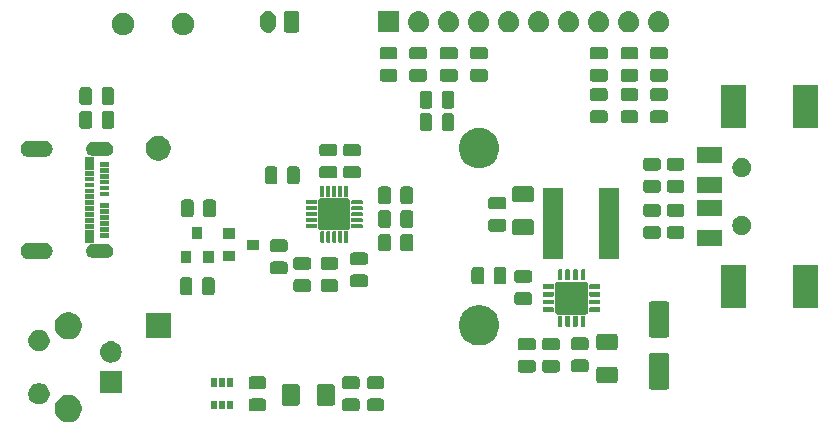
<source format=gbr>
G04 #@! TF.GenerationSoftware,KiCad,Pcbnew,(5.1.4-0-10_14)*
G04 #@! TF.CreationDate,2021-01-21T01:13:21-07:00*
G04 #@! TF.ProjectId,power-switching,706f7765-722d-4737-9769-746368696e67,rev?*
G04 #@! TF.SameCoordinates,Original*
G04 #@! TF.FileFunction,Soldermask,Top*
G04 #@! TF.FilePolarity,Negative*
%FSLAX46Y46*%
G04 Gerber Fmt 4.6, Leading zero omitted, Abs format (unit mm)*
G04 Created by KiCad (PCBNEW (5.1.4-0-10_14)) date 2021-01-21 01:13:21*
%MOMM*%
%LPD*%
G04 APERTURE LIST*
%ADD10C,0.100000*%
G04 APERTURE END LIST*
D10*
X105135000Y-135550000D02*
G75*
G03X105135000Y-135550000I-635000J0D01*
G01*
X105135000Y-128550000D02*
G75*
G03X105135000Y-128550000I-635000J0D01*
G01*
X102444500Y-129800000D02*
G75*
G03X102444500Y-129800000I-444500J0D01*
G01*
X102444500Y-134300000D02*
G75*
G03X102444500Y-134300000I-444500J0D01*
G01*
G36*
X104835443Y-134444194D02*
G01*
X105044729Y-134530884D01*
X105233082Y-134656737D01*
X105393263Y-134816918D01*
X105519116Y-135005271D01*
X105605806Y-135214557D01*
X105650000Y-135436735D01*
X105650000Y-135663265D01*
X105605806Y-135885443D01*
X105519116Y-136094729D01*
X105393263Y-136283082D01*
X105233082Y-136443263D01*
X105044729Y-136569116D01*
X104835443Y-136655806D01*
X104613265Y-136700000D01*
X104386735Y-136700000D01*
X104164557Y-136655806D01*
X103955271Y-136569116D01*
X103766918Y-136443263D01*
X103606737Y-136283082D01*
X103480884Y-136094729D01*
X103394194Y-135885443D01*
X103350000Y-135663265D01*
X103350000Y-135436735D01*
X103394194Y-135214557D01*
X103480884Y-135005271D01*
X103606737Y-134816918D01*
X103766918Y-134656737D01*
X103955271Y-134530884D01*
X104164557Y-134444194D01*
X104386735Y-134400000D01*
X104613265Y-134400000D01*
X104835443Y-134444194D01*
X104835443Y-134444194D01*
G37*
G36*
X131043722Y-134705043D02*
G01*
X131091766Y-134719617D01*
X131136049Y-134743287D01*
X131174861Y-134775139D01*
X131206713Y-134813951D01*
X131230383Y-134858234D01*
X131244957Y-134906278D01*
X131250000Y-134957482D01*
X131250000Y-135517518D01*
X131244957Y-135568722D01*
X131230383Y-135616766D01*
X131206713Y-135661049D01*
X131174861Y-135699861D01*
X131136049Y-135731713D01*
X131091766Y-135755383D01*
X131043722Y-135769957D01*
X130992518Y-135775000D01*
X130007482Y-135775000D01*
X129956278Y-135769957D01*
X129908234Y-135755383D01*
X129863951Y-135731713D01*
X129825139Y-135699861D01*
X129793287Y-135661049D01*
X129769617Y-135616766D01*
X129755043Y-135568722D01*
X129750000Y-135517518D01*
X129750000Y-134957482D01*
X129755043Y-134906278D01*
X129769617Y-134858234D01*
X129793287Y-134813951D01*
X129825139Y-134775139D01*
X129863951Y-134743287D01*
X129908234Y-134719617D01*
X129956278Y-134705043D01*
X130007482Y-134700000D01*
X130992518Y-134700000D01*
X131043722Y-134705043D01*
X131043722Y-134705043D01*
G37*
G36*
X128943722Y-134705043D02*
G01*
X128991766Y-134719617D01*
X129036049Y-134743287D01*
X129074861Y-134775139D01*
X129106713Y-134813951D01*
X129130383Y-134858234D01*
X129144957Y-134906278D01*
X129150000Y-134957482D01*
X129150000Y-135517518D01*
X129144957Y-135568722D01*
X129130383Y-135616766D01*
X129106713Y-135661049D01*
X129074861Y-135699861D01*
X129036049Y-135731713D01*
X128991766Y-135755383D01*
X128943722Y-135769957D01*
X128892518Y-135775000D01*
X127907482Y-135775000D01*
X127856278Y-135769957D01*
X127808234Y-135755383D01*
X127763951Y-135731713D01*
X127725139Y-135699861D01*
X127693287Y-135661049D01*
X127669617Y-135616766D01*
X127655043Y-135568722D01*
X127650000Y-135517518D01*
X127650000Y-134957482D01*
X127655043Y-134906278D01*
X127669617Y-134858234D01*
X127693287Y-134813951D01*
X127725139Y-134775139D01*
X127763951Y-134743287D01*
X127808234Y-134719617D01*
X127856278Y-134705043D01*
X127907482Y-134700000D01*
X128892518Y-134700000D01*
X128943722Y-134705043D01*
X128943722Y-134705043D01*
G37*
G36*
X121043722Y-134705043D02*
G01*
X121091766Y-134719617D01*
X121136049Y-134743287D01*
X121174861Y-134775139D01*
X121206713Y-134813951D01*
X121230383Y-134858234D01*
X121244957Y-134906278D01*
X121250000Y-134957482D01*
X121250000Y-135517518D01*
X121244957Y-135568722D01*
X121230383Y-135616766D01*
X121206713Y-135661049D01*
X121174861Y-135699861D01*
X121136049Y-135731713D01*
X121091766Y-135755383D01*
X121043722Y-135769957D01*
X120992518Y-135775000D01*
X120007482Y-135775000D01*
X119956278Y-135769957D01*
X119908234Y-135755383D01*
X119863951Y-135731713D01*
X119825139Y-135699861D01*
X119793287Y-135661049D01*
X119769617Y-135616766D01*
X119755043Y-135568722D01*
X119750000Y-135517518D01*
X119750000Y-134957482D01*
X119755043Y-134906278D01*
X119769617Y-134858234D01*
X119793287Y-134813951D01*
X119825139Y-134775139D01*
X119863951Y-134743287D01*
X119908234Y-134719617D01*
X119956278Y-134705043D01*
X120007482Y-134700000D01*
X120992518Y-134700000D01*
X121043722Y-134705043D01*
X121043722Y-134705043D01*
G37*
G36*
X118400000Y-135625000D02*
G01*
X117900000Y-135625000D01*
X117900000Y-134875000D01*
X118400000Y-134875000D01*
X118400000Y-135625000D01*
X118400000Y-135625000D01*
G37*
G36*
X117750000Y-135625000D02*
G01*
X117250000Y-135625000D01*
X117250000Y-134875000D01*
X117750000Y-134875000D01*
X117750000Y-135625000D01*
X117750000Y-135625000D01*
G37*
G36*
X117100000Y-135625000D02*
G01*
X116600000Y-135625000D01*
X116600000Y-134875000D01*
X117100000Y-134875000D01*
X117100000Y-135625000D01*
X117100000Y-135625000D01*
G37*
G36*
X123872689Y-133479948D02*
G01*
X123919813Y-133494243D01*
X123963239Y-133517455D01*
X124001305Y-133548695D01*
X124032545Y-133586761D01*
X124055757Y-133630187D01*
X124070052Y-133677311D01*
X124075000Y-133727549D01*
X124075000Y-135072451D01*
X124070052Y-135122689D01*
X124055757Y-135169813D01*
X124032545Y-135213239D01*
X124001305Y-135251305D01*
X123963239Y-135282545D01*
X123919813Y-135305757D01*
X123872689Y-135320052D01*
X123822451Y-135325000D01*
X122802549Y-135325000D01*
X122752311Y-135320052D01*
X122705187Y-135305757D01*
X122661761Y-135282545D01*
X122623695Y-135251305D01*
X122592455Y-135213239D01*
X122569243Y-135169813D01*
X122554948Y-135122689D01*
X122550000Y-135072451D01*
X122550000Y-133727549D01*
X122554948Y-133677311D01*
X122569243Y-133630187D01*
X122592455Y-133586761D01*
X122623695Y-133548695D01*
X122661761Y-133517455D01*
X122705187Y-133494243D01*
X122752311Y-133479948D01*
X122802549Y-133475000D01*
X123822451Y-133475000D01*
X123872689Y-133479948D01*
X123872689Y-133479948D01*
G37*
G36*
X126847689Y-133479948D02*
G01*
X126894813Y-133494243D01*
X126938239Y-133517455D01*
X126976305Y-133548695D01*
X127007545Y-133586761D01*
X127030757Y-133630187D01*
X127045052Y-133677311D01*
X127050000Y-133727549D01*
X127050000Y-135072451D01*
X127045052Y-135122689D01*
X127030757Y-135169813D01*
X127007545Y-135213239D01*
X126976305Y-135251305D01*
X126938239Y-135282545D01*
X126894813Y-135305757D01*
X126847689Y-135320052D01*
X126797451Y-135325000D01*
X125777549Y-135325000D01*
X125727311Y-135320052D01*
X125680187Y-135305757D01*
X125636761Y-135282545D01*
X125598695Y-135251305D01*
X125567455Y-135213239D01*
X125544243Y-135169813D01*
X125529948Y-135122689D01*
X125525000Y-135072451D01*
X125525000Y-133727549D01*
X125529948Y-133677311D01*
X125544243Y-133630187D01*
X125567455Y-133586761D01*
X125598695Y-133548695D01*
X125636761Y-133517455D01*
X125680187Y-133494243D01*
X125727311Y-133479948D01*
X125777549Y-133475000D01*
X126797451Y-133475000D01*
X126847689Y-133479948D01*
X126847689Y-133479948D01*
G37*
G36*
X102262520Y-133434586D02*
G01*
X102426310Y-133502430D01*
X102573717Y-133600924D01*
X102699076Y-133726283D01*
X102797570Y-133873690D01*
X102865414Y-134037480D01*
X102900000Y-134211358D01*
X102900000Y-134388642D01*
X102865414Y-134562520D01*
X102797570Y-134726310D01*
X102699076Y-134873717D01*
X102573717Y-134999076D01*
X102426310Y-135097570D01*
X102262520Y-135165414D01*
X102088642Y-135200000D01*
X101911358Y-135200000D01*
X101737480Y-135165414D01*
X101573690Y-135097570D01*
X101426283Y-134999076D01*
X101300924Y-134873717D01*
X101202430Y-134726310D01*
X101134586Y-134562520D01*
X101100000Y-134388642D01*
X101100000Y-134211358D01*
X101134586Y-134037480D01*
X101202430Y-133873690D01*
X101300924Y-133726283D01*
X101426283Y-133600924D01*
X101573690Y-133502430D01*
X101737480Y-133434586D01*
X101911358Y-133400000D01*
X102088642Y-133400000D01*
X102262520Y-133434586D01*
X102262520Y-133434586D01*
G37*
G36*
X109000000Y-134200000D02*
G01*
X107200000Y-134200000D01*
X107200000Y-132400000D01*
X109000000Y-132400000D01*
X109000000Y-134200000D01*
X109000000Y-134200000D01*
G37*
G36*
X155150006Y-130854893D02*
G01*
X155196593Y-130869024D01*
X155239520Y-130891970D01*
X155277149Y-130922851D01*
X155308030Y-130960480D01*
X155330976Y-131003407D01*
X155345107Y-131049994D01*
X155350000Y-131099670D01*
X155350000Y-133700330D01*
X155345107Y-133750006D01*
X155330976Y-133796593D01*
X155308030Y-133839520D01*
X155277149Y-133877149D01*
X155239520Y-133908030D01*
X155196593Y-133930976D01*
X155150006Y-133945107D01*
X155100330Y-133950000D01*
X153899670Y-133950000D01*
X153849994Y-133945107D01*
X153803407Y-133930976D01*
X153760480Y-133908030D01*
X153722851Y-133877149D01*
X153691970Y-133839520D01*
X153669024Y-133796593D01*
X153654893Y-133750006D01*
X153650000Y-133700330D01*
X153650000Y-131099670D01*
X153654893Y-131049994D01*
X153669024Y-131003407D01*
X153691970Y-130960480D01*
X153722851Y-130922851D01*
X153760480Y-130891970D01*
X153803407Y-130869024D01*
X153849994Y-130854893D01*
X153899670Y-130850000D01*
X155100330Y-130850000D01*
X155150006Y-130854893D01*
X155150006Y-130854893D01*
G37*
G36*
X121043722Y-132830043D02*
G01*
X121091766Y-132844617D01*
X121136049Y-132868287D01*
X121174861Y-132900139D01*
X121206713Y-132938951D01*
X121230383Y-132983234D01*
X121244957Y-133031278D01*
X121250000Y-133082482D01*
X121250000Y-133642518D01*
X121244957Y-133693722D01*
X121230383Y-133741766D01*
X121206713Y-133786049D01*
X121174861Y-133824861D01*
X121136049Y-133856713D01*
X121091766Y-133880383D01*
X121043722Y-133894957D01*
X120992518Y-133900000D01*
X120007482Y-133900000D01*
X119956278Y-133894957D01*
X119908234Y-133880383D01*
X119863951Y-133856713D01*
X119825139Y-133824861D01*
X119793287Y-133786049D01*
X119769617Y-133741766D01*
X119755043Y-133693722D01*
X119750000Y-133642518D01*
X119750000Y-133082482D01*
X119755043Y-133031278D01*
X119769617Y-132983234D01*
X119793287Y-132938951D01*
X119825139Y-132900139D01*
X119863951Y-132868287D01*
X119908234Y-132844617D01*
X119956278Y-132830043D01*
X120007482Y-132825000D01*
X120992518Y-132825000D01*
X121043722Y-132830043D01*
X121043722Y-132830043D01*
G37*
G36*
X128943722Y-132830043D02*
G01*
X128991766Y-132844617D01*
X129036049Y-132868287D01*
X129074861Y-132900139D01*
X129106713Y-132938951D01*
X129130383Y-132983234D01*
X129144957Y-133031278D01*
X129150000Y-133082482D01*
X129150000Y-133642518D01*
X129144957Y-133693722D01*
X129130383Y-133741766D01*
X129106713Y-133786049D01*
X129074861Y-133824861D01*
X129036049Y-133856713D01*
X128991766Y-133880383D01*
X128943722Y-133894957D01*
X128892518Y-133900000D01*
X127907482Y-133900000D01*
X127856278Y-133894957D01*
X127808234Y-133880383D01*
X127763951Y-133856713D01*
X127725139Y-133824861D01*
X127693287Y-133786049D01*
X127669617Y-133741766D01*
X127655043Y-133693722D01*
X127650000Y-133642518D01*
X127650000Y-133082482D01*
X127655043Y-133031278D01*
X127669617Y-132983234D01*
X127693287Y-132938951D01*
X127725139Y-132900139D01*
X127763951Y-132868287D01*
X127808234Y-132844617D01*
X127856278Y-132830043D01*
X127907482Y-132825000D01*
X128892518Y-132825000D01*
X128943722Y-132830043D01*
X128943722Y-132830043D01*
G37*
G36*
X131043722Y-132830043D02*
G01*
X131091766Y-132844617D01*
X131136049Y-132868287D01*
X131174861Y-132900139D01*
X131206713Y-132938951D01*
X131230383Y-132983234D01*
X131244957Y-133031278D01*
X131250000Y-133082482D01*
X131250000Y-133642518D01*
X131244957Y-133693722D01*
X131230383Y-133741766D01*
X131206713Y-133786049D01*
X131174861Y-133824861D01*
X131136049Y-133856713D01*
X131091766Y-133880383D01*
X131043722Y-133894957D01*
X130992518Y-133900000D01*
X130007482Y-133900000D01*
X129956278Y-133894957D01*
X129908234Y-133880383D01*
X129863951Y-133856713D01*
X129825139Y-133824861D01*
X129793287Y-133786049D01*
X129769617Y-133741766D01*
X129755043Y-133693722D01*
X129750000Y-133642518D01*
X129750000Y-133082482D01*
X129755043Y-133031278D01*
X129769617Y-132983234D01*
X129793287Y-132938951D01*
X129825139Y-132900139D01*
X129863951Y-132868287D01*
X129908234Y-132844617D01*
X129956278Y-132830043D01*
X130007482Y-132825000D01*
X130992518Y-132825000D01*
X131043722Y-132830043D01*
X131043722Y-132830043D01*
G37*
G36*
X118400000Y-133725000D02*
G01*
X117900000Y-133725000D01*
X117900000Y-132975000D01*
X118400000Y-132975000D01*
X118400000Y-133725000D01*
X118400000Y-133725000D01*
G37*
G36*
X117750000Y-133725000D02*
G01*
X117250000Y-133725000D01*
X117250000Y-132975000D01*
X117750000Y-132975000D01*
X117750000Y-133725000D01*
X117750000Y-133725000D01*
G37*
G36*
X117100000Y-133725000D02*
G01*
X116600000Y-133725000D01*
X116600000Y-132975000D01*
X117100000Y-132975000D01*
X117100000Y-133725000D01*
X117100000Y-133725000D01*
G37*
G36*
X150819728Y-132030019D02*
G01*
X150867538Y-132044522D01*
X150911604Y-132068076D01*
X150950227Y-132099773D01*
X150981924Y-132138396D01*
X151005478Y-132182462D01*
X151019981Y-132230272D01*
X151025000Y-132281232D01*
X151025000Y-133118768D01*
X151019981Y-133169728D01*
X151005478Y-133217538D01*
X150981924Y-133261604D01*
X150950227Y-133300227D01*
X150911604Y-133331924D01*
X150867538Y-133355478D01*
X150819728Y-133369981D01*
X150768768Y-133375000D01*
X149431232Y-133375000D01*
X149380272Y-133369981D01*
X149332462Y-133355478D01*
X149288396Y-133331924D01*
X149249773Y-133300227D01*
X149218076Y-133261604D01*
X149194522Y-133217538D01*
X149180019Y-133169728D01*
X149175000Y-133118768D01*
X149175000Y-132281232D01*
X149180019Y-132230272D01*
X149194522Y-132182462D01*
X149218076Y-132138396D01*
X149249773Y-132099773D01*
X149288396Y-132068076D01*
X149332462Y-132044522D01*
X149380272Y-132030019D01*
X149431232Y-132025000D01*
X150768768Y-132025000D01*
X150819728Y-132030019D01*
X150819728Y-132030019D01*
G37*
G36*
X145893722Y-131435043D02*
G01*
X145941766Y-131449617D01*
X145986049Y-131473287D01*
X146024861Y-131505139D01*
X146056713Y-131543951D01*
X146080383Y-131588234D01*
X146094957Y-131636278D01*
X146100000Y-131687482D01*
X146100000Y-132247518D01*
X146094957Y-132298722D01*
X146080383Y-132346766D01*
X146056713Y-132391049D01*
X146024861Y-132429861D01*
X145986049Y-132461713D01*
X145941766Y-132485383D01*
X145893722Y-132499957D01*
X145842518Y-132505000D01*
X144857482Y-132505000D01*
X144806278Y-132499957D01*
X144758234Y-132485383D01*
X144713951Y-132461713D01*
X144675139Y-132429861D01*
X144643287Y-132391049D01*
X144619617Y-132346766D01*
X144605043Y-132298722D01*
X144600000Y-132247518D01*
X144600000Y-131687482D01*
X144605043Y-131636278D01*
X144619617Y-131588234D01*
X144643287Y-131543951D01*
X144675139Y-131505139D01*
X144713951Y-131473287D01*
X144758234Y-131449617D01*
X144806278Y-131435043D01*
X144857482Y-131430000D01*
X145842518Y-131430000D01*
X145893722Y-131435043D01*
X145893722Y-131435043D01*
G37*
G36*
X143843722Y-131435043D02*
G01*
X143891766Y-131449617D01*
X143936049Y-131473287D01*
X143974861Y-131505139D01*
X144006713Y-131543951D01*
X144030383Y-131588234D01*
X144044957Y-131636278D01*
X144050000Y-131687482D01*
X144050000Y-132247518D01*
X144044957Y-132298722D01*
X144030383Y-132346766D01*
X144006713Y-132391049D01*
X143974861Y-132429861D01*
X143936049Y-132461713D01*
X143891766Y-132485383D01*
X143843722Y-132499957D01*
X143792518Y-132505000D01*
X142807482Y-132505000D01*
X142756278Y-132499957D01*
X142708234Y-132485383D01*
X142663951Y-132461713D01*
X142625139Y-132429861D01*
X142593287Y-132391049D01*
X142569617Y-132346766D01*
X142555043Y-132298722D01*
X142550000Y-132247518D01*
X142550000Y-131687482D01*
X142555043Y-131636278D01*
X142569617Y-131588234D01*
X142593287Y-131543951D01*
X142625139Y-131505139D01*
X142663951Y-131473287D01*
X142708234Y-131449617D01*
X142756278Y-131435043D01*
X142807482Y-131430000D01*
X143792518Y-131430000D01*
X143843722Y-131435043D01*
X143843722Y-131435043D01*
G37*
G36*
X148343722Y-131405043D02*
G01*
X148391766Y-131419617D01*
X148436049Y-131443287D01*
X148474861Y-131475139D01*
X148506713Y-131513951D01*
X148530383Y-131558234D01*
X148544957Y-131606278D01*
X148550000Y-131657482D01*
X148550000Y-132217518D01*
X148544957Y-132268722D01*
X148530383Y-132316766D01*
X148506713Y-132361049D01*
X148474861Y-132399861D01*
X148436049Y-132431713D01*
X148391766Y-132455383D01*
X148343722Y-132469957D01*
X148292518Y-132475000D01*
X147307482Y-132475000D01*
X147256278Y-132469957D01*
X147208234Y-132455383D01*
X147163951Y-132431713D01*
X147125139Y-132399861D01*
X147093287Y-132361049D01*
X147069617Y-132316766D01*
X147055043Y-132268722D01*
X147050000Y-132217518D01*
X147050000Y-131657482D01*
X147055043Y-131606278D01*
X147069617Y-131558234D01*
X147093287Y-131513951D01*
X147125139Y-131475139D01*
X147163951Y-131443287D01*
X147208234Y-131419617D01*
X147256278Y-131405043D01*
X147307482Y-131400000D01*
X148292518Y-131400000D01*
X148343722Y-131405043D01*
X148343722Y-131405043D01*
G37*
G36*
X108276431Y-129873023D02*
G01*
X108422216Y-129917247D01*
X108446085Y-129924487D01*
X108557046Y-129983798D01*
X108602432Y-130008057D01*
X108668797Y-130062521D01*
X108739475Y-130120525D01*
X108851942Y-130257567D01*
X108935513Y-130413915D01*
X108935514Y-130413919D01*
X108986977Y-130583569D01*
X109004354Y-130760000D01*
X108986977Y-130936431D01*
X108942753Y-131082216D01*
X108935513Y-131106085D01*
X108876202Y-131217046D01*
X108851943Y-131262432D01*
X108739475Y-131399475D01*
X108602432Y-131511943D01*
X108557046Y-131536202D01*
X108446085Y-131595513D01*
X108422216Y-131602753D01*
X108276431Y-131646977D01*
X108144207Y-131660000D01*
X108055793Y-131660000D01*
X107923569Y-131646977D01*
X107777784Y-131602753D01*
X107753915Y-131595513D01*
X107642954Y-131536202D01*
X107597568Y-131511943D01*
X107460525Y-131399475D01*
X107348057Y-131262432D01*
X107323798Y-131217046D01*
X107264487Y-131106085D01*
X107257247Y-131082216D01*
X107213023Y-130936431D01*
X107195646Y-130760000D01*
X107213023Y-130583569D01*
X107264486Y-130413919D01*
X107264487Y-130413915D01*
X107348058Y-130257567D01*
X107460525Y-130120525D01*
X107531203Y-130062521D01*
X107597568Y-130008057D01*
X107642954Y-129983798D01*
X107753915Y-129924487D01*
X107777784Y-129917247D01*
X107923569Y-129873023D01*
X108055793Y-129860000D01*
X108144207Y-129860000D01*
X108276431Y-129873023D01*
X108276431Y-129873023D01*
G37*
G36*
X102262520Y-128934586D02*
G01*
X102426310Y-129002430D01*
X102573717Y-129100924D01*
X102699076Y-129226283D01*
X102797570Y-129373690D01*
X102865414Y-129537480D01*
X102900000Y-129711358D01*
X102900000Y-129888642D01*
X102865414Y-130062520D01*
X102797570Y-130226310D01*
X102699076Y-130373717D01*
X102573717Y-130499076D01*
X102426310Y-130597570D01*
X102262520Y-130665414D01*
X102088642Y-130700000D01*
X101911358Y-130700000D01*
X101737480Y-130665414D01*
X101573690Y-130597570D01*
X101426283Y-130499076D01*
X101300924Y-130373717D01*
X101202430Y-130226310D01*
X101134586Y-130062520D01*
X101100000Y-129888642D01*
X101100000Y-129711358D01*
X101134586Y-129537480D01*
X101202430Y-129373690D01*
X101300924Y-129226283D01*
X101426283Y-129100924D01*
X101573690Y-129002430D01*
X101737480Y-128934586D01*
X101911358Y-128900000D01*
X102088642Y-128900000D01*
X102262520Y-128934586D01*
X102262520Y-128934586D01*
G37*
G36*
X143843722Y-129560043D02*
G01*
X143891766Y-129574617D01*
X143936049Y-129598287D01*
X143974861Y-129630139D01*
X144006713Y-129668951D01*
X144030383Y-129713234D01*
X144044957Y-129761278D01*
X144050000Y-129812482D01*
X144050000Y-130372518D01*
X144044957Y-130423722D01*
X144030383Y-130471766D01*
X144006713Y-130516049D01*
X143974861Y-130554861D01*
X143936049Y-130586713D01*
X143891766Y-130610383D01*
X143843722Y-130624957D01*
X143792518Y-130630000D01*
X142807482Y-130630000D01*
X142756278Y-130624957D01*
X142708234Y-130610383D01*
X142663951Y-130586713D01*
X142625139Y-130554861D01*
X142593287Y-130516049D01*
X142569617Y-130471766D01*
X142555043Y-130423722D01*
X142550000Y-130372518D01*
X142550000Y-129812482D01*
X142555043Y-129761278D01*
X142569617Y-129713234D01*
X142593287Y-129668951D01*
X142625139Y-129630139D01*
X142663951Y-129598287D01*
X142708234Y-129574617D01*
X142756278Y-129560043D01*
X142807482Y-129555000D01*
X143792518Y-129555000D01*
X143843722Y-129560043D01*
X143843722Y-129560043D01*
G37*
G36*
X145893722Y-129560043D02*
G01*
X145941766Y-129574617D01*
X145986049Y-129598287D01*
X146024861Y-129630139D01*
X146056713Y-129668951D01*
X146080383Y-129713234D01*
X146094957Y-129761278D01*
X146100000Y-129812482D01*
X146100000Y-130372518D01*
X146094957Y-130423722D01*
X146080383Y-130471766D01*
X146056713Y-130516049D01*
X146024861Y-130554861D01*
X145986049Y-130586713D01*
X145941766Y-130610383D01*
X145893722Y-130624957D01*
X145842518Y-130630000D01*
X144857482Y-130630000D01*
X144806278Y-130624957D01*
X144758234Y-130610383D01*
X144713951Y-130586713D01*
X144675139Y-130554861D01*
X144643287Y-130516049D01*
X144619617Y-130471766D01*
X144605043Y-130423722D01*
X144600000Y-130372518D01*
X144600000Y-129812482D01*
X144605043Y-129761278D01*
X144619617Y-129713234D01*
X144643287Y-129668951D01*
X144675139Y-129630139D01*
X144713951Y-129598287D01*
X144758234Y-129574617D01*
X144806278Y-129560043D01*
X144857482Y-129555000D01*
X145842518Y-129555000D01*
X145893722Y-129560043D01*
X145893722Y-129560043D01*
G37*
G36*
X148343722Y-129530043D02*
G01*
X148391766Y-129544617D01*
X148436049Y-129568287D01*
X148474861Y-129600139D01*
X148506713Y-129638951D01*
X148530383Y-129683234D01*
X148544957Y-129731278D01*
X148550000Y-129782482D01*
X148550000Y-130342518D01*
X148544957Y-130393722D01*
X148530383Y-130441766D01*
X148506713Y-130486049D01*
X148474861Y-130524861D01*
X148436049Y-130556713D01*
X148391766Y-130580383D01*
X148343722Y-130594957D01*
X148292518Y-130600000D01*
X147307482Y-130600000D01*
X147256278Y-130594957D01*
X147208234Y-130580383D01*
X147163951Y-130556713D01*
X147125139Y-130524861D01*
X147093287Y-130486049D01*
X147069617Y-130441766D01*
X147055043Y-130393722D01*
X147050000Y-130342518D01*
X147050000Y-129782482D01*
X147055043Y-129731278D01*
X147069617Y-129683234D01*
X147093287Y-129638951D01*
X147125139Y-129600139D01*
X147163951Y-129568287D01*
X147208234Y-129544617D01*
X147256278Y-129530043D01*
X147307482Y-129525000D01*
X148292518Y-129525000D01*
X148343722Y-129530043D01*
X148343722Y-129530043D01*
G37*
G36*
X150819728Y-129230019D02*
G01*
X150867538Y-129244522D01*
X150911604Y-129268076D01*
X150950227Y-129299773D01*
X150981924Y-129338396D01*
X151005478Y-129382462D01*
X151019981Y-129430272D01*
X151025000Y-129481232D01*
X151025000Y-130318768D01*
X151019981Y-130369728D01*
X151005478Y-130417538D01*
X150981924Y-130461604D01*
X150950227Y-130500227D01*
X150911604Y-130531924D01*
X150867538Y-130555478D01*
X150819728Y-130569981D01*
X150768768Y-130575000D01*
X149431232Y-130575000D01*
X149380272Y-130569981D01*
X149332462Y-130555478D01*
X149288396Y-130531924D01*
X149249773Y-130500227D01*
X149218076Y-130461604D01*
X149194522Y-130417538D01*
X149180019Y-130369728D01*
X149175000Y-130318768D01*
X149175000Y-129481232D01*
X149180019Y-129430272D01*
X149194522Y-129382462D01*
X149218076Y-129338396D01*
X149249773Y-129299773D01*
X149288396Y-129268076D01*
X149332462Y-129244522D01*
X149380272Y-129230019D01*
X149431232Y-129225000D01*
X150768768Y-129225000D01*
X150819728Y-129230019D01*
X150819728Y-129230019D01*
G37*
G36*
X139596653Y-126832665D02*
G01*
X139760873Y-126865330D01*
X140025640Y-126975000D01*
X140070252Y-126993479D01*
X140348687Y-127179523D01*
X140585477Y-127416313D01*
X140746123Y-127656737D01*
X140771521Y-127694748D01*
X140899670Y-128004127D01*
X140965000Y-128332566D01*
X140965000Y-128667434D01*
X140899670Y-128995873D01*
X140780704Y-129283082D01*
X140771521Y-129305252D01*
X140585477Y-129583687D01*
X140348687Y-129820477D01*
X140193026Y-129924486D01*
X140070252Y-130006521D01*
X139760873Y-130134670D01*
X139432435Y-130200000D01*
X139097565Y-130200000D01*
X138769127Y-130134670D01*
X138459748Y-130006521D01*
X138336974Y-129924486D01*
X138181313Y-129820477D01*
X137944523Y-129583687D01*
X137758479Y-129305252D01*
X137749296Y-129283082D01*
X137630330Y-128995873D01*
X137565000Y-128667434D01*
X137565000Y-128332566D01*
X137630330Y-128004127D01*
X137758479Y-127694748D01*
X137783877Y-127656737D01*
X137944523Y-127416313D01*
X138181313Y-127179523D01*
X138459748Y-126993479D01*
X138504360Y-126975000D01*
X138769127Y-126865330D01*
X138933347Y-126832665D01*
X139097565Y-126800000D01*
X139432435Y-126800000D01*
X139596653Y-126832665D01*
X139596653Y-126832665D01*
G37*
G36*
X104835443Y-127444194D02*
G01*
X105044729Y-127530884D01*
X105233082Y-127656737D01*
X105393263Y-127816918D01*
X105519116Y-128005271D01*
X105605806Y-128214557D01*
X105650000Y-128436735D01*
X105650000Y-128663265D01*
X105605806Y-128885443D01*
X105519116Y-129094729D01*
X105393263Y-129283082D01*
X105233082Y-129443263D01*
X105044729Y-129569116D01*
X104835443Y-129655806D01*
X104613265Y-129700000D01*
X104386735Y-129700000D01*
X104164557Y-129655806D01*
X103955271Y-129569116D01*
X103766918Y-129443263D01*
X103606737Y-129283082D01*
X103480884Y-129094729D01*
X103394194Y-128885443D01*
X103350000Y-128663265D01*
X103350000Y-128436735D01*
X103394194Y-128214557D01*
X103480884Y-128005271D01*
X103606737Y-127816918D01*
X103766918Y-127656737D01*
X103955271Y-127530884D01*
X104164557Y-127444194D01*
X104386735Y-127400000D01*
X104613265Y-127400000D01*
X104835443Y-127444194D01*
X104835443Y-127444194D01*
G37*
G36*
X113150000Y-129550000D02*
G01*
X111050000Y-129550000D01*
X111050000Y-127450000D01*
X113150000Y-127450000D01*
X113150000Y-129550000D01*
X113150000Y-129550000D01*
G37*
G36*
X155150358Y-126454885D02*
G01*
X155196863Y-126468992D01*
X155239715Y-126491897D01*
X155277277Y-126522723D01*
X155308103Y-126560285D01*
X155331008Y-126603137D01*
X155345115Y-126649642D01*
X155350000Y-126699233D01*
X155350000Y-129300767D01*
X155345115Y-129350358D01*
X155331008Y-129396863D01*
X155308103Y-129439715D01*
X155277277Y-129477277D01*
X155239715Y-129508103D01*
X155196863Y-129531008D01*
X155150358Y-129545115D01*
X155100767Y-129550000D01*
X153899233Y-129550000D01*
X153849642Y-129545115D01*
X153803137Y-129531008D01*
X153760285Y-129508103D01*
X153722723Y-129477277D01*
X153691897Y-129439715D01*
X153668992Y-129396863D01*
X153654885Y-129350358D01*
X153650000Y-129300767D01*
X153650000Y-126699233D01*
X153654885Y-126649642D01*
X153668992Y-126603137D01*
X153691897Y-126560285D01*
X153722723Y-126522723D01*
X153760285Y-126491897D01*
X153803137Y-126468992D01*
X153849642Y-126454885D01*
X153899233Y-126450000D01*
X155100767Y-126450000D01*
X155150358Y-126454885D01*
X155150358Y-126454885D01*
G37*
G36*
X146904548Y-127701801D02*
G01*
X146920937Y-127706771D01*
X146936046Y-127714849D01*
X146949286Y-127725714D01*
X146960151Y-127738954D01*
X146968229Y-127754063D01*
X146973199Y-127770452D01*
X146975000Y-127788733D01*
X146975000Y-128536267D01*
X146973199Y-128554548D01*
X146968229Y-128570937D01*
X146960151Y-128586046D01*
X146949286Y-128599286D01*
X146936046Y-128610151D01*
X146920937Y-128618229D01*
X146904548Y-128623199D01*
X146886267Y-128625000D01*
X146663733Y-128625000D01*
X146645452Y-128623199D01*
X146629063Y-128618229D01*
X146613954Y-128610151D01*
X146600714Y-128599286D01*
X146589849Y-128586046D01*
X146581771Y-128570937D01*
X146576801Y-128554548D01*
X146575000Y-128536267D01*
X146575000Y-127788733D01*
X146576801Y-127770452D01*
X146581771Y-127754063D01*
X146589849Y-127738954D01*
X146600714Y-127725714D01*
X146613954Y-127714849D01*
X146629063Y-127706771D01*
X146645452Y-127701801D01*
X146663733Y-127700000D01*
X146886267Y-127700000D01*
X146904548Y-127701801D01*
X146904548Y-127701801D01*
G37*
G36*
X146254548Y-127701801D02*
G01*
X146270937Y-127706771D01*
X146286046Y-127714849D01*
X146299286Y-127725714D01*
X146310151Y-127738954D01*
X146318229Y-127754063D01*
X146323199Y-127770452D01*
X146325000Y-127788733D01*
X146325000Y-128536267D01*
X146323199Y-128554548D01*
X146318229Y-128570937D01*
X146310151Y-128586046D01*
X146299286Y-128599286D01*
X146286046Y-128610151D01*
X146270937Y-128618229D01*
X146254548Y-128623199D01*
X146236267Y-128625000D01*
X146013733Y-128625000D01*
X145995452Y-128623199D01*
X145979063Y-128618229D01*
X145963954Y-128610151D01*
X145950714Y-128599286D01*
X145939849Y-128586046D01*
X145931771Y-128570937D01*
X145926801Y-128554548D01*
X145925000Y-128536267D01*
X145925000Y-127788733D01*
X145926801Y-127770452D01*
X145931771Y-127754063D01*
X145939849Y-127738954D01*
X145950714Y-127725714D01*
X145963954Y-127714849D01*
X145979063Y-127706771D01*
X145995452Y-127701801D01*
X146013733Y-127700000D01*
X146236267Y-127700000D01*
X146254548Y-127701801D01*
X146254548Y-127701801D01*
G37*
G36*
X147554548Y-127701801D02*
G01*
X147570937Y-127706771D01*
X147586046Y-127714849D01*
X147599286Y-127725714D01*
X147610151Y-127738954D01*
X147618229Y-127754063D01*
X147623199Y-127770452D01*
X147625000Y-127788733D01*
X147625000Y-128536267D01*
X147623199Y-128554548D01*
X147618229Y-128570937D01*
X147610151Y-128586046D01*
X147599286Y-128599286D01*
X147586046Y-128610151D01*
X147570937Y-128618229D01*
X147554548Y-128623199D01*
X147536267Y-128625000D01*
X147313733Y-128625000D01*
X147295452Y-128623199D01*
X147279063Y-128618229D01*
X147263954Y-128610151D01*
X147250714Y-128599286D01*
X147239849Y-128586046D01*
X147231771Y-128570937D01*
X147226801Y-128554548D01*
X147225000Y-128536267D01*
X147225000Y-127788733D01*
X147226801Y-127770452D01*
X147231771Y-127754063D01*
X147239849Y-127738954D01*
X147250714Y-127725714D01*
X147263954Y-127714849D01*
X147279063Y-127706771D01*
X147295452Y-127701801D01*
X147313733Y-127700000D01*
X147536267Y-127700000D01*
X147554548Y-127701801D01*
X147554548Y-127701801D01*
G37*
G36*
X148204548Y-127701801D02*
G01*
X148220937Y-127706771D01*
X148236046Y-127714849D01*
X148249286Y-127725714D01*
X148260151Y-127738954D01*
X148268229Y-127754063D01*
X148273199Y-127770452D01*
X148275000Y-127788733D01*
X148275000Y-128536267D01*
X148273199Y-128554548D01*
X148268229Y-128570937D01*
X148260151Y-128586046D01*
X148249286Y-128599286D01*
X148236046Y-128610151D01*
X148220937Y-128618229D01*
X148204548Y-128623199D01*
X148186267Y-128625000D01*
X147963733Y-128625000D01*
X147945452Y-128623199D01*
X147929063Y-128618229D01*
X147913954Y-128610151D01*
X147900714Y-128599286D01*
X147889849Y-128586046D01*
X147881771Y-128570937D01*
X147876801Y-128554548D01*
X147875000Y-128536267D01*
X147875000Y-127788733D01*
X147876801Y-127770452D01*
X147881771Y-127754063D01*
X147889849Y-127738954D01*
X147900714Y-127725714D01*
X147913954Y-127714849D01*
X147929063Y-127706771D01*
X147945452Y-127701801D01*
X147963733Y-127700000D01*
X148186267Y-127700000D01*
X148204548Y-127701801D01*
X148204548Y-127701801D01*
G37*
G36*
X148307693Y-124804710D02*
G01*
X148352486Y-124818297D01*
X148393761Y-124840359D01*
X148429945Y-124870055D01*
X148459641Y-124906239D01*
X148481703Y-124947514D01*
X148495290Y-124992307D01*
X148500000Y-125040123D01*
X148500000Y-127359877D01*
X148495290Y-127407693D01*
X148481703Y-127452486D01*
X148459641Y-127493761D01*
X148429945Y-127529945D01*
X148393761Y-127559641D01*
X148352486Y-127581703D01*
X148307693Y-127595290D01*
X148259877Y-127600000D01*
X145940123Y-127600000D01*
X145892307Y-127595290D01*
X145847514Y-127581703D01*
X145806239Y-127559641D01*
X145770055Y-127529945D01*
X145740359Y-127493761D01*
X145718297Y-127452486D01*
X145704710Y-127407693D01*
X145700000Y-127359877D01*
X145700000Y-125040123D01*
X145704710Y-124992307D01*
X145718297Y-124947514D01*
X145740359Y-124906239D01*
X145770055Y-124870055D01*
X145806239Y-124840359D01*
X145847514Y-124818297D01*
X145892307Y-124804710D01*
X145940123Y-124800000D01*
X148259877Y-124800000D01*
X148307693Y-124804710D01*
X148307693Y-124804710D01*
G37*
G36*
X145529548Y-126976801D02*
G01*
X145545937Y-126981771D01*
X145561046Y-126989849D01*
X145574286Y-127000714D01*
X145585151Y-127013954D01*
X145593229Y-127029063D01*
X145598199Y-127045452D01*
X145600000Y-127063733D01*
X145600000Y-127286267D01*
X145598199Y-127304548D01*
X145593229Y-127320937D01*
X145585151Y-127336046D01*
X145574286Y-127349286D01*
X145561046Y-127360151D01*
X145545937Y-127368229D01*
X145529548Y-127373199D01*
X145511267Y-127375000D01*
X144763733Y-127375000D01*
X144745452Y-127373199D01*
X144729063Y-127368229D01*
X144713954Y-127360151D01*
X144700714Y-127349286D01*
X144689849Y-127336046D01*
X144681771Y-127320937D01*
X144676801Y-127304548D01*
X144675000Y-127286267D01*
X144675000Y-127063733D01*
X144676801Y-127045452D01*
X144681771Y-127029063D01*
X144689849Y-127013954D01*
X144700714Y-127000714D01*
X144713954Y-126989849D01*
X144729063Y-126981771D01*
X144745452Y-126976801D01*
X144763733Y-126975000D01*
X145511267Y-126975000D01*
X145529548Y-126976801D01*
X145529548Y-126976801D01*
G37*
G36*
X149454548Y-126976801D02*
G01*
X149470937Y-126981771D01*
X149486046Y-126989849D01*
X149499286Y-127000714D01*
X149510151Y-127013954D01*
X149518229Y-127029063D01*
X149523199Y-127045452D01*
X149525000Y-127063733D01*
X149525000Y-127286267D01*
X149523199Y-127304548D01*
X149518229Y-127320937D01*
X149510151Y-127336046D01*
X149499286Y-127349286D01*
X149486046Y-127360151D01*
X149470937Y-127368229D01*
X149454548Y-127373199D01*
X149436267Y-127375000D01*
X148688733Y-127375000D01*
X148670452Y-127373199D01*
X148654063Y-127368229D01*
X148638954Y-127360151D01*
X148625714Y-127349286D01*
X148614849Y-127336046D01*
X148606771Y-127320937D01*
X148601801Y-127304548D01*
X148600000Y-127286267D01*
X148600000Y-127063733D01*
X148601801Y-127045452D01*
X148606771Y-127029063D01*
X148614849Y-127013954D01*
X148625714Y-127000714D01*
X148638954Y-126989849D01*
X148654063Y-126981771D01*
X148670452Y-126976801D01*
X148688733Y-126975000D01*
X149436267Y-126975000D01*
X149454548Y-126976801D01*
X149454548Y-126976801D01*
G37*
G36*
X161850000Y-127025000D02*
G01*
X159750000Y-127025000D01*
X159750000Y-123425000D01*
X161850000Y-123425000D01*
X161850000Y-127025000D01*
X161850000Y-127025000D01*
G37*
G36*
X167950000Y-127025000D02*
G01*
X165850000Y-127025000D01*
X165850000Y-123425000D01*
X167950000Y-123425000D01*
X167950000Y-127025000D01*
X167950000Y-127025000D01*
G37*
G36*
X143543722Y-125705043D02*
G01*
X143591766Y-125719617D01*
X143636049Y-125743287D01*
X143674861Y-125775139D01*
X143706713Y-125813951D01*
X143730383Y-125858234D01*
X143744957Y-125906278D01*
X143750000Y-125957482D01*
X143750000Y-126517518D01*
X143744957Y-126568722D01*
X143730383Y-126616766D01*
X143706713Y-126661049D01*
X143674861Y-126699861D01*
X143636049Y-126731713D01*
X143591766Y-126755383D01*
X143543722Y-126769957D01*
X143492518Y-126775000D01*
X142507482Y-126775000D01*
X142456278Y-126769957D01*
X142408234Y-126755383D01*
X142363951Y-126731713D01*
X142325139Y-126699861D01*
X142293287Y-126661049D01*
X142269617Y-126616766D01*
X142255043Y-126568722D01*
X142250000Y-126517518D01*
X142250000Y-125957482D01*
X142255043Y-125906278D01*
X142269617Y-125858234D01*
X142293287Y-125813951D01*
X142325139Y-125775139D01*
X142363951Y-125743287D01*
X142408234Y-125719617D01*
X142456278Y-125705043D01*
X142507482Y-125700000D01*
X143492518Y-125700000D01*
X143543722Y-125705043D01*
X143543722Y-125705043D01*
G37*
G36*
X149454548Y-126326801D02*
G01*
X149470937Y-126331771D01*
X149486046Y-126339849D01*
X149499286Y-126350714D01*
X149510151Y-126363954D01*
X149518229Y-126379063D01*
X149523199Y-126395452D01*
X149525000Y-126413733D01*
X149525000Y-126636267D01*
X149523199Y-126654548D01*
X149518229Y-126670937D01*
X149510151Y-126686046D01*
X149499286Y-126699286D01*
X149486046Y-126710151D01*
X149470937Y-126718229D01*
X149454548Y-126723199D01*
X149436267Y-126725000D01*
X148688733Y-126725000D01*
X148670452Y-126723199D01*
X148654063Y-126718229D01*
X148638954Y-126710151D01*
X148625714Y-126699286D01*
X148614849Y-126686046D01*
X148606771Y-126670937D01*
X148601801Y-126654548D01*
X148600000Y-126636267D01*
X148600000Y-126413733D01*
X148601801Y-126395452D01*
X148606771Y-126379063D01*
X148614849Y-126363954D01*
X148625714Y-126350714D01*
X148638954Y-126339849D01*
X148654063Y-126331771D01*
X148670452Y-126326801D01*
X148688733Y-126325000D01*
X149436267Y-126325000D01*
X149454548Y-126326801D01*
X149454548Y-126326801D01*
G37*
G36*
X145529548Y-126326801D02*
G01*
X145545937Y-126331771D01*
X145561046Y-126339849D01*
X145574286Y-126350714D01*
X145585151Y-126363954D01*
X145593229Y-126379063D01*
X145598199Y-126395452D01*
X145600000Y-126413733D01*
X145600000Y-126636267D01*
X145598199Y-126654548D01*
X145593229Y-126670937D01*
X145585151Y-126686046D01*
X145574286Y-126699286D01*
X145561046Y-126710151D01*
X145545937Y-126718229D01*
X145529548Y-126723199D01*
X145511267Y-126725000D01*
X144763733Y-126725000D01*
X144745452Y-126723199D01*
X144729063Y-126718229D01*
X144713954Y-126710151D01*
X144700714Y-126699286D01*
X144689849Y-126686046D01*
X144681771Y-126670937D01*
X144676801Y-126654548D01*
X144675000Y-126636267D01*
X144675000Y-126413733D01*
X144676801Y-126395452D01*
X144681771Y-126379063D01*
X144689849Y-126363954D01*
X144700714Y-126350714D01*
X144713954Y-126339849D01*
X144729063Y-126331771D01*
X144745452Y-126326801D01*
X144763733Y-126325000D01*
X145511267Y-126325000D01*
X145529548Y-126326801D01*
X145529548Y-126326801D01*
G37*
G36*
X149454548Y-125676801D02*
G01*
X149470937Y-125681771D01*
X149486046Y-125689849D01*
X149499286Y-125700714D01*
X149510151Y-125713954D01*
X149518229Y-125729063D01*
X149523199Y-125745452D01*
X149525000Y-125763733D01*
X149525000Y-125986267D01*
X149523199Y-126004548D01*
X149518229Y-126020937D01*
X149510151Y-126036046D01*
X149499286Y-126049286D01*
X149486046Y-126060151D01*
X149470937Y-126068229D01*
X149454548Y-126073199D01*
X149436267Y-126075000D01*
X148688733Y-126075000D01*
X148670452Y-126073199D01*
X148654063Y-126068229D01*
X148638954Y-126060151D01*
X148625714Y-126049286D01*
X148614849Y-126036046D01*
X148606771Y-126020937D01*
X148601801Y-126004548D01*
X148600000Y-125986267D01*
X148600000Y-125763733D01*
X148601801Y-125745452D01*
X148606771Y-125729063D01*
X148614849Y-125713954D01*
X148625714Y-125700714D01*
X148638954Y-125689849D01*
X148654063Y-125681771D01*
X148670452Y-125676801D01*
X148688733Y-125675000D01*
X149436267Y-125675000D01*
X149454548Y-125676801D01*
X149454548Y-125676801D01*
G37*
G36*
X145529548Y-125676801D02*
G01*
X145545937Y-125681771D01*
X145561046Y-125689849D01*
X145574286Y-125700714D01*
X145585151Y-125713954D01*
X145593229Y-125729063D01*
X145598199Y-125745452D01*
X145600000Y-125763733D01*
X145600000Y-125986267D01*
X145598199Y-126004548D01*
X145593229Y-126020937D01*
X145585151Y-126036046D01*
X145574286Y-126049286D01*
X145561046Y-126060151D01*
X145545937Y-126068229D01*
X145529548Y-126073199D01*
X145511267Y-126075000D01*
X144763733Y-126075000D01*
X144745452Y-126073199D01*
X144729063Y-126068229D01*
X144713954Y-126060151D01*
X144700714Y-126049286D01*
X144689849Y-126036046D01*
X144681771Y-126020937D01*
X144676801Y-126004548D01*
X144675000Y-125986267D01*
X144675000Y-125763733D01*
X144676801Y-125745452D01*
X144681771Y-125729063D01*
X144689849Y-125713954D01*
X144700714Y-125700714D01*
X144713954Y-125689849D01*
X144729063Y-125681771D01*
X144745452Y-125676801D01*
X144763733Y-125675000D01*
X145511267Y-125675000D01*
X145529548Y-125676801D01*
X145529548Y-125676801D01*
G37*
G36*
X114793722Y-124455043D02*
G01*
X114841766Y-124469617D01*
X114886049Y-124493287D01*
X114924861Y-124525139D01*
X114956713Y-124563951D01*
X114980383Y-124608234D01*
X114994957Y-124656278D01*
X115000000Y-124707482D01*
X115000000Y-125692518D01*
X114994957Y-125743722D01*
X114980383Y-125791766D01*
X114956713Y-125836049D01*
X114924861Y-125874861D01*
X114886049Y-125906713D01*
X114841766Y-125930383D01*
X114793722Y-125944957D01*
X114742518Y-125950000D01*
X114182482Y-125950000D01*
X114131278Y-125944957D01*
X114083234Y-125930383D01*
X114038951Y-125906713D01*
X114000139Y-125874861D01*
X113968287Y-125836049D01*
X113944617Y-125791766D01*
X113930043Y-125743722D01*
X113925000Y-125692518D01*
X113925000Y-124707482D01*
X113930043Y-124656278D01*
X113944617Y-124608234D01*
X113968287Y-124563951D01*
X114000139Y-124525139D01*
X114038951Y-124493287D01*
X114083234Y-124469617D01*
X114131278Y-124455043D01*
X114182482Y-124450000D01*
X114742518Y-124450000D01*
X114793722Y-124455043D01*
X114793722Y-124455043D01*
G37*
G36*
X116668722Y-124455043D02*
G01*
X116716766Y-124469617D01*
X116761049Y-124493287D01*
X116799861Y-124525139D01*
X116831713Y-124563951D01*
X116855383Y-124608234D01*
X116869957Y-124656278D01*
X116875000Y-124707482D01*
X116875000Y-125692518D01*
X116869957Y-125743722D01*
X116855383Y-125791766D01*
X116831713Y-125836049D01*
X116799861Y-125874861D01*
X116761049Y-125906713D01*
X116716766Y-125930383D01*
X116668722Y-125944957D01*
X116617518Y-125950000D01*
X116057482Y-125950000D01*
X116006278Y-125944957D01*
X115958234Y-125930383D01*
X115913951Y-125906713D01*
X115875139Y-125874861D01*
X115843287Y-125836049D01*
X115819617Y-125791766D01*
X115805043Y-125743722D01*
X115800000Y-125692518D01*
X115800000Y-124707482D01*
X115805043Y-124656278D01*
X115819617Y-124608234D01*
X115843287Y-124563951D01*
X115875139Y-124525139D01*
X115913951Y-124493287D01*
X115958234Y-124469617D01*
X116006278Y-124455043D01*
X116057482Y-124450000D01*
X116617518Y-124450000D01*
X116668722Y-124455043D01*
X116668722Y-124455043D01*
G37*
G36*
X124843722Y-124605043D02*
G01*
X124891766Y-124619617D01*
X124936049Y-124643287D01*
X124974861Y-124675139D01*
X125006713Y-124713951D01*
X125030383Y-124758234D01*
X125044957Y-124806278D01*
X125050000Y-124857482D01*
X125050000Y-125417518D01*
X125044957Y-125468722D01*
X125030383Y-125516766D01*
X125006713Y-125561049D01*
X124974861Y-125599861D01*
X124936049Y-125631713D01*
X124891766Y-125655383D01*
X124843722Y-125669957D01*
X124792518Y-125675000D01*
X123807482Y-125675000D01*
X123756278Y-125669957D01*
X123708234Y-125655383D01*
X123663951Y-125631713D01*
X123625139Y-125599861D01*
X123593287Y-125561049D01*
X123569617Y-125516766D01*
X123555043Y-125468722D01*
X123550000Y-125417518D01*
X123550000Y-124857482D01*
X123555043Y-124806278D01*
X123569617Y-124758234D01*
X123593287Y-124713951D01*
X123625139Y-124675139D01*
X123663951Y-124643287D01*
X123708234Y-124619617D01*
X123756278Y-124605043D01*
X123807482Y-124600000D01*
X124792518Y-124600000D01*
X124843722Y-124605043D01*
X124843722Y-124605043D01*
G37*
G36*
X127143722Y-124605043D02*
G01*
X127191766Y-124619617D01*
X127236049Y-124643287D01*
X127274861Y-124675139D01*
X127306713Y-124713951D01*
X127330383Y-124758234D01*
X127344957Y-124806278D01*
X127350000Y-124857482D01*
X127350000Y-125417518D01*
X127344957Y-125468722D01*
X127330383Y-125516766D01*
X127306713Y-125561049D01*
X127274861Y-125599861D01*
X127236049Y-125631713D01*
X127191766Y-125655383D01*
X127143722Y-125669957D01*
X127092518Y-125675000D01*
X126107482Y-125675000D01*
X126056278Y-125669957D01*
X126008234Y-125655383D01*
X125963951Y-125631713D01*
X125925139Y-125599861D01*
X125893287Y-125561049D01*
X125869617Y-125516766D01*
X125855043Y-125468722D01*
X125850000Y-125417518D01*
X125850000Y-124857482D01*
X125855043Y-124806278D01*
X125869617Y-124758234D01*
X125893287Y-124713951D01*
X125925139Y-124675139D01*
X125963951Y-124643287D01*
X126008234Y-124619617D01*
X126056278Y-124605043D01*
X126107482Y-124600000D01*
X127092518Y-124600000D01*
X127143722Y-124605043D01*
X127143722Y-124605043D01*
G37*
G36*
X145529548Y-125026801D02*
G01*
X145545937Y-125031771D01*
X145561046Y-125039849D01*
X145574286Y-125050714D01*
X145585151Y-125063954D01*
X145593229Y-125079063D01*
X145598199Y-125095452D01*
X145600000Y-125113733D01*
X145600000Y-125336267D01*
X145598199Y-125354548D01*
X145593229Y-125370937D01*
X145585151Y-125386046D01*
X145574286Y-125399286D01*
X145561046Y-125410151D01*
X145545937Y-125418229D01*
X145529548Y-125423199D01*
X145511267Y-125425000D01*
X144763733Y-125425000D01*
X144745452Y-125423199D01*
X144729063Y-125418229D01*
X144713954Y-125410151D01*
X144700714Y-125399286D01*
X144689849Y-125386046D01*
X144681771Y-125370937D01*
X144676801Y-125354548D01*
X144675000Y-125336267D01*
X144675000Y-125113733D01*
X144676801Y-125095452D01*
X144681771Y-125079063D01*
X144689849Y-125063954D01*
X144700714Y-125050714D01*
X144713954Y-125039849D01*
X144729063Y-125031771D01*
X144745452Y-125026801D01*
X144763733Y-125025000D01*
X145511267Y-125025000D01*
X145529548Y-125026801D01*
X145529548Y-125026801D01*
G37*
G36*
X149454548Y-125026801D02*
G01*
X149470937Y-125031771D01*
X149486046Y-125039849D01*
X149499286Y-125050714D01*
X149510151Y-125063954D01*
X149518229Y-125079063D01*
X149523199Y-125095452D01*
X149525000Y-125113733D01*
X149525000Y-125336267D01*
X149523199Y-125354548D01*
X149518229Y-125370937D01*
X149510151Y-125386046D01*
X149499286Y-125399286D01*
X149486046Y-125410151D01*
X149470937Y-125418229D01*
X149454548Y-125423199D01*
X149436267Y-125425000D01*
X148688733Y-125425000D01*
X148670452Y-125423199D01*
X148654063Y-125418229D01*
X148638954Y-125410151D01*
X148625714Y-125399286D01*
X148614849Y-125386046D01*
X148606771Y-125370937D01*
X148601801Y-125354548D01*
X148600000Y-125336267D01*
X148600000Y-125113733D01*
X148601801Y-125095452D01*
X148606771Y-125079063D01*
X148614849Y-125063954D01*
X148625714Y-125050714D01*
X148638954Y-125039849D01*
X148654063Y-125031771D01*
X148670452Y-125026801D01*
X148688733Y-125025000D01*
X149436267Y-125025000D01*
X149454548Y-125026801D01*
X149454548Y-125026801D01*
G37*
G36*
X129643722Y-124205043D02*
G01*
X129691766Y-124219617D01*
X129736049Y-124243287D01*
X129774861Y-124275139D01*
X129806713Y-124313951D01*
X129830383Y-124358234D01*
X129844957Y-124406278D01*
X129850000Y-124457482D01*
X129850000Y-125017518D01*
X129844957Y-125068722D01*
X129830383Y-125116766D01*
X129806713Y-125161049D01*
X129774861Y-125199861D01*
X129736049Y-125231713D01*
X129691766Y-125255383D01*
X129643722Y-125269957D01*
X129592518Y-125275000D01*
X128607482Y-125275000D01*
X128556278Y-125269957D01*
X128508234Y-125255383D01*
X128463951Y-125231713D01*
X128425139Y-125199861D01*
X128393287Y-125161049D01*
X128369617Y-125116766D01*
X128355043Y-125068722D01*
X128350000Y-125017518D01*
X128350000Y-124457482D01*
X128355043Y-124406278D01*
X128369617Y-124358234D01*
X128393287Y-124313951D01*
X128425139Y-124275139D01*
X128463951Y-124243287D01*
X128508234Y-124219617D01*
X128556278Y-124205043D01*
X128607482Y-124200000D01*
X129592518Y-124200000D01*
X129643722Y-124205043D01*
X129643722Y-124205043D01*
G37*
G36*
X139493722Y-123555043D02*
G01*
X139541766Y-123569617D01*
X139586049Y-123593287D01*
X139624861Y-123625139D01*
X139656713Y-123663951D01*
X139680383Y-123708234D01*
X139694957Y-123756278D01*
X139700000Y-123807482D01*
X139700000Y-124792518D01*
X139694957Y-124843722D01*
X139680383Y-124891766D01*
X139656713Y-124936049D01*
X139624861Y-124974861D01*
X139586049Y-125006713D01*
X139541766Y-125030383D01*
X139493722Y-125044957D01*
X139442518Y-125050000D01*
X138882482Y-125050000D01*
X138831278Y-125044957D01*
X138783234Y-125030383D01*
X138738951Y-125006713D01*
X138700139Y-124974861D01*
X138668287Y-124936049D01*
X138644617Y-124891766D01*
X138630043Y-124843722D01*
X138625000Y-124792518D01*
X138625000Y-123807482D01*
X138630043Y-123756278D01*
X138644617Y-123708234D01*
X138668287Y-123663951D01*
X138700139Y-123625139D01*
X138738951Y-123593287D01*
X138783234Y-123569617D01*
X138831278Y-123555043D01*
X138882482Y-123550000D01*
X139442518Y-123550000D01*
X139493722Y-123555043D01*
X139493722Y-123555043D01*
G37*
G36*
X141368722Y-123555043D02*
G01*
X141416766Y-123569617D01*
X141461049Y-123593287D01*
X141499861Y-123625139D01*
X141531713Y-123663951D01*
X141555383Y-123708234D01*
X141569957Y-123756278D01*
X141575000Y-123807482D01*
X141575000Y-124792518D01*
X141569957Y-124843722D01*
X141555383Y-124891766D01*
X141531713Y-124936049D01*
X141499861Y-124974861D01*
X141461049Y-125006713D01*
X141416766Y-125030383D01*
X141368722Y-125044957D01*
X141317518Y-125050000D01*
X140757482Y-125050000D01*
X140706278Y-125044957D01*
X140658234Y-125030383D01*
X140613951Y-125006713D01*
X140575139Y-124974861D01*
X140543287Y-124936049D01*
X140519617Y-124891766D01*
X140505043Y-124843722D01*
X140500000Y-124792518D01*
X140500000Y-123807482D01*
X140505043Y-123756278D01*
X140519617Y-123708234D01*
X140543287Y-123663951D01*
X140575139Y-123625139D01*
X140613951Y-123593287D01*
X140658234Y-123569617D01*
X140706278Y-123555043D01*
X140757482Y-123550000D01*
X141317518Y-123550000D01*
X141368722Y-123555043D01*
X141368722Y-123555043D01*
G37*
G36*
X143543722Y-123830043D02*
G01*
X143591766Y-123844617D01*
X143636049Y-123868287D01*
X143674861Y-123900139D01*
X143706713Y-123938951D01*
X143730383Y-123983234D01*
X143744957Y-124031278D01*
X143750000Y-124082482D01*
X143750000Y-124642518D01*
X143744957Y-124693722D01*
X143730383Y-124741766D01*
X143706713Y-124786049D01*
X143674861Y-124824861D01*
X143636049Y-124856713D01*
X143591766Y-124880383D01*
X143543722Y-124894957D01*
X143492518Y-124900000D01*
X142507482Y-124900000D01*
X142456278Y-124894957D01*
X142408234Y-124880383D01*
X142363951Y-124856713D01*
X142325139Y-124824861D01*
X142293287Y-124786049D01*
X142269617Y-124741766D01*
X142255043Y-124693722D01*
X142250000Y-124642518D01*
X142250000Y-124082482D01*
X142255043Y-124031278D01*
X142269617Y-123983234D01*
X142293287Y-123938951D01*
X142325139Y-123900139D01*
X142363951Y-123868287D01*
X142408234Y-123844617D01*
X142456278Y-123830043D01*
X142507482Y-123825000D01*
X143492518Y-123825000D01*
X143543722Y-123830043D01*
X143543722Y-123830043D01*
G37*
G36*
X148204548Y-123776801D02*
G01*
X148220937Y-123781771D01*
X148236046Y-123789849D01*
X148249286Y-123800714D01*
X148260151Y-123813954D01*
X148268229Y-123829063D01*
X148273199Y-123845452D01*
X148275000Y-123863733D01*
X148275000Y-124611267D01*
X148273199Y-124629548D01*
X148268229Y-124645937D01*
X148260151Y-124661046D01*
X148249286Y-124674286D01*
X148236046Y-124685151D01*
X148220937Y-124693229D01*
X148204548Y-124698199D01*
X148186267Y-124700000D01*
X147963733Y-124700000D01*
X147945452Y-124698199D01*
X147929063Y-124693229D01*
X147913954Y-124685151D01*
X147900714Y-124674286D01*
X147889849Y-124661046D01*
X147881771Y-124645937D01*
X147876801Y-124629548D01*
X147875000Y-124611267D01*
X147875000Y-123863733D01*
X147876801Y-123845452D01*
X147881771Y-123829063D01*
X147889849Y-123813954D01*
X147900714Y-123800714D01*
X147913954Y-123789849D01*
X147929063Y-123781771D01*
X147945452Y-123776801D01*
X147963733Y-123775000D01*
X148186267Y-123775000D01*
X148204548Y-123776801D01*
X148204548Y-123776801D01*
G37*
G36*
X146254548Y-123776801D02*
G01*
X146270937Y-123781771D01*
X146286046Y-123789849D01*
X146299286Y-123800714D01*
X146310151Y-123813954D01*
X146318229Y-123829063D01*
X146323199Y-123845452D01*
X146325000Y-123863733D01*
X146325000Y-124611267D01*
X146323199Y-124629548D01*
X146318229Y-124645937D01*
X146310151Y-124661046D01*
X146299286Y-124674286D01*
X146286046Y-124685151D01*
X146270937Y-124693229D01*
X146254548Y-124698199D01*
X146236267Y-124700000D01*
X146013733Y-124700000D01*
X145995452Y-124698199D01*
X145979063Y-124693229D01*
X145963954Y-124685151D01*
X145950714Y-124674286D01*
X145939849Y-124661046D01*
X145931771Y-124645937D01*
X145926801Y-124629548D01*
X145925000Y-124611267D01*
X145925000Y-123863733D01*
X145926801Y-123845452D01*
X145931771Y-123829063D01*
X145939849Y-123813954D01*
X145950714Y-123800714D01*
X145963954Y-123789849D01*
X145979063Y-123781771D01*
X145995452Y-123776801D01*
X146013733Y-123775000D01*
X146236267Y-123775000D01*
X146254548Y-123776801D01*
X146254548Y-123776801D01*
G37*
G36*
X147554548Y-123776801D02*
G01*
X147570937Y-123781771D01*
X147586046Y-123789849D01*
X147599286Y-123800714D01*
X147610151Y-123813954D01*
X147618229Y-123829063D01*
X147623199Y-123845452D01*
X147625000Y-123863733D01*
X147625000Y-124611267D01*
X147623199Y-124629548D01*
X147618229Y-124645937D01*
X147610151Y-124661046D01*
X147599286Y-124674286D01*
X147586046Y-124685151D01*
X147570937Y-124693229D01*
X147554548Y-124698199D01*
X147536267Y-124700000D01*
X147313733Y-124700000D01*
X147295452Y-124698199D01*
X147279063Y-124693229D01*
X147263954Y-124685151D01*
X147250714Y-124674286D01*
X147239849Y-124661046D01*
X147231771Y-124645937D01*
X147226801Y-124629548D01*
X147225000Y-124611267D01*
X147225000Y-123863733D01*
X147226801Y-123845452D01*
X147231771Y-123829063D01*
X147239849Y-123813954D01*
X147250714Y-123800714D01*
X147263954Y-123789849D01*
X147279063Y-123781771D01*
X147295452Y-123776801D01*
X147313733Y-123775000D01*
X147536267Y-123775000D01*
X147554548Y-123776801D01*
X147554548Y-123776801D01*
G37*
G36*
X146904548Y-123776801D02*
G01*
X146920937Y-123781771D01*
X146936046Y-123789849D01*
X146949286Y-123800714D01*
X146960151Y-123813954D01*
X146968229Y-123829063D01*
X146973199Y-123845452D01*
X146975000Y-123863733D01*
X146975000Y-124611267D01*
X146973199Y-124629548D01*
X146968229Y-124645937D01*
X146960151Y-124661046D01*
X146949286Y-124674286D01*
X146936046Y-124685151D01*
X146920937Y-124693229D01*
X146904548Y-124698199D01*
X146886267Y-124700000D01*
X146663733Y-124700000D01*
X146645452Y-124698199D01*
X146629063Y-124693229D01*
X146613954Y-124685151D01*
X146600714Y-124674286D01*
X146589849Y-124661046D01*
X146581771Y-124645937D01*
X146576801Y-124629548D01*
X146575000Y-124611267D01*
X146575000Y-123863733D01*
X146576801Y-123845452D01*
X146581771Y-123829063D01*
X146589849Y-123813954D01*
X146600714Y-123800714D01*
X146613954Y-123789849D01*
X146629063Y-123781771D01*
X146645452Y-123776801D01*
X146663733Y-123775000D01*
X146886267Y-123775000D01*
X146904548Y-123776801D01*
X146904548Y-123776801D01*
G37*
G36*
X122843722Y-123105043D02*
G01*
X122891766Y-123119617D01*
X122936049Y-123143287D01*
X122974861Y-123175139D01*
X123006713Y-123213951D01*
X123030383Y-123258234D01*
X123044957Y-123306278D01*
X123050000Y-123357482D01*
X123050000Y-123917518D01*
X123044957Y-123968722D01*
X123030383Y-124016766D01*
X123006713Y-124061049D01*
X122974861Y-124099861D01*
X122936049Y-124131713D01*
X122891766Y-124155383D01*
X122843722Y-124169957D01*
X122792518Y-124175000D01*
X121807482Y-124175000D01*
X121756278Y-124169957D01*
X121708234Y-124155383D01*
X121663951Y-124131713D01*
X121625139Y-124099861D01*
X121593287Y-124061049D01*
X121569617Y-124016766D01*
X121555043Y-123968722D01*
X121550000Y-123917518D01*
X121550000Y-123357482D01*
X121555043Y-123306278D01*
X121569617Y-123258234D01*
X121593287Y-123213951D01*
X121625139Y-123175139D01*
X121663951Y-123143287D01*
X121708234Y-123119617D01*
X121756278Y-123105043D01*
X121807482Y-123100000D01*
X122792518Y-123100000D01*
X122843722Y-123105043D01*
X122843722Y-123105043D01*
G37*
G36*
X124843722Y-122730043D02*
G01*
X124891766Y-122744617D01*
X124936049Y-122768287D01*
X124974861Y-122800139D01*
X125006713Y-122838951D01*
X125030383Y-122883234D01*
X125044957Y-122931278D01*
X125050000Y-122982482D01*
X125050000Y-123542518D01*
X125044957Y-123593722D01*
X125030383Y-123641766D01*
X125006713Y-123686049D01*
X124974861Y-123724861D01*
X124936049Y-123756713D01*
X124891766Y-123780383D01*
X124843722Y-123794957D01*
X124792518Y-123800000D01*
X123807482Y-123800000D01*
X123756278Y-123794957D01*
X123708234Y-123780383D01*
X123663951Y-123756713D01*
X123625139Y-123724861D01*
X123593287Y-123686049D01*
X123569617Y-123641766D01*
X123555043Y-123593722D01*
X123550000Y-123542518D01*
X123550000Y-122982482D01*
X123555043Y-122931278D01*
X123569617Y-122883234D01*
X123593287Y-122838951D01*
X123625139Y-122800139D01*
X123663951Y-122768287D01*
X123708234Y-122744617D01*
X123756278Y-122730043D01*
X123807482Y-122725000D01*
X124792518Y-122725000D01*
X124843722Y-122730043D01*
X124843722Y-122730043D01*
G37*
G36*
X127143722Y-122730043D02*
G01*
X127191766Y-122744617D01*
X127236049Y-122768287D01*
X127274861Y-122800139D01*
X127306713Y-122838951D01*
X127330383Y-122883234D01*
X127344957Y-122931278D01*
X127350000Y-122982482D01*
X127350000Y-123542518D01*
X127344957Y-123593722D01*
X127330383Y-123641766D01*
X127306713Y-123686049D01*
X127274861Y-123724861D01*
X127236049Y-123756713D01*
X127191766Y-123780383D01*
X127143722Y-123794957D01*
X127092518Y-123800000D01*
X126107482Y-123800000D01*
X126056278Y-123794957D01*
X126008234Y-123780383D01*
X125963951Y-123756713D01*
X125925139Y-123724861D01*
X125893287Y-123686049D01*
X125869617Y-123641766D01*
X125855043Y-123593722D01*
X125850000Y-123542518D01*
X125850000Y-122982482D01*
X125855043Y-122931278D01*
X125869617Y-122883234D01*
X125893287Y-122838951D01*
X125925139Y-122800139D01*
X125963951Y-122768287D01*
X126008234Y-122744617D01*
X126056278Y-122730043D01*
X126107482Y-122725000D01*
X127092518Y-122725000D01*
X127143722Y-122730043D01*
X127143722Y-122730043D01*
G37*
G36*
X129643722Y-122330043D02*
G01*
X129691766Y-122344617D01*
X129736049Y-122368287D01*
X129774861Y-122400139D01*
X129806713Y-122438951D01*
X129830383Y-122483234D01*
X129844957Y-122531278D01*
X129850000Y-122582482D01*
X129850000Y-123142518D01*
X129844957Y-123193722D01*
X129830383Y-123241766D01*
X129806713Y-123286049D01*
X129774861Y-123324861D01*
X129736049Y-123356713D01*
X129691766Y-123380383D01*
X129643722Y-123394957D01*
X129592518Y-123400000D01*
X128607482Y-123400000D01*
X128556278Y-123394957D01*
X128508234Y-123380383D01*
X128463951Y-123356713D01*
X128425139Y-123324861D01*
X128393287Y-123286049D01*
X128369617Y-123241766D01*
X128355043Y-123193722D01*
X128350000Y-123142518D01*
X128350000Y-122582482D01*
X128355043Y-122531278D01*
X128369617Y-122483234D01*
X128393287Y-122438951D01*
X128425139Y-122400139D01*
X128463951Y-122368287D01*
X128508234Y-122344617D01*
X128556278Y-122330043D01*
X128607482Y-122325000D01*
X129592518Y-122325000D01*
X129643722Y-122330043D01*
X129643722Y-122330043D01*
G37*
G36*
X114900000Y-123200000D02*
G01*
X114000000Y-123200000D01*
X114000000Y-122200000D01*
X114900000Y-122200000D01*
X114900000Y-123200000D01*
X114900000Y-123200000D01*
G37*
G36*
X116800000Y-123200000D02*
G01*
X115900000Y-123200000D01*
X115900000Y-122200000D01*
X116800000Y-122200000D01*
X116800000Y-123200000D01*
X116800000Y-123200000D01*
G37*
G36*
X118600000Y-123100000D02*
G01*
X117600000Y-123100000D01*
X117600000Y-122200000D01*
X118600000Y-122200000D01*
X118600000Y-123100000D01*
X118600000Y-123100000D01*
G37*
G36*
X102587224Y-121510128D02*
G01*
X102719175Y-121550155D01*
X102840781Y-121615155D01*
X102947370Y-121702630D01*
X103034845Y-121809219D01*
X103099845Y-121930825D01*
X103139872Y-122062776D01*
X103153387Y-122200000D01*
X103139872Y-122337224D01*
X103099845Y-122469175D01*
X103034845Y-122590781D01*
X102947370Y-122697370D01*
X102840781Y-122784845D01*
X102719175Y-122849845D01*
X102587224Y-122889872D01*
X102484390Y-122900000D01*
X101115610Y-122900000D01*
X101012776Y-122889872D01*
X100880825Y-122849845D01*
X100759219Y-122784845D01*
X100652630Y-122697370D01*
X100565155Y-122590781D01*
X100500155Y-122469175D01*
X100460128Y-122337224D01*
X100446613Y-122200000D01*
X100460128Y-122062776D01*
X100500155Y-121930825D01*
X100565155Y-121809219D01*
X100652630Y-121702630D01*
X100759219Y-121615155D01*
X100880825Y-121550155D01*
X101012776Y-121510128D01*
X101115610Y-121500000D01*
X102484390Y-121500000D01*
X102587224Y-121510128D01*
X102587224Y-121510128D01*
G37*
G36*
X146400000Y-122900000D02*
G01*
X144700000Y-122900000D01*
X144700000Y-116900000D01*
X146400000Y-116900000D01*
X146400000Y-122900000D01*
X146400000Y-122900000D01*
G37*
G36*
X151100000Y-122900000D02*
G01*
X149400000Y-122900000D01*
X149400000Y-116900000D01*
X151100000Y-116900000D01*
X151100000Y-122900000D01*
X151100000Y-122900000D01*
G37*
G36*
X107827621Y-121608682D02*
G01*
X107940721Y-121642990D01*
X108044955Y-121698704D01*
X108044956Y-121698705D01*
X108044958Y-121698706D01*
X108136317Y-121773683D01*
X108211296Y-121865045D01*
X108267010Y-121969279D01*
X108301318Y-122082379D01*
X108312903Y-122200000D01*
X108301318Y-122317621D01*
X108267010Y-122430721D01*
X108234842Y-122490904D01*
X108211294Y-122534958D01*
X108136317Y-122626317D01*
X108044958Y-122701294D01*
X108044956Y-122701295D01*
X108044955Y-122701296D01*
X107940721Y-122757010D01*
X107827621Y-122791318D01*
X107739474Y-122800000D01*
X106580526Y-122800000D01*
X106492379Y-122791318D01*
X106379279Y-122757010D01*
X106275045Y-122701296D01*
X106275044Y-122701295D01*
X106275042Y-122701294D01*
X106183683Y-122626317D01*
X106108706Y-122534958D01*
X106085159Y-122490904D01*
X106052990Y-122430721D01*
X106018682Y-122317621D01*
X106007097Y-122200000D01*
X106018682Y-122082379D01*
X106052990Y-121969279D01*
X106108704Y-121865045D01*
X106183683Y-121773683D01*
X106275042Y-121698706D01*
X106275044Y-121698705D01*
X106275045Y-121698704D01*
X106379279Y-121642990D01*
X106492379Y-121608682D01*
X106580526Y-121600000D01*
X107739474Y-121600000D01*
X107827621Y-121608682D01*
X107827621Y-121608682D01*
G37*
G36*
X122843722Y-121230043D02*
G01*
X122891766Y-121244617D01*
X122936049Y-121268287D01*
X122974861Y-121300139D01*
X123006713Y-121338951D01*
X123030383Y-121383234D01*
X123044957Y-121431278D01*
X123050000Y-121482482D01*
X123050000Y-122042518D01*
X123044957Y-122093722D01*
X123030383Y-122141766D01*
X123006713Y-122186049D01*
X122974861Y-122224861D01*
X122936049Y-122256713D01*
X122891766Y-122280383D01*
X122843722Y-122294957D01*
X122792518Y-122300000D01*
X121807482Y-122300000D01*
X121756278Y-122294957D01*
X121708234Y-122280383D01*
X121663951Y-122256713D01*
X121625139Y-122224861D01*
X121593287Y-122186049D01*
X121569617Y-122141766D01*
X121555043Y-122093722D01*
X121550000Y-122042518D01*
X121550000Y-121482482D01*
X121555043Y-121431278D01*
X121569617Y-121383234D01*
X121593287Y-121338951D01*
X121625139Y-121300139D01*
X121663951Y-121268287D01*
X121708234Y-121244617D01*
X121756278Y-121230043D01*
X121807482Y-121225000D01*
X122792518Y-121225000D01*
X122843722Y-121230043D01*
X122843722Y-121230043D01*
G37*
G36*
X133468722Y-120755043D02*
G01*
X133516766Y-120769617D01*
X133561049Y-120793287D01*
X133599861Y-120825139D01*
X133631713Y-120863951D01*
X133655383Y-120908234D01*
X133669957Y-120956278D01*
X133675000Y-121007482D01*
X133675000Y-121992518D01*
X133669957Y-122043722D01*
X133655383Y-122091766D01*
X133631713Y-122136049D01*
X133599861Y-122174861D01*
X133561049Y-122206713D01*
X133516766Y-122230383D01*
X133468722Y-122244957D01*
X133417518Y-122250000D01*
X132857482Y-122250000D01*
X132806278Y-122244957D01*
X132758234Y-122230383D01*
X132713951Y-122206713D01*
X132675139Y-122174861D01*
X132643287Y-122136049D01*
X132619617Y-122091766D01*
X132605043Y-122043722D01*
X132600000Y-121992518D01*
X132600000Y-121007482D01*
X132605043Y-120956278D01*
X132619617Y-120908234D01*
X132643287Y-120863951D01*
X132675139Y-120825139D01*
X132713951Y-120793287D01*
X132758234Y-120769617D01*
X132806278Y-120755043D01*
X132857482Y-120750000D01*
X133417518Y-120750000D01*
X133468722Y-120755043D01*
X133468722Y-120755043D01*
G37*
G36*
X131593722Y-120755043D02*
G01*
X131641766Y-120769617D01*
X131686049Y-120793287D01*
X131724861Y-120825139D01*
X131756713Y-120863951D01*
X131780383Y-120908234D01*
X131794957Y-120956278D01*
X131800000Y-121007482D01*
X131800000Y-121992518D01*
X131794957Y-122043722D01*
X131780383Y-122091766D01*
X131756713Y-122136049D01*
X131724861Y-122174861D01*
X131686049Y-122206713D01*
X131641766Y-122230383D01*
X131593722Y-122244957D01*
X131542518Y-122250000D01*
X130982482Y-122250000D01*
X130931278Y-122244957D01*
X130883234Y-122230383D01*
X130838951Y-122206713D01*
X130800139Y-122174861D01*
X130768287Y-122136049D01*
X130744617Y-122091766D01*
X130730043Y-122043722D01*
X130725000Y-121992518D01*
X130725000Y-121007482D01*
X130730043Y-120956278D01*
X130744617Y-120908234D01*
X130768287Y-120863951D01*
X130800139Y-120825139D01*
X130838951Y-120793287D01*
X130883234Y-120769617D01*
X130931278Y-120755043D01*
X130982482Y-120750000D01*
X131542518Y-120750000D01*
X131593722Y-120755043D01*
X131593722Y-120755043D01*
G37*
G36*
X120600000Y-122150000D02*
G01*
X119600000Y-122150000D01*
X119600000Y-121250000D01*
X120600000Y-121250000D01*
X120600000Y-122150000D01*
X120600000Y-122150000D01*
G37*
G36*
X159850000Y-121775000D02*
G01*
X157750000Y-121775000D01*
X157750000Y-120425000D01*
X159850000Y-120425000D01*
X159850000Y-121775000D01*
X159850000Y-121775000D01*
G37*
G36*
X106670000Y-121530000D02*
G01*
X105870000Y-121530000D01*
X105870000Y-120430000D01*
X106670000Y-120430000D01*
X106670000Y-121530000D01*
X106670000Y-121530000D01*
G37*
G36*
X127614612Y-120551560D02*
G01*
X127628652Y-120555819D01*
X127641599Y-120562740D01*
X127652947Y-120572053D01*
X127662260Y-120583401D01*
X127669181Y-120596348D01*
X127673440Y-120610388D01*
X127675000Y-120626231D01*
X127675000Y-121423769D01*
X127673440Y-121439612D01*
X127669181Y-121453652D01*
X127662260Y-121466599D01*
X127652947Y-121477947D01*
X127641599Y-121487260D01*
X127628652Y-121494181D01*
X127614612Y-121498440D01*
X127598769Y-121500000D01*
X127401231Y-121500000D01*
X127385388Y-121498440D01*
X127371348Y-121494181D01*
X127358401Y-121487260D01*
X127347053Y-121477947D01*
X127337740Y-121466599D01*
X127330819Y-121453652D01*
X127326560Y-121439612D01*
X127325000Y-121423769D01*
X127325000Y-120626231D01*
X127326560Y-120610388D01*
X127330819Y-120596348D01*
X127337740Y-120583401D01*
X127347053Y-120572053D01*
X127358401Y-120562740D01*
X127371348Y-120555819D01*
X127385388Y-120551560D01*
X127401231Y-120550000D01*
X127598769Y-120550000D01*
X127614612Y-120551560D01*
X127614612Y-120551560D01*
G37*
G36*
X128114612Y-120551560D02*
G01*
X128128652Y-120555819D01*
X128141599Y-120562740D01*
X128152947Y-120572053D01*
X128162260Y-120583401D01*
X128169181Y-120596348D01*
X128173440Y-120610388D01*
X128175000Y-120626231D01*
X128175000Y-121423769D01*
X128173440Y-121439612D01*
X128169181Y-121453652D01*
X128162260Y-121466599D01*
X128152947Y-121477947D01*
X128141599Y-121487260D01*
X128128652Y-121494181D01*
X128114612Y-121498440D01*
X128098769Y-121500000D01*
X127901231Y-121500000D01*
X127885388Y-121498440D01*
X127871348Y-121494181D01*
X127858401Y-121487260D01*
X127847053Y-121477947D01*
X127837740Y-121466599D01*
X127830819Y-121453652D01*
X127826560Y-121439612D01*
X127825000Y-121423769D01*
X127825000Y-120626231D01*
X127826560Y-120610388D01*
X127830819Y-120596348D01*
X127837740Y-120583401D01*
X127847053Y-120572053D01*
X127858401Y-120562740D01*
X127871348Y-120555819D01*
X127885388Y-120551560D01*
X127901231Y-120550000D01*
X128098769Y-120550000D01*
X128114612Y-120551560D01*
X128114612Y-120551560D01*
G37*
G36*
X126114612Y-120551560D02*
G01*
X126128652Y-120555819D01*
X126141599Y-120562740D01*
X126152947Y-120572053D01*
X126162260Y-120583401D01*
X126169181Y-120596348D01*
X126173440Y-120610388D01*
X126175000Y-120626231D01*
X126175000Y-121423769D01*
X126173440Y-121439612D01*
X126169181Y-121453652D01*
X126162260Y-121466599D01*
X126152947Y-121477947D01*
X126141599Y-121487260D01*
X126128652Y-121494181D01*
X126114612Y-121498440D01*
X126098769Y-121500000D01*
X125901231Y-121500000D01*
X125885388Y-121498440D01*
X125871348Y-121494181D01*
X125858401Y-121487260D01*
X125847053Y-121477947D01*
X125837740Y-121466599D01*
X125830819Y-121453652D01*
X125826560Y-121439612D01*
X125825000Y-121423769D01*
X125825000Y-120626231D01*
X125826560Y-120610388D01*
X125830819Y-120596348D01*
X125837740Y-120583401D01*
X125847053Y-120572053D01*
X125858401Y-120562740D01*
X125871348Y-120555819D01*
X125885388Y-120551560D01*
X125901231Y-120550000D01*
X126098769Y-120550000D01*
X126114612Y-120551560D01*
X126114612Y-120551560D01*
G37*
G36*
X126614612Y-120551560D02*
G01*
X126628652Y-120555819D01*
X126641599Y-120562740D01*
X126652947Y-120572053D01*
X126662260Y-120583401D01*
X126669181Y-120596348D01*
X126673440Y-120610388D01*
X126675000Y-120626231D01*
X126675000Y-121423769D01*
X126673440Y-121439612D01*
X126669181Y-121453652D01*
X126662260Y-121466599D01*
X126652947Y-121477947D01*
X126641599Y-121487260D01*
X126628652Y-121494181D01*
X126614612Y-121498440D01*
X126598769Y-121500000D01*
X126401231Y-121500000D01*
X126385388Y-121498440D01*
X126371348Y-121494181D01*
X126358401Y-121487260D01*
X126347053Y-121477947D01*
X126337740Y-121466599D01*
X126330819Y-121453652D01*
X126326560Y-121439612D01*
X126325000Y-121423769D01*
X126325000Y-120626231D01*
X126326560Y-120610388D01*
X126330819Y-120596348D01*
X126337740Y-120583401D01*
X126347053Y-120572053D01*
X126358401Y-120562740D01*
X126371348Y-120555819D01*
X126385388Y-120551560D01*
X126401231Y-120550000D01*
X126598769Y-120550000D01*
X126614612Y-120551560D01*
X126614612Y-120551560D01*
G37*
G36*
X127114612Y-120551560D02*
G01*
X127128652Y-120555819D01*
X127141599Y-120562740D01*
X127152947Y-120572053D01*
X127162260Y-120583401D01*
X127169181Y-120596348D01*
X127173440Y-120610388D01*
X127175000Y-120626231D01*
X127175000Y-121423769D01*
X127173440Y-121439612D01*
X127169181Y-121453652D01*
X127162260Y-121466599D01*
X127152947Y-121477947D01*
X127141599Y-121487260D01*
X127128652Y-121494181D01*
X127114612Y-121498440D01*
X127098769Y-121500000D01*
X126901231Y-121500000D01*
X126885388Y-121498440D01*
X126871348Y-121494181D01*
X126858401Y-121487260D01*
X126847053Y-121477947D01*
X126837740Y-121466599D01*
X126830819Y-121453652D01*
X126826560Y-121439612D01*
X126825000Y-121423769D01*
X126825000Y-120626231D01*
X126826560Y-120610388D01*
X126830819Y-120596348D01*
X126837740Y-120583401D01*
X126847053Y-120572053D01*
X126858401Y-120562740D01*
X126871348Y-120555819D01*
X126885388Y-120551560D01*
X126901231Y-120550000D01*
X127098769Y-120550000D01*
X127114612Y-120551560D01*
X127114612Y-120551560D01*
G37*
G36*
X118600000Y-121200000D02*
G01*
X117600000Y-121200000D01*
X117600000Y-120300000D01*
X118600000Y-120300000D01*
X118600000Y-121200000D01*
X118600000Y-121200000D01*
G37*
G36*
X115850000Y-121200000D02*
G01*
X114950000Y-121200000D01*
X114950000Y-120200000D01*
X115850000Y-120200000D01*
X115850000Y-121200000D01*
X115850000Y-121200000D01*
G37*
G36*
X154443722Y-120105043D02*
G01*
X154491766Y-120119617D01*
X154536049Y-120143287D01*
X154574861Y-120175139D01*
X154606713Y-120213951D01*
X154630383Y-120258234D01*
X154644957Y-120306278D01*
X154650000Y-120357482D01*
X154650000Y-120917518D01*
X154644957Y-120968722D01*
X154630383Y-121016766D01*
X154606713Y-121061049D01*
X154574861Y-121099861D01*
X154536049Y-121131713D01*
X154491766Y-121155383D01*
X154443722Y-121169957D01*
X154392518Y-121175000D01*
X153407482Y-121175000D01*
X153356278Y-121169957D01*
X153308234Y-121155383D01*
X153263951Y-121131713D01*
X153225139Y-121099861D01*
X153193287Y-121061049D01*
X153169617Y-121016766D01*
X153155043Y-120968722D01*
X153150000Y-120917518D01*
X153150000Y-120357482D01*
X153155043Y-120306278D01*
X153169617Y-120258234D01*
X153193287Y-120213951D01*
X153225139Y-120175139D01*
X153263951Y-120143287D01*
X153308234Y-120119617D01*
X153356278Y-120105043D01*
X153407482Y-120100000D01*
X154392518Y-120100000D01*
X154443722Y-120105043D01*
X154443722Y-120105043D01*
G37*
G36*
X156443722Y-120105043D02*
G01*
X156491766Y-120119617D01*
X156536049Y-120143287D01*
X156574861Y-120175139D01*
X156606713Y-120213951D01*
X156630383Y-120258234D01*
X156644957Y-120306278D01*
X156650000Y-120357482D01*
X156650000Y-120917518D01*
X156644957Y-120968722D01*
X156630383Y-121016766D01*
X156606713Y-121061049D01*
X156574861Y-121099861D01*
X156536049Y-121131713D01*
X156491766Y-121155383D01*
X156443722Y-121169957D01*
X156392518Y-121175000D01*
X155407482Y-121175000D01*
X155356278Y-121169957D01*
X155308234Y-121155383D01*
X155263951Y-121131713D01*
X155225139Y-121099861D01*
X155193287Y-121061049D01*
X155169617Y-121016766D01*
X155155043Y-120968722D01*
X155150000Y-120917518D01*
X155150000Y-120357482D01*
X155155043Y-120306278D01*
X155169617Y-120258234D01*
X155193287Y-120213951D01*
X155225139Y-120175139D01*
X155263951Y-120143287D01*
X155308234Y-120119617D01*
X155356278Y-120105043D01*
X155407482Y-120100000D01*
X156392518Y-120100000D01*
X156443722Y-120105043D01*
X156443722Y-120105043D01*
G37*
G36*
X107970000Y-121080000D02*
G01*
X107170000Y-121080000D01*
X107170000Y-120680000D01*
X107970000Y-120680000D01*
X107970000Y-121080000D01*
X107970000Y-121080000D01*
G37*
G36*
X143719728Y-119530019D02*
G01*
X143767538Y-119544522D01*
X143811604Y-119568076D01*
X143850227Y-119599773D01*
X143881924Y-119638396D01*
X143905478Y-119682462D01*
X143919981Y-119730272D01*
X143925000Y-119781232D01*
X143925000Y-120618768D01*
X143919981Y-120669728D01*
X143905478Y-120717538D01*
X143881924Y-120761604D01*
X143850227Y-120800227D01*
X143811604Y-120831924D01*
X143767538Y-120855478D01*
X143719728Y-120869981D01*
X143668768Y-120875000D01*
X142331232Y-120875000D01*
X142280272Y-120869981D01*
X142232462Y-120855478D01*
X142188396Y-120831924D01*
X142149773Y-120800227D01*
X142118076Y-120761604D01*
X142094522Y-120717538D01*
X142080019Y-120669728D01*
X142075000Y-120618768D01*
X142075000Y-119781232D01*
X142080019Y-119730272D01*
X142094522Y-119682462D01*
X142118076Y-119638396D01*
X142149773Y-119599773D01*
X142188396Y-119568076D01*
X142232462Y-119544522D01*
X142280272Y-119530019D01*
X142331232Y-119525000D01*
X143668768Y-119525000D01*
X143719728Y-119530019D01*
X143719728Y-119530019D01*
G37*
G36*
X161733351Y-119280743D02*
G01*
X161878942Y-119341049D01*
X162009970Y-119428599D01*
X162121401Y-119540030D01*
X162208951Y-119671058D01*
X162269257Y-119816649D01*
X162300000Y-119971207D01*
X162300000Y-120128793D01*
X162269257Y-120283351D01*
X162208951Y-120428942D01*
X162121401Y-120559970D01*
X162009970Y-120671401D01*
X161878942Y-120758951D01*
X161733351Y-120819257D01*
X161578793Y-120850000D01*
X161421207Y-120850000D01*
X161266649Y-120819257D01*
X161121058Y-120758951D01*
X160990030Y-120671401D01*
X160878599Y-120559970D01*
X160791049Y-120428942D01*
X160730743Y-120283351D01*
X160700000Y-120128793D01*
X160700000Y-119971207D01*
X160730743Y-119816649D01*
X160791049Y-119671058D01*
X160878599Y-119540030D01*
X160990030Y-119428599D01*
X161121058Y-119341049D01*
X161266649Y-119280743D01*
X161421207Y-119250000D01*
X161578793Y-119250000D01*
X161733351Y-119280743D01*
X161733351Y-119280743D01*
G37*
G36*
X107970000Y-120580000D02*
G01*
X107170000Y-120580000D01*
X107170000Y-120180000D01*
X107970000Y-120180000D01*
X107970000Y-120580000D01*
X107970000Y-120580000D01*
G37*
G36*
X141343722Y-119505043D02*
G01*
X141391766Y-119519617D01*
X141436049Y-119543287D01*
X141474861Y-119575139D01*
X141506713Y-119613951D01*
X141530383Y-119658234D01*
X141544957Y-119706278D01*
X141550000Y-119757482D01*
X141550000Y-120317518D01*
X141544957Y-120368722D01*
X141530383Y-120416766D01*
X141506713Y-120461049D01*
X141474861Y-120499861D01*
X141436049Y-120531713D01*
X141391766Y-120555383D01*
X141343722Y-120569957D01*
X141292518Y-120575000D01*
X140307482Y-120575000D01*
X140256278Y-120569957D01*
X140208234Y-120555383D01*
X140163951Y-120531713D01*
X140125139Y-120499861D01*
X140093287Y-120461049D01*
X140069617Y-120416766D01*
X140055043Y-120368722D01*
X140050000Y-120317518D01*
X140050000Y-119757482D01*
X140055043Y-119706278D01*
X140069617Y-119658234D01*
X140093287Y-119613951D01*
X140125139Y-119575139D01*
X140163951Y-119543287D01*
X140208234Y-119519617D01*
X140256278Y-119505043D01*
X140307482Y-119500000D01*
X141292518Y-119500000D01*
X141343722Y-119505043D01*
X141343722Y-119505043D01*
G37*
G36*
X128157261Y-117754720D02*
G01*
X128202157Y-117768339D01*
X128243524Y-117790449D01*
X128279788Y-117820212D01*
X128309551Y-117856476D01*
X128331661Y-117897843D01*
X128345280Y-117942739D01*
X128350000Y-117990656D01*
X128350000Y-120209344D01*
X128345280Y-120257261D01*
X128331661Y-120302157D01*
X128309551Y-120343524D01*
X128279788Y-120379788D01*
X128243524Y-120409551D01*
X128202157Y-120431661D01*
X128157261Y-120445280D01*
X128109344Y-120450000D01*
X125890656Y-120450000D01*
X125842739Y-120445280D01*
X125797843Y-120431661D01*
X125756476Y-120409551D01*
X125720212Y-120379788D01*
X125690449Y-120343524D01*
X125668339Y-120302157D01*
X125654720Y-120257261D01*
X125650000Y-120209344D01*
X125650000Y-117990656D01*
X125654720Y-117942739D01*
X125668339Y-117897843D01*
X125690449Y-117856476D01*
X125720212Y-117820212D01*
X125756476Y-117790449D01*
X125797843Y-117768339D01*
X125842739Y-117754720D01*
X125890656Y-117750000D01*
X128109344Y-117750000D01*
X128157261Y-117754720D01*
X128157261Y-117754720D01*
G37*
G36*
X106670000Y-120330000D02*
G01*
X105870000Y-120330000D01*
X105870000Y-119930000D01*
X106670000Y-119930000D01*
X106670000Y-120330000D01*
X106670000Y-120330000D01*
G37*
G36*
X129339612Y-119926560D02*
G01*
X129353652Y-119930819D01*
X129366599Y-119937740D01*
X129377947Y-119947053D01*
X129387260Y-119958401D01*
X129394181Y-119971348D01*
X129398440Y-119985388D01*
X129400000Y-120001231D01*
X129400000Y-120198769D01*
X129398440Y-120214612D01*
X129394181Y-120228652D01*
X129387260Y-120241599D01*
X129377947Y-120252947D01*
X129366599Y-120262260D01*
X129353652Y-120269181D01*
X129339612Y-120273440D01*
X129323769Y-120275000D01*
X128526231Y-120275000D01*
X128510388Y-120273440D01*
X128496348Y-120269181D01*
X128483401Y-120262260D01*
X128472053Y-120252947D01*
X128462740Y-120241599D01*
X128455819Y-120228652D01*
X128451560Y-120214612D01*
X128450000Y-120198769D01*
X128450000Y-120001231D01*
X128451560Y-119985388D01*
X128455819Y-119971348D01*
X128462740Y-119958401D01*
X128472053Y-119947053D01*
X128483401Y-119937740D01*
X128496348Y-119930819D01*
X128510388Y-119926560D01*
X128526231Y-119925000D01*
X129323769Y-119925000D01*
X129339612Y-119926560D01*
X129339612Y-119926560D01*
G37*
G36*
X125489612Y-119926560D02*
G01*
X125503652Y-119930819D01*
X125516599Y-119937740D01*
X125527947Y-119947053D01*
X125537260Y-119958401D01*
X125544181Y-119971348D01*
X125548440Y-119985388D01*
X125550000Y-120001231D01*
X125550000Y-120198769D01*
X125548440Y-120214612D01*
X125544181Y-120228652D01*
X125537260Y-120241599D01*
X125527947Y-120252947D01*
X125516599Y-120262260D01*
X125503652Y-120269181D01*
X125489612Y-120273440D01*
X125473769Y-120275000D01*
X124676231Y-120275000D01*
X124660388Y-120273440D01*
X124646348Y-120269181D01*
X124633401Y-120262260D01*
X124622053Y-120252947D01*
X124612740Y-120241599D01*
X124605819Y-120228652D01*
X124601560Y-120214612D01*
X124600000Y-120198769D01*
X124600000Y-120001231D01*
X124601560Y-119985388D01*
X124605819Y-119971348D01*
X124612740Y-119958401D01*
X124622053Y-119947053D01*
X124633401Y-119937740D01*
X124646348Y-119930819D01*
X124660388Y-119926560D01*
X124676231Y-119925000D01*
X125473769Y-119925000D01*
X125489612Y-119926560D01*
X125489612Y-119926560D01*
G37*
G36*
X133468722Y-118755043D02*
G01*
X133516766Y-118769617D01*
X133561049Y-118793287D01*
X133599861Y-118825139D01*
X133631713Y-118863951D01*
X133655383Y-118908234D01*
X133669957Y-118956278D01*
X133675000Y-119007482D01*
X133675000Y-119992518D01*
X133669957Y-120043722D01*
X133655383Y-120091766D01*
X133631713Y-120136049D01*
X133599861Y-120174861D01*
X133561049Y-120206713D01*
X133516766Y-120230383D01*
X133468722Y-120244957D01*
X133417518Y-120250000D01*
X132857482Y-120250000D01*
X132806278Y-120244957D01*
X132758234Y-120230383D01*
X132713951Y-120206713D01*
X132675139Y-120174861D01*
X132643287Y-120136049D01*
X132619617Y-120091766D01*
X132605043Y-120043722D01*
X132600000Y-119992518D01*
X132600000Y-119007482D01*
X132605043Y-118956278D01*
X132619617Y-118908234D01*
X132643287Y-118863951D01*
X132675139Y-118825139D01*
X132713951Y-118793287D01*
X132758234Y-118769617D01*
X132806278Y-118755043D01*
X132857482Y-118750000D01*
X133417518Y-118750000D01*
X133468722Y-118755043D01*
X133468722Y-118755043D01*
G37*
G36*
X131593722Y-118755043D02*
G01*
X131641766Y-118769617D01*
X131686049Y-118793287D01*
X131724861Y-118825139D01*
X131756713Y-118863951D01*
X131780383Y-118908234D01*
X131794957Y-118956278D01*
X131800000Y-119007482D01*
X131800000Y-119992518D01*
X131794957Y-120043722D01*
X131780383Y-120091766D01*
X131756713Y-120136049D01*
X131724861Y-120174861D01*
X131686049Y-120206713D01*
X131641766Y-120230383D01*
X131593722Y-120244957D01*
X131542518Y-120250000D01*
X130982482Y-120250000D01*
X130931278Y-120244957D01*
X130883234Y-120230383D01*
X130838951Y-120206713D01*
X130800139Y-120174861D01*
X130768287Y-120136049D01*
X130744617Y-120091766D01*
X130730043Y-120043722D01*
X130725000Y-119992518D01*
X130725000Y-119007482D01*
X130730043Y-118956278D01*
X130744617Y-118908234D01*
X130768287Y-118863951D01*
X130800139Y-118825139D01*
X130838951Y-118793287D01*
X130883234Y-118769617D01*
X130931278Y-118755043D01*
X130982482Y-118750000D01*
X131542518Y-118750000D01*
X131593722Y-118755043D01*
X131593722Y-118755043D01*
G37*
G36*
X107970000Y-120080000D02*
G01*
X107170000Y-120080000D01*
X107170000Y-119680000D01*
X107970000Y-119680000D01*
X107970000Y-120080000D01*
X107970000Y-120080000D01*
G37*
G36*
X106670000Y-119830000D02*
G01*
X105870000Y-119830000D01*
X105870000Y-119430000D01*
X106670000Y-119430000D01*
X106670000Y-119830000D01*
X106670000Y-119830000D01*
G37*
G36*
X129339612Y-119426560D02*
G01*
X129353652Y-119430819D01*
X129366599Y-119437740D01*
X129377947Y-119447053D01*
X129387260Y-119458401D01*
X129394181Y-119471348D01*
X129398440Y-119485388D01*
X129400000Y-119501231D01*
X129400000Y-119698769D01*
X129398440Y-119714612D01*
X129394181Y-119728652D01*
X129387260Y-119741599D01*
X129377947Y-119752947D01*
X129366599Y-119762260D01*
X129353652Y-119769181D01*
X129339612Y-119773440D01*
X129323769Y-119775000D01*
X128526231Y-119775000D01*
X128510388Y-119773440D01*
X128496348Y-119769181D01*
X128483401Y-119762260D01*
X128472053Y-119752947D01*
X128462740Y-119741599D01*
X128455819Y-119728652D01*
X128451560Y-119714612D01*
X128450000Y-119698769D01*
X128450000Y-119501231D01*
X128451560Y-119485388D01*
X128455819Y-119471348D01*
X128462740Y-119458401D01*
X128472053Y-119447053D01*
X128483401Y-119437740D01*
X128496348Y-119430819D01*
X128510388Y-119426560D01*
X128526231Y-119425000D01*
X129323769Y-119425000D01*
X129339612Y-119426560D01*
X129339612Y-119426560D01*
G37*
G36*
X125489612Y-119426560D02*
G01*
X125503652Y-119430819D01*
X125516599Y-119437740D01*
X125527947Y-119447053D01*
X125537260Y-119458401D01*
X125544181Y-119471348D01*
X125548440Y-119485388D01*
X125550000Y-119501231D01*
X125550000Y-119698769D01*
X125548440Y-119714612D01*
X125544181Y-119728652D01*
X125537260Y-119741599D01*
X125527947Y-119752947D01*
X125516599Y-119762260D01*
X125503652Y-119769181D01*
X125489612Y-119773440D01*
X125473769Y-119775000D01*
X124676231Y-119775000D01*
X124660388Y-119773440D01*
X124646348Y-119769181D01*
X124633401Y-119762260D01*
X124622053Y-119752947D01*
X124612740Y-119741599D01*
X124605819Y-119728652D01*
X124601560Y-119714612D01*
X124600000Y-119698769D01*
X124600000Y-119501231D01*
X124601560Y-119485388D01*
X124605819Y-119471348D01*
X124612740Y-119458401D01*
X124622053Y-119447053D01*
X124633401Y-119437740D01*
X124646348Y-119430819D01*
X124660388Y-119426560D01*
X124676231Y-119425000D01*
X125473769Y-119425000D01*
X125489612Y-119426560D01*
X125489612Y-119426560D01*
G37*
G36*
X107970000Y-119580000D02*
G01*
X107170000Y-119580000D01*
X107170000Y-119180000D01*
X107970000Y-119180000D01*
X107970000Y-119580000D01*
X107970000Y-119580000D01*
G37*
G36*
X116768722Y-117855043D02*
G01*
X116816766Y-117869617D01*
X116861049Y-117893287D01*
X116899861Y-117925139D01*
X116931713Y-117963951D01*
X116955383Y-118008234D01*
X116969957Y-118056278D01*
X116975000Y-118107482D01*
X116975000Y-119092518D01*
X116969957Y-119143722D01*
X116955383Y-119191766D01*
X116931713Y-119236049D01*
X116899861Y-119274861D01*
X116861049Y-119306713D01*
X116816766Y-119330383D01*
X116768722Y-119344957D01*
X116717518Y-119350000D01*
X116157482Y-119350000D01*
X116106278Y-119344957D01*
X116058234Y-119330383D01*
X116013951Y-119306713D01*
X115975139Y-119274861D01*
X115943287Y-119236049D01*
X115919617Y-119191766D01*
X115905043Y-119143722D01*
X115900000Y-119092518D01*
X115900000Y-118107482D01*
X115905043Y-118056278D01*
X115919617Y-118008234D01*
X115943287Y-117963951D01*
X115975139Y-117925139D01*
X116013951Y-117893287D01*
X116058234Y-117869617D01*
X116106278Y-117855043D01*
X116157482Y-117850000D01*
X116717518Y-117850000D01*
X116768722Y-117855043D01*
X116768722Y-117855043D01*
G37*
G36*
X114893722Y-117855043D02*
G01*
X114941766Y-117869617D01*
X114986049Y-117893287D01*
X115024861Y-117925139D01*
X115056713Y-117963951D01*
X115080383Y-118008234D01*
X115094957Y-118056278D01*
X115100000Y-118107482D01*
X115100000Y-119092518D01*
X115094957Y-119143722D01*
X115080383Y-119191766D01*
X115056713Y-119236049D01*
X115024861Y-119274861D01*
X114986049Y-119306713D01*
X114941766Y-119330383D01*
X114893722Y-119344957D01*
X114842518Y-119350000D01*
X114282482Y-119350000D01*
X114231278Y-119344957D01*
X114183234Y-119330383D01*
X114138951Y-119306713D01*
X114100139Y-119274861D01*
X114068287Y-119236049D01*
X114044617Y-119191766D01*
X114030043Y-119143722D01*
X114025000Y-119092518D01*
X114025000Y-118107482D01*
X114030043Y-118056278D01*
X114044617Y-118008234D01*
X114068287Y-117963951D01*
X114100139Y-117925139D01*
X114138951Y-117893287D01*
X114183234Y-117869617D01*
X114231278Y-117855043D01*
X114282482Y-117850000D01*
X114842518Y-117850000D01*
X114893722Y-117855043D01*
X114893722Y-117855043D01*
G37*
G36*
X106670000Y-119330000D02*
G01*
X105870000Y-119330000D01*
X105870000Y-118930000D01*
X106670000Y-118930000D01*
X106670000Y-119330000D01*
X106670000Y-119330000D01*
G37*
G36*
X154443722Y-118230043D02*
G01*
X154491766Y-118244617D01*
X154536049Y-118268287D01*
X154574861Y-118300139D01*
X154606713Y-118338951D01*
X154630383Y-118383234D01*
X154644957Y-118431278D01*
X154650000Y-118482482D01*
X154650000Y-119042518D01*
X154644957Y-119093722D01*
X154630383Y-119141766D01*
X154606713Y-119186049D01*
X154574861Y-119224861D01*
X154536049Y-119256713D01*
X154491766Y-119280383D01*
X154443722Y-119294957D01*
X154392518Y-119300000D01*
X153407482Y-119300000D01*
X153356278Y-119294957D01*
X153308234Y-119280383D01*
X153263951Y-119256713D01*
X153225139Y-119224861D01*
X153193287Y-119186049D01*
X153169617Y-119141766D01*
X153155043Y-119093722D01*
X153150000Y-119042518D01*
X153150000Y-118482482D01*
X153155043Y-118431278D01*
X153169617Y-118383234D01*
X153193287Y-118338951D01*
X153225139Y-118300139D01*
X153263951Y-118268287D01*
X153308234Y-118244617D01*
X153356278Y-118230043D01*
X153407482Y-118225000D01*
X154392518Y-118225000D01*
X154443722Y-118230043D01*
X154443722Y-118230043D01*
G37*
G36*
X156443722Y-118230043D02*
G01*
X156491766Y-118244617D01*
X156536049Y-118268287D01*
X156574861Y-118300139D01*
X156606713Y-118338951D01*
X156630383Y-118383234D01*
X156644957Y-118431278D01*
X156650000Y-118482482D01*
X156650000Y-119042518D01*
X156644957Y-119093722D01*
X156630383Y-119141766D01*
X156606713Y-119186049D01*
X156574861Y-119224861D01*
X156536049Y-119256713D01*
X156491766Y-119280383D01*
X156443722Y-119294957D01*
X156392518Y-119300000D01*
X155407482Y-119300000D01*
X155356278Y-119294957D01*
X155308234Y-119280383D01*
X155263951Y-119256713D01*
X155225139Y-119224861D01*
X155193287Y-119186049D01*
X155169617Y-119141766D01*
X155155043Y-119093722D01*
X155150000Y-119042518D01*
X155150000Y-118482482D01*
X155155043Y-118431278D01*
X155169617Y-118383234D01*
X155193287Y-118338951D01*
X155225139Y-118300139D01*
X155263951Y-118268287D01*
X155308234Y-118244617D01*
X155356278Y-118230043D01*
X155407482Y-118225000D01*
X156392518Y-118225000D01*
X156443722Y-118230043D01*
X156443722Y-118230043D01*
G37*
G36*
X159850000Y-119275000D02*
G01*
X157750000Y-119275000D01*
X157750000Y-117925000D01*
X159850000Y-117925000D01*
X159850000Y-119275000D01*
X159850000Y-119275000D01*
G37*
G36*
X129339612Y-118926560D02*
G01*
X129353652Y-118930819D01*
X129366599Y-118937740D01*
X129377947Y-118947053D01*
X129387260Y-118958401D01*
X129394181Y-118971348D01*
X129398440Y-118985388D01*
X129400000Y-119001231D01*
X129400000Y-119198769D01*
X129398440Y-119214612D01*
X129394181Y-119228652D01*
X129387260Y-119241599D01*
X129377947Y-119252947D01*
X129366599Y-119262260D01*
X129353652Y-119269181D01*
X129339612Y-119273440D01*
X129323769Y-119275000D01*
X128526231Y-119275000D01*
X128510388Y-119273440D01*
X128496348Y-119269181D01*
X128483401Y-119262260D01*
X128472053Y-119252947D01*
X128462740Y-119241599D01*
X128455819Y-119228652D01*
X128451560Y-119214612D01*
X128450000Y-119198769D01*
X128450000Y-119001231D01*
X128451560Y-118985388D01*
X128455819Y-118971348D01*
X128462740Y-118958401D01*
X128472053Y-118947053D01*
X128483401Y-118937740D01*
X128496348Y-118930819D01*
X128510388Y-118926560D01*
X128526231Y-118925000D01*
X129323769Y-118925000D01*
X129339612Y-118926560D01*
X129339612Y-118926560D01*
G37*
G36*
X125489612Y-118926560D02*
G01*
X125503652Y-118930819D01*
X125516599Y-118937740D01*
X125527947Y-118947053D01*
X125537260Y-118958401D01*
X125544181Y-118971348D01*
X125548440Y-118985388D01*
X125550000Y-119001231D01*
X125550000Y-119198769D01*
X125548440Y-119214612D01*
X125544181Y-119228652D01*
X125537260Y-119241599D01*
X125527947Y-119252947D01*
X125516599Y-119262260D01*
X125503652Y-119269181D01*
X125489612Y-119273440D01*
X125473769Y-119275000D01*
X124676231Y-119275000D01*
X124660388Y-119273440D01*
X124646348Y-119269181D01*
X124633401Y-119262260D01*
X124622053Y-119252947D01*
X124612740Y-119241599D01*
X124605819Y-119228652D01*
X124601560Y-119214612D01*
X124600000Y-119198769D01*
X124600000Y-119001231D01*
X124601560Y-118985388D01*
X124605819Y-118971348D01*
X124612740Y-118958401D01*
X124622053Y-118947053D01*
X124633401Y-118937740D01*
X124646348Y-118930819D01*
X124660388Y-118926560D01*
X124676231Y-118925000D01*
X125473769Y-118925000D01*
X125489612Y-118926560D01*
X125489612Y-118926560D01*
G37*
G36*
X107970000Y-119080000D02*
G01*
X107170000Y-119080000D01*
X107170000Y-118680000D01*
X107970000Y-118680000D01*
X107970000Y-119080000D01*
X107970000Y-119080000D01*
G37*
G36*
X106670000Y-118830000D02*
G01*
X105870000Y-118830000D01*
X105870000Y-118430000D01*
X106670000Y-118430000D01*
X106670000Y-118830000D01*
X106670000Y-118830000D01*
G37*
G36*
X125489612Y-118426560D02*
G01*
X125503652Y-118430819D01*
X125516599Y-118437740D01*
X125527947Y-118447053D01*
X125537260Y-118458401D01*
X125544181Y-118471348D01*
X125548440Y-118485388D01*
X125550000Y-118501231D01*
X125550000Y-118698769D01*
X125548440Y-118714612D01*
X125544181Y-118728652D01*
X125537260Y-118741599D01*
X125527947Y-118752947D01*
X125516599Y-118762260D01*
X125503652Y-118769181D01*
X125489612Y-118773440D01*
X125473769Y-118775000D01*
X124676231Y-118775000D01*
X124660388Y-118773440D01*
X124646348Y-118769181D01*
X124633401Y-118762260D01*
X124622053Y-118752947D01*
X124612740Y-118741599D01*
X124605819Y-118728652D01*
X124601560Y-118714612D01*
X124600000Y-118698769D01*
X124600000Y-118501231D01*
X124601560Y-118485388D01*
X124605819Y-118471348D01*
X124612740Y-118458401D01*
X124622053Y-118447053D01*
X124633401Y-118437740D01*
X124646348Y-118430819D01*
X124660388Y-118426560D01*
X124676231Y-118425000D01*
X125473769Y-118425000D01*
X125489612Y-118426560D01*
X125489612Y-118426560D01*
G37*
G36*
X129339612Y-118426560D02*
G01*
X129353652Y-118430819D01*
X129366599Y-118437740D01*
X129377947Y-118447053D01*
X129387260Y-118458401D01*
X129394181Y-118471348D01*
X129398440Y-118485388D01*
X129400000Y-118501231D01*
X129400000Y-118698769D01*
X129398440Y-118714612D01*
X129394181Y-118728652D01*
X129387260Y-118741599D01*
X129377947Y-118752947D01*
X129366599Y-118762260D01*
X129353652Y-118769181D01*
X129339612Y-118773440D01*
X129323769Y-118775000D01*
X128526231Y-118775000D01*
X128510388Y-118773440D01*
X128496348Y-118769181D01*
X128483401Y-118762260D01*
X128472053Y-118752947D01*
X128462740Y-118741599D01*
X128455819Y-118728652D01*
X128451560Y-118714612D01*
X128450000Y-118698769D01*
X128450000Y-118501231D01*
X128451560Y-118485388D01*
X128455819Y-118471348D01*
X128462740Y-118458401D01*
X128472053Y-118447053D01*
X128483401Y-118437740D01*
X128496348Y-118430819D01*
X128510388Y-118426560D01*
X128526231Y-118425000D01*
X129323769Y-118425000D01*
X129339612Y-118426560D01*
X129339612Y-118426560D01*
G37*
G36*
X141343722Y-117630043D02*
G01*
X141391766Y-117644617D01*
X141436049Y-117668287D01*
X141474861Y-117700139D01*
X141506713Y-117738951D01*
X141530383Y-117783234D01*
X141544957Y-117831278D01*
X141550000Y-117882482D01*
X141550000Y-118442518D01*
X141544957Y-118493722D01*
X141530383Y-118541766D01*
X141506713Y-118586049D01*
X141474861Y-118624861D01*
X141436049Y-118656713D01*
X141391766Y-118680383D01*
X141343722Y-118694957D01*
X141292518Y-118700000D01*
X140307482Y-118700000D01*
X140256278Y-118694957D01*
X140208234Y-118680383D01*
X140163951Y-118656713D01*
X140125139Y-118624861D01*
X140093287Y-118586049D01*
X140069617Y-118541766D01*
X140055043Y-118493722D01*
X140050000Y-118442518D01*
X140050000Y-117882482D01*
X140055043Y-117831278D01*
X140069617Y-117783234D01*
X140093287Y-117738951D01*
X140125139Y-117700139D01*
X140163951Y-117668287D01*
X140208234Y-117644617D01*
X140256278Y-117630043D01*
X140307482Y-117625000D01*
X141292518Y-117625000D01*
X141343722Y-117630043D01*
X141343722Y-117630043D01*
G37*
G36*
X107970000Y-118580000D02*
G01*
X107170000Y-118580000D01*
X107170000Y-118180000D01*
X107970000Y-118180000D01*
X107970000Y-118580000D01*
X107970000Y-118580000D01*
G37*
G36*
X106670000Y-118330000D02*
G01*
X105870000Y-118330000D01*
X105870000Y-117930000D01*
X106670000Y-117930000D01*
X106670000Y-118330000D01*
X106670000Y-118330000D01*
G37*
G36*
X125489612Y-117926560D02*
G01*
X125503652Y-117930819D01*
X125516599Y-117937740D01*
X125527947Y-117947053D01*
X125537260Y-117958401D01*
X125544181Y-117971348D01*
X125548440Y-117985388D01*
X125550000Y-118001231D01*
X125550000Y-118198769D01*
X125548440Y-118214612D01*
X125544181Y-118228652D01*
X125537260Y-118241599D01*
X125527947Y-118252947D01*
X125516599Y-118262260D01*
X125503652Y-118269181D01*
X125489612Y-118273440D01*
X125473769Y-118275000D01*
X124676231Y-118275000D01*
X124660388Y-118273440D01*
X124646348Y-118269181D01*
X124633401Y-118262260D01*
X124622053Y-118252947D01*
X124612740Y-118241599D01*
X124605819Y-118228652D01*
X124601560Y-118214612D01*
X124600000Y-118198769D01*
X124600000Y-118001231D01*
X124601560Y-117985388D01*
X124605819Y-117971348D01*
X124612740Y-117958401D01*
X124622053Y-117947053D01*
X124633401Y-117937740D01*
X124646348Y-117930819D01*
X124660388Y-117926560D01*
X124676231Y-117925000D01*
X125473769Y-117925000D01*
X125489612Y-117926560D01*
X125489612Y-117926560D01*
G37*
G36*
X129339612Y-117926560D02*
G01*
X129353652Y-117930819D01*
X129366599Y-117937740D01*
X129377947Y-117947053D01*
X129387260Y-117958401D01*
X129394181Y-117971348D01*
X129398440Y-117985388D01*
X129400000Y-118001231D01*
X129400000Y-118198769D01*
X129398440Y-118214612D01*
X129394181Y-118228652D01*
X129387260Y-118241599D01*
X129377947Y-118252947D01*
X129366599Y-118262260D01*
X129353652Y-118269181D01*
X129339612Y-118273440D01*
X129323769Y-118275000D01*
X128526231Y-118275000D01*
X128510388Y-118273440D01*
X128496348Y-118269181D01*
X128483401Y-118262260D01*
X128472053Y-118252947D01*
X128462740Y-118241599D01*
X128455819Y-118228652D01*
X128451560Y-118214612D01*
X128450000Y-118198769D01*
X128450000Y-118001231D01*
X128451560Y-117985388D01*
X128455819Y-117971348D01*
X128462740Y-117958401D01*
X128472053Y-117947053D01*
X128483401Y-117937740D01*
X128496348Y-117930819D01*
X128510388Y-117926560D01*
X128526231Y-117925000D01*
X129323769Y-117925000D01*
X129339612Y-117926560D01*
X129339612Y-117926560D01*
G37*
G36*
X133468722Y-116755043D02*
G01*
X133516766Y-116769617D01*
X133561049Y-116793287D01*
X133599861Y-116825139D01*
X133631713Y-116863951D01*
X133655383Y-116908234D01*
X133669957Y-116956278D01*
X133675000Y-117007482D01*
X133675000Y-117992518D01*
X133669957Y-118043722D01*
X133655383Y-118091766D01*
X133631713Y-118136049D01*
X133599861Y-118174861D01*
X133561049Y-118206713D01*
X133516766Y-118230383D01*
X133468722Y-118244957D01*
X133417518Y-118250000D01*
X132857482Y-118250000D01*
X132806278Y-118244957D01*
X132758234Y-118230383D01*
X132713951Y-118206713D01*
X132675139Y-118174861D01*
X132643287Y-118136049D01*
X132619617Y-118091766D01*
X132605043Y-118043722D01*
X132600000Y-117992518D01*
X132600000Y-117007482D01*
X132605043Y-116956278D01*
X132619617Y-116908234D01*
X132643287Y-116863951D01*
X132675139Y-116825139D01*
X132713951Y-116793287D01*
X132758234Y-116769617D01*
X132806278Y-116755043D01*
X132857482Y-116750000D01*
X133417518Y-116750000D01*
X133468722Y-116755043D01*
X133468722Y-116755043D01*
G37*
G36*
X131593722Y-116755043D02*
G01*
X131641766Y-116769617D01*
X131686049Y-116793287D01*
X131724861Y-116825139D01*
X131756713Y-116863951D01*
X131780383Y-116908234D01*
X131794957Y-116956278D01*
X131800000Y-117007482D01*
X131800000Y-117992518D01*
X131794957Y-118043722D01*
X131780383Y-118091766D01*
X131756713Y-118136049D01*
X131724861Y-118174861D01*
X131686049Y-118206713D01*
X131641766Y-118230383D01*
X131593722Y-118244957D01*
X131542518Y-118250000D01*
X130982482Y-118250000D01*
X130931278Y-118244957D01*
X130883234Y-118230383D01*
X130838951Y-118206713D01*
X130800139Y-118174861D01*
X130768287Y-118136049D01*
X130744617Y-118091766D01*
X130730043Y-118043722D01*
X130725000Y-117992518D01*
X130725000Y-117007482D01*
X130730043Y-116956278D01*
X130744617Y-116908234D01*
X130768287Y-116863951D01*
X130800139Y-116825139D01*
X130838951Y-116793287D01*
X130883234Y-116769617D01*
X130931278Y-116755043D01*
X130982482Y-116750000D01*
X131542518Y-116750000D01*
X131593722Y-116755043D01*
X131593722Y-116755043D01*
G37*
G36*
X143719728Y-116730019D02*
G01*
X143767538Y-116744522D01*
X143811604Y-116768076D01*
X143850227Y-116799773D01*
X143881924Y-116838396D01*
X143905478Y-116882462D01*
X143919981Y-116930272D01*
X143925000Y-116981232D01*
X143925000Y-117818768D01*
X143919981Y-117869728D01*
X143905478Y-117917538D01*
X143881924Y-117961604D01*
X143850227Y-118000227D01*
X143811604Y-118031924D01*
X143767538Y-118055478D01*
X143719728Y-118069981D01*
X143668768Y-118075000D01*
X142331232Y-118075000D01*
X142280272Y-118069981D01*
X142232462Y-118055478D01*
X142188396Y-118031924D01*
X142149773Y-118000227D01*
X142118076Y-117961604D01*
X142094522Y-117917538D01*
X142080019Y-117869728D01*
X142075000Y-117818768D01*
X142075000Y-116981232D01*
X142080019Y-116930272D01*
X142094522Y-116882462D01*
X142118076Y-116838396D01*
X142149773Y-116799773D01*
X142188396Y-116768076D01*
X142232462Y-116744522D01*
X142280272Y-116730019D01*
X142331232Y-116725000D01*
X143668768Y-116725000D01*
X143719728Y-116730019D01*
X143719728Y-116730019D01*
G37*
G36*
X106670000Y-117830000D02*
G01*
X105870000Y-117830000D01*
X105870000Y-117430000D01*
X106670000Y-117430000D01*
X106670000Y-117830000D01*
X106670000Y-117830000D01*
G37*
G36*
X127614612Y-116701560D02*
G01*
X127628652Y-116705819D01*
X127641599Y-116712740D01*
X127652947Y-116722053D01*
X127662260Y-116733401D01*
X127669181Y-116746348D01*
X127673440Y-116760388D01*
X127675000Y-116776231D01*
X127675000Y-117573769D01*
X127673440Y-117589612D01*
X127669181Y-117603652D01*
X127662260Y-117616599D01*
X127652947Y-117627947D01*
X127641599Y-117637260D01*
X127628652Y-117644181D01*
X127614612Y-117648440D01*
X127598769Y-117650000D01*
X127401231Y-117650000D01*
X127385388Y-117648440D01*
X127371348Y-117644181D01*
X127358401Y-117637260D01*
X127347053Y-117627947D01*
X127337740Y-117616599D01*
X127330819Y-117603652D01*
X127326560Y-117589612D01*
X127325000Y-117573769D01*
X127325000Y-116776231D01*
X127326560Y-116760388D01*
X127330819Y-116746348D01*
X127337740Y-116733401D01*
X127347053Y-116722053D01*
X127358401Y-116712740D01*
X127371348Y-116705819D01*
X127385388Y-116701560D01*
X127401231Y-116700000D01*
X127598769Y-116700000D01*
X127614612Y-116701560D01*
X127614612Y-116701560D01*
G37*
G36*
X126114612Y-116701560D02*
G01*
X126128652Y-116705819D01*
X126141599Y-116712740D01*
X126152947Y-116722053D01*
X126162260Y-116733401D01*
X126169181Y-116746348D01*
X126173440Y-116760388D01*
X126175000Y-116776231D01*
X126175000Y-117573769D01*
X126173440Y-117589612D01*
X126169181Y-117603652D01*
X126162260Y-117616599D01*
X126152947Y-117627947D01*
X126141599Y-117637260D01*
X126128652Y-117644181D01*
X126114612Y-117648440D01*
X126098769Y-117650000D01*
X125901231Y-117650000D01*
X125885388Y-117648440D01*
X125871348Y-117644181D01*
X125858401Y-117637260D01*
X125847053Y-117627947D01*
X125837740Y-117616599D01*
X125830819Y-117603652D01*
X125826560Y-117589612D01*
X125825000Y-117573769D01*
X125825000Y-116776231D01*
X125826560Y-116760388D01*
X125830819Y-116746348D01*
X125837740Y-116733401D01*
X125847053Y-116722053D01*
X125858401Y-116712740D01*
X125871348Y-116705819D01*
X125885388Y-116701560D01*
X125901231Y-116700000D01*
X126098769Y-116700000D01*
X126114612Y-116701560D01*
X126114612Y-116701560D01*
G37*
G36*
X126614612Y-116701560D02*
G01*
X126628652Y-116705819D01*
X126641599Y-116712740D01*
X126652947Y-116722053D01*
X126662260Y-116733401D01*
X126669181Y-116746348D01*
X126673440Y-116760388D01*
X126675000Y-116776231D01*
X126675000Y-117573769D01*
X126673440Y-117589612D01*
X126669181Y-117603652D01*
X126662260Y-117616599D01*
X126652947Y-117627947D01*
X126641599Y-117637260D01*
X126628652Y-117644181D01*
X126614612Y-117648440D01*
X126598769Y-117650000D01*
X126401231Y-117650000D01*
X126385388Y-117648440D01*
X126371348Y-117644181D01*
X126358401Y-117637260D01*
X126347053Y-117627947D01*
X126337740Y-117616599D01*
X126330819Y-117603652D01*
X126326560Y-117589612D01*
X126325000Y-117573769D01*
X126325000Y-116776231D01*
X126326560Y-116760388D01*
X126330819Y-116746348D01*
X126337740Y-116733401D01*
X126347053Y-116722053D01*
X126358401Y-116712740D01*
X126371348Y-116705819D01*
X126385388Y-116701560D01*
X126401231Y-116700000D01*
X126598769Y-116700000D01*
X126614612Y-116701560D01*
X126614612Y-116701560D01*
G37*
G36*
X128114612Y-116701560D02*
G01*
X128128652Y-116705819D01*
X128141599Y-116712740D01*
X128152947Y-116722053D01*
X128162260Y-116733401D01*
X128169181Y-116746348D01*
X128173440Y-116760388D01*
X128175000Y-116776231D01*
X128175000Y-117573769D01*
X128173440Y-117589612D01*
X128169181Y-117603652D01*
X128162260Y-117616599D01*
X128152947Y-117627947D01*
X128141599Y-117637260D01*
X128128652Y-117644181D01*
X128114612Y-117648440D01*
X128098769Y-117650000D01*
X127901231Y-117650000D01*
X127885388Y-117648440D01*
X127871348Y-117644181D01*
X127858401Y-117637260D01*
X127847053Y-117627947D01*
X127837740Y-117616599D01*
X127830819Y-117603652D01*
X127826560Y-117589612D01*
X127825000Y-117573769D01*
X127825000Y-116776231D01*
X127826560Y-116760388D01*
X127830819Y-116746348D01*
X127837740Y-116733401D01*
X127847053Y-116722053D01*
X127858401Y-116712740D01*
X127871348Y-116705819D01*
X127885388Y-116701560D01*
X127901231Y-116700000D01*
X128098769Y-116700000D01*
X128114612Y-116701560D01*
X128114612Y-116701560D01*
G37*
G36*
X127114612Y-116701560D02*
G01*
X127128652Y-116705819D01*
X127141599Y-116712740D01*
X127152947Y-116722053D01*
X127162260Y-116733401D01*
X127169181Y-116746348D01*
X127173440Y-116760388D01*
X127175000Y-116776231D01*
X127175000Y-117573769D01*
X127173440Y-117589612D01*
X127169181Y-117603652D01*
X127162260Y-117616599D01*
X127152947Y-117627947D01*
X127141599Y-117637260D01*
X127128652Y-117644181D01*
X127114612Y-117648440D01*
X127098769Y-117650000D01*
X126901231Y-117650000D01*
X126885388Y-117648440D01*
X126871348Y-117644181D01*
X126858401Y-117637260D01*
X126847053Y-117627947D01*
X126837740Y-117616599D01*
X126830819Y-117603652D01*
X126826560Y-117589612D01*
X126825000Y-117573769D01*
X126825000Y-116776231D01*
X126826560Y-116760388D01*
X126830819Y-116746348D01*
X126837740Y-116733401D01*
X126847053Y-116722053D01*
X126858401Y-116712740D01*
X126871348Y-116705819D01*
X126885388Y-116701560D01*
X126901231Y-116700000D01*
X127098769Y-116700000D01*
X127114612Y-116701560D01*
X127114612Y-116701560D01*
G37*
G36*
X107970000Y-117580000D02*
G01*
X107170000Y-117580000D01*
X107170000Y-117180000D01*
X107970000Y-117180000D01*
X107970000Y-117580000D01*
X107970000Y-117580000D01*
G37*
G36*
X106670000Y-117330000D02*
G01*
X105870000Y-117330000D01*
X105870000Y-116930000D01*
X106670000Y-116930000D01*
X106670000Y-117330000D01*
X106670000Y-117330000D01*
G37*
G36*
X154443722Y-116205043D02*
G01*
X154491766Y-116219617D01*
X154536049Y-116243287D01*
X154574861Y-116275139D01*
X154606713Y-116313951D01*
X154630383Y-116358234D01*
X154644957Y-116406278D01*
X154650000Y-116457482D01*
X154650000Y-117017518D01*
X154644957Y-117068722D01*
X154630383Y-117116766D01*
X154606713Y-117161049D01*
X154574861Y-117199861D01*
X154536049Y-117231713D01*
X154491766Y-117255383D01*
X154443722Y-117269957D01*
X154392518Y-117275000D01*
X153407482Y-117275000D01*
X153356278Y-117269957D01*
X153308234Y-117255383D01*
X153263951Y-117231713D01*
X153225139Y-117199861D01*
X153193287Y-117161049D01*
X153169617Y-117116766D01*
X153155043Y-117068722D01*
X153150000Y-117017518D01*
X153150000Y-116457482D01*
X153155043Y-116406278D01*
X153169617Y-116358234D01*
X153193287Y-116313951D01*
X153225139Y-116275139D01*
X153263951Y-116243287D01*
X153308234Y-116219617D01*
X153356278Y-116205043D01*
X153407482Y-116200000D01*
X154392518Y-116200000D01*
X154443722Y-116205043D01*
X154443722Y-116205043D01*
G37*
G36*
X156443722Y-116205043D02*
G01*
X156491766Y-116219617D01*
X156536049Y-116243287D01*
X156574861Y-116275139D01*
X156606713Y-116313951D01*
X156630383Y-116358234D01*
X156644957Y-116406278D01*
X156650000Y-116457482D01*
X156650000Y-117017518D01*
X156644957Y-117068722D01*
X156630383Y-117116766D01*
X156606713Y-117161049D01*
X156574861Y-117199861D01*
X156536049Y-117231713D01*
X156491766Y-117255383D01*
X156443722Y-117269957D01*
X156392518Y-117275000D01*
X155407482Y-117275000D01*
X155356278Y-117269957D01*
X155308234Y-117255383D01*
X155263951Y-117231713D01*
X155225139Y-117199861D01*
X155193287Y-117161049D01*
X155169617Y-117116766D01*
X155155043Y-117068722D01*
X155150000Y-117017518D01*
X155150000Y-116457482D01*
X155155043Y-116406278D01*
X155169617Y-116358234D01*
X155193287Y-116313951D01*
X155225139Y-116275139D01*
X155263951Y-116243287D01*
X155308234Y-116219617D01*
X155356278Y-116205043D01*
X155407482Y-116200000D01*
X156392518Y-116200000D01*
X156443722Y-116205043D01*
X156443722Y-116205043D01*
G37*
G36*
X159850000Y-117275000D02*
G01*
X157750000Y-117275000D01*
X157750000Y-115925000D01*
X159850000Y-115925000D01*
X159850000Y-117275000D01*
X159850000Y-117275000D01*
G37*
G36*
X107970000Y-117080000D02*
G01*
X107170000Y-117080000D01*
X107170000Y-116680000D01*
X107970000Y-116680000D01*
X107970000Y-117080000D01*
X107970000Y-117080000D01*
G37*
G36*
X106670000Y-116830000D02*
G01*
X105870000Y-116830000D01*
X105870000Y-116430000D01*
X106670000Y-116430000D01*
X106670000Y-116830000D01*
X106670000Y-116830000D01*
G37*
G36*
X107970000Y-116580000D02*
G01*
X107170000Y-116580000D01*
X107170000Y-116180000D01*
X107970000Y-116180000D01*
X107970000Y-116580000D01*
X107970000Y-116580000D01*
G37*
G36*
X123868722Y-115055043D02*
G01*
X123916766Y-115069617D01*
X123961049Y-115093287D01*
X123999861Y-115125139D01*
X124031713Y-115163951D01*
X124055383Y-115208234D01*
X124069957Y-115256278D01*
X124075000Y-115307482D01*
X124075000Y-116292518D01*
X124069957Y-116343722D01*
X124055383Y-116391766D01*
X124031713Y-116436049D01*
X123999861Y-116474861D01*
X123961049Y-116506713D01*
X123916766Y-116530383D01*
X123868722Y-116544957D01*
X123817518Y-116550000D01*
X123257482Y-116550000D01*
X123206278Y-116544957D01*
X123158234Y-116530383D01*
X123113951Y-116506713D01*
X123075139Y-116474861D01*
X123043287Y-116436049D01*
X123019617Y-116391766D01*
X123005043Y-116343722D01*
X123000000Y-116292518D01*
X123000000Y-115307482D01*
X123005043Y-115256278D01*
X123019617Y-115208234D01*
X123043287Y-115163951D01*
X123075139Y-115125139D01*
X123113951Y-115093287D01*
X123158234Y-115069617D01*
X123206278Y-115055043D01*
X123257482Y-115050000D01*
X123817518Y-115050000D01*
X123868722Y-115055043D01*
X123868722Y-115055043D01*
G37*
G36*
X121993722Y-115055043D02*
G01*
X122041766Y-115069617D01*
X122086049Y-115093287D01*
X122124861Y-115125139D01*
X122156713Y-115163951D01*
X122180383Y-115208234D01*
X122194957Y-115256278D01*
X122200000Y-115307482D01*
X122200000Y-116292518D01*
X122194957Y-116343722D01*
X122180383Y-116391766D01*
X122156713Y-116436049D01*
X122124861Y-116474861D01*
X122086049Y-116506713D01*
X122041766Y-116530383D01*
X121993722Y-116544957D01*
X121942518Y-116550000D01*
X121382482Y-116550000D01*
X121331278Y-116544957D01*
X121283234Y-116530383D01*
X121238951Y-116506713D01*
X121200139Y-116474861D01*
X121168287Y-116436049D01*
X121144617Y-116391766D01*
X121130043Y-116343722D01*
X121125000Y-116292518D01*
X121125000Y-115307482D01*
X121130043Y-115256278D01*
X121144617Y-115208234D01*
X121168287Y-115163951D01*
X121200139Y-115125139D01*
X121238951Y-115093287D01*
X121283234Y-115069617D01*
X121331278Y-115055043D01*
X121382482Y-115050000D01*
X121942518Y-115050000D01*
X121993722Y-115055043D01*
X121993722Y-115055043D01*
G37*
G36*
X106670000Y-116330000D02*
G01*
X105870000Y-116330000D01*
X105870000Y-115930000D01*
X106670000Y-115930000D01*
X106670000Y-116330000D01*
X106670000Y-116330000D01*
G37*
G36*
X107970000Y-116080000D02*
G01*
X107170000Y-116080000D01*
X107170000Y-115680000D01*
X107970000Y-115680000D01*
X107970000Y-116080000D01*
X107970000Y-116080000D01*
G37*
G36*
X127043722Y-115005043D02*
G01*
X127091766Y-115019617D01*
X127136049Y-115043287D01*
X127174861Y-115075139D01*
X127206713Y-115113951D01*
X127230383Y-115158234D01*
X127244957Y-115206278D01*
X127250000Y-115257482D01*
X127250000Y-115817518D01*
X127244957Y-115868722D01*
X127230383Y-115916766D01*
X127206713Y-115961049D01*
X127174861Y-115999861D01*
X127136049Y-116031713D01*
X127091766Y-116055383D01*
X127043722Y-116069957D01*
X126992518Y-116075000D01*
X126007482Y-116075000D01*
X125956278Y-116069957D01*
X125908234Y-116055383D01*
X125863951Y-116031713D01*
X125825139Y-115999861D01*
X125793287Y-115961049D01*
X125769617Y-115916766D01*
X125755043Y-115868722D01*
X125750000Y-115817518D01*
X125750000Y-115257482D01*
X125755043Y-115206278D01*
X125769617Y-115158234D01*
X125793287Y-115113951D01*
X125825139Y-115075139D01*
X125863951Y-115043287D01*
X125908234Y-115019617D01*
X125956278Y-115005043D01*
X126007482Y-115000000D01*
X126992518Y-115000000D01*
X127043722Y-115005043D01*
X127043722Y-115005043D01*
G37*
G36*
X129043722Y-115005043D02*
G01*
X129091766Y-115019617D01*
X129136049Y-115043287D01*
X129174861Y-115075139D01*
X129206713Y-115113951D01*
X129230383Y-115158234D01*
X129244957Y-115206278D01*
X129250000Y-115257482D01*
X129250000Y-115817518D01*
X129244957Y-115868722D01*
X129230383Y-115916766D01*
X129206713Y-115961049D01*
X129174861Y-115999861D01*
X129136049Y-116031713D01*
X129091766Y-116055383D01*
X129043722Y-116069957D01*
X128992518Y-116075000D01*
X128007482Y-116075000D01*
X127956278Y-116069957D01*
X127908234Y-116055383D01*
X127863951Y-116031713D01*
X127825139Y-115999861D01*
X127793287Y-115961049D01*
X127769617Y-115916766D01*
X127755043Y-115868722D01*
X127750000Y-115817518D01*
X127750000Y-115257482D01*
X127755043Y-115206278D01*
X127769617Y-115158234D01*
X127793287Y-115113951D01*
X127825139Y-115075139D01*
X127863951Y-115043287D01*
X127908234Y-115019617D01*
X127956278Y-115005043D01*
X128007482Y-115000000D01*
X128992518Y-115000000D01*
X129043722Y-115005043D01*
X129043722Y-115005043D01*
G37*
G36*
X161733351Y-114380743D02*
G01*
X161878942Y-114441049D01*
X162009970Y-114528599D01*
X162121401Y-114640030D01*
X162208951Y-114771058D01*
X162269257Y-114916649D01*
X162300000Y-115071207D01*
X162300000Y-115228793D01*
X162269257Y-115383351D01*
X162208951Y-115528942D01*
X162121401Y-115659970D01*
X162009970Y-115771401D01*
X161878942Y-115858951D01*
X161733351Y-115919257D01*
X161578793Y-115950000D01*
X161421207Y-115950000D01*
X161266649Y-115919257D01*
X161121058Y-115858951D01*
X160990030Y-115771401D01*
X160878599Y-115659970D01*
X160791049Y-115528942D01*
X160730743Y-115383351D01*
X160700000Y-115228793D01*
X160700000Y-115071207D01*
X160730743Y-114916649D01*
X160791049Y-114771058D01*
X160878599Y-114640030D01*
X160990030Y-114528599D01*
X161121058Y-114441049D01*
X161266649Y-114380743D01*
X161421207Y-114350000D01*
X161578793Y-114350000D01*
X161733351Y-114380743D01*
X161733351Y-114380743D01*
G37*
G36*
X106670000Y-115830000D02*
G01*
X105870000Y-115830000D01*
X105870000Y-115430000D01*
X106670000Y-115430000D01*
X106670000Y-115830000D01*
X106670000Y-115830000D01*
G37*
G36*
X107970000Y-115580000D02*
G01*
X107170000Y-115580000D01*
X107170000Y-115180000D01*
X107970000Y-115180000D01*
X107970000Y-115580000D01*
X107970000Y-115580000D01*
G37*
G36*
X154443722Y-114330043D02*
G01*
X154491766Y-114344617D01*
X154536049Y-114368287D01*
X154574861Y-114400139D01*
X154606713Y-114438951D01*
X154630383Y-114483234D01*
X154644957Y-114531278D01*
X154650000Y-114582482D01*
X154650000Y-115142518D01*
X154644957Y-115193722D01*
X154630383Y-115241766D01*
X154606713Y-115286049D01*
X154574861Y-115324861D01*
X154536049Y-115356713D01*
X154491766Y-115380383D01*
X154443722Y-115394957D01*
X154392518Y-115400000D01*
X153407482Y-115400000D01*
X153356278Y-115394957D01*
X153308234Y-115380383D01*
X153263951Y-115356713D01*
X153225139Y-115324861D01*
X153193287Y-115286049D01*
X153169617Y-115241766D01*
X153155043Y-115193722D01*
X153150000Y-115142518D01*
X153150000Y-114582482D01*
X153155043Y-114531278D01*
X153169617Y-114483234D01*
X153193287Y-114438951D01*
X153225139Y-114400139D01*
X153263951Y-114368287D01*
X153308234Y-114344617D01*
X153356278Y-114330043D01*
X153407482Y-114325000D01*
X154392518Y-114325000D01*
X154443722Y-114330043D01*
X154443722Y-114330043D01*
G37*
G36*
X156443722Y-114330043D02*
G01*
X156491766Y-114344617D01*
X156536049Y-114368287D01*
X156574861Y-114400139D01*
X156606713Y-114438951D01*
X156630383Y-114483234D01*
X156644957Y-114531278D01*
X156650000Y-114582482D01*
X156650000Y-115142518D01*
X156644957Y-115193722D01*
X156630383Y-115241766D01*
X156606713Y-115286049D01*
X156574861Y-115324861D01*
X156536049Y-115356713D01*
X156491766Y-115380383D01*
X156443722Y-115394957D01*
X156392518Y-115400000D01*
X155407482Y-115400000D01*
X155356278Y-115394957D01*
X155308234Y-115380383D01*
X155263951Y-115356713D01*
X155225139Y-115324861D01*
X155193287Y-115286049D01*
X155169617Y-115241766D01*
X155155043Y-115193722D01*
X155150000Y-115142518D01*
X155150000Y-114582482D01*
X155155043Y-114531278D01*
X155169617Y-114483234D01*
X155193287Y-114438951D01*
X155225139Y-114400139D01*
X155263951Y-114368287D01*
X155308234Y-114344617D01*
X155356278Y-114330043D01*
X155407482Y-114325000D01*
X156392518Y-114325000D01*
X156443722Y-114330043D01*
X156443722Y-114330043D01*
G37*
G36*
X106670000Y-115330000D02*
G01*
X105870000Y-115330000D01*
X105870000Y-114230000D01*
X106670000Y-114230000D01*
X106670000Y-115330000D01*
X106670000Y-115330000D01*
G37*
G36*
X139596653Y-111842665D02*
G01*
X139760873Y-111875330D01*
X140070252Y-112003479D01*
X140348688Y-112189524D01*
X140585476Y-112426312D01*
X140771521Y-112704748D01*
X140899670Y-113014127D01*
X140965000Y-113342566D01*
X140965000Y-113677434D01*
X140899670Y-114005873D01*
X140798603Y-114249870D01*
X140771521Y-114315252D01*
X140585477Y-114593687D01*
X140348687Y-114830477D01*
X140219721Y-114916649D01*
X140070252Y-115016521D01*
X139760873Y-115144670D01*
X139596653Y-115177335D01*
X139432435Y-115210000D01*
X139097565Y-115210000D01*
X138933347Y-115177335D01*
X138769127Y-115144670D01*
X138459748Y-115016521D01*
X138310279Y-114916649D01*
X138181313Y-114830477D01*
X137944523Y-114593687D01*
X137758479Y-114315252D01*
X137731397Y-114249870D01*
X137630330Y-114005873D01*
X137565000Y-113677434D01*
X137565000Y-113342566D01*
X137630330Y-113014127D01*
X137758479Y-112704748D01*
X137944524Y-112426312D01*
X138181312Y-112189524D01*
X138459748Y-112003479D01*
X138769127Y-111875330D01*
X138933347Y-111842665D01*
X139097565Y-111810000D01*
X139432435Y-111810000D01*
X139596653Y-111842665D01*
X139596653Y-111842665D01*
G37*
G36*
X107970000Y-115080000D02*
G01*
X107170000Y-115080000D01*
X107170000Y-114680000D01*
X107970000Y-114680000D01*
X107970000Y-115080000D01*
X107970000Y-115080000D01*
G37*
G36*
X159850000Y-114775000D02*
G01*
X157750000Y-114775000D01*
X157750000Y-113425000D01*
X159850000Y-113425000D01*
X159850000Y-114775000D01*
X159850000Y-114775000D01*
G37*
G36*
X112406274Y-112500350D02*
G01*
X112597362Y-112579502D01*
X112769336Y-112694411D01*
X112915589Y-112840664D01*
X113030498Y-113012638D01*
X113109650Y-113203726D01*
X113150000Y-113406584D01*
X113150000Y-113613416D01*
X113109650Y-113816274D01*
X113030498Y-114007362D01*
X112915589Y-114179336D01*
X112769336Y-114325589D01*
X112597362Y-114440498D01*
X112406274Y-114519650D01*
X112203416Y-114560000D01*
X111996584Y-114560000D01*
X111793726Y-114519650D01*
X111602638Y-114440498D01*
X111430664Y-114325589D01*
X111284411Y-114179336D01*
X111169502Y-114007362D01*
X111090350Y-113816274D01*
X111050000Y-113613416D01*
X111050000Y-113406584D01*
X111090350Y-113203726D01*
X111169502Y-113012638D01*
X111284411Y-112840664D01*
X111430664Y-112694411D01*
X111602638Y-112579502D01*
X111793726Y-112500350D01*
X111996584Y-112460000D01*
X112203416Y-112460000D01*
X112406274Y-112500350D01*
X112406274Y-112500350D01*
G37*
G36*
X102587224Y-112870128D02*
G01*
X102719175Y-112910155D01*
X102840781Y-112975155D01*
X102947370Y-113062630D01*
X103034845Y-113169219D01*
X103099845Y-113290825D01*
X103139872Y-113422776D01*
X103153387Y-113560000D01*
X103139872Y-113697224D01*
X103099845Y-113829175D01*
X103034845Y-113950781D01*
X102947370Y-114057370D01*
X102840781Y-114144845D01*
X102719175Y-114209845D01*
X102587224Y-114249872D01*
X102484390Y-114260000D01*
X101115610Y-114260000D01*
X101012776Y-114249872D01*
X100880825Y-114209845D01*
X100759219Y-114144845D01*
X100652630Y-114057370D01*
X100565155Y-113950781D01*
X100500155Y-113829175D01*
X100460128Y-113697224D01*
X100446613Y-113560000D01*
X100460128Y-113422776D01*
X100500155Y-113290825D01*
X100565155Y-113169219D01*
X100652630Y-113062630D01*
X100759219Y-112975155D01*
X100880825Y-112910155D01*
X101012776Y-112870128D01*
X101115610Y-112860000D01*
X102484390Y-112860000D01*
X102587224Y-112870128D01*
X102587224Y-112870128D01*
G37*
G36*
X129043722Y-113130043D02*
G01*
X129091766Y-113144617D01*
X129136049Y-113168287D01*
X129174861Y-113200139D01*
X129206713Y-113238951D01*
X129230383Y-113283234D01*
X129244957Y-113331278D01*
X129250000Y-113382482D01*
X129250000Y-113942518D01*
X129244957Y-113993722D01*
X129230383Y-114041766D01*
X129206713Y-114086049D01*
X129174861Y-114124861D01*
X129136049Y-114156713D01*
X129091766Y-114180383D01*
X129043722Y-114194957D01*
X128992518Y-114200000D01*
X128007482Y-114200000D01*
X127956278Y-114194957D01*
X127908234Y-114180383D01*
X127863951Y-114156713D01*
X127825139Y-114124861D01*
X127793287Y-114086049D01*
X127769617Y-114041766D01*
X127755043Y-113993722D01*
X127750000Y-113942518D01*
X127750000Y-113382482D01*
X127755043Y-113331278D01*
X127769617Y-113283234D01*
X127793287Y-113238951D01*
X127825139Y-113200139D01*
X127863951Y-113168287D01*
X127908234Y-113144617D01*
X127956278Y-113130043D01*
X128007482Y-113125000D01*
X128992518Y-113125000D01*
X129043722Y-113130043D01*
X129043722Y-113130043D01*
G37*
G36*
X127043722Y-113130043D02*
G01*
X127091766Y-113144617D01*
X127136049Y-113168287D01*
X127174861Y-113200139D01*
X127206713Y-113238951D01*
X127230383Y-113283234D01*
X127244957Y-113331278D01*
X127250000Y-113382482D01*
X127250000Y-113942518D01*
X127244957Y-113993722D01*
X127230383Y-114041766D01*
X127206713Y-114086049D01*
X127174861Y-114124861D01*
X127136049Y-114156713D01*
X127091766Y-114180383D01*
X127043722Y-114194957D01*
X126992518Y-114200000D01*
X126007482Y-114200000D01*
X125956278Y-114194957D01*
X125908234Y-114180383D01*
X125863951Y-114156713D01*
X125825139Y-114124861D01*
X125793287Y-114086049D01*
X125769617Y-114041766D01*
X125755043Y-113993722D01*
X125750000Y-113942518D01*
X125750000Y-113382482D01*
X125755043Y-113331278D01*
X125769617Y-113283234D01*
X125793287Y-113238951D01*
X125825139Y-113200139D01*
X125863951Y-113168287D01*
X125908234Y-113144617D01*
X125956278Y-113130043D01*
X126007482Y-113125000D01*
X126992518Y-113125000D01*
X127043722Y-113130043D01*
X127043722Y-113130043D01*
G37*
G36*
X107827621Y-112968682D02*
G01*
X107940721Y-113002990D01*
X108044955Y-113058704D01*
X108044956Y-113058705D01*
X108044958Y-113058706D01*
X108125737Y-113125000D01*
X108136317Y-113133683D01*
X108211296Y-113225045D01*
X108267010Y-113329279D01*
X108301318Y-113442379D01*
X108312903Y-113560000D01*
X108301318Y-113677621D01*
X108295372Y-113697224D01*
X108267009Y-113790723D01*
X108211294Y-113894958D01*
X108136317Y-113986317D01*
X108044958Y-114061294D01*
X108044956Y-114061295D01*
X108044955Y-114061296D01*
X107940721Y-114117010D01*
X107827621Y-114151318D01*
X107739474Y-114160000D01*
X106580526Y-114160000D01*
X106492379Y-114151318D01*
X106379279Y-114117010D01*
X106275045Y-114061296D01*
X106275044Y-114061295D01*
X106275042Y-114061294D01*
X106183683Y-113986317D01*
X106108706Y-113894958D01*
X106052991Y-113790723D01*
X106024629Y-113697224D01*
X106018682Y-113677621D01*
X106007097Y-113560000D01*
X106018682Y-113442379D01*
X106052990Y-113329279D01*
X106108704Y-113225045D01*
X106183683Y-113133683D01*
X106194263Y-113125000D01*
X106275042Y-113058706D01*
X106275044Y-113058705D01*
X106275045Y-113058704D01*
X106379279Y-113002990D01*
X106492379Y-112968682D01*
X106580526Y-112960000D01*
X107739474Y-112960000D01*
X107827621Y-112968682D01*
X107827621Y-112968682D01*
G37*
G36*
X136968722Y-110555043D02*
G01*
X137016766Y-110569617D01*
X137061049Y-110593287D01*
X137099861Y-110625139D01*
X137131713Y-110663951D01*
X137155383Y-110708234D01*
X137169957Y-110756278D01*
X137175000Y-110807482D01*
X137175000Y-111792518D01*
X137169957Y-111843722D01*
X137155383Y-111891766D01*
X137131713Y-111936049D01*
X137099861Y-111974861D01*
X137061049Y-112006713D01*
X137016766Y-112030383D01*
X136968722Y-112044957D01*
X136917518Y-112050000D01*
X136357482Y-112050000D01*
X136306278Y-112044957D01*
X136258234Y-112030383D01*
X136213951Y-112006713D01*
X136175139Y-111974861D01*
X136143287Y-111936049D01*
X136119617Y-111891766D01*
X136105043Y-111843722D01*
X136100000Y-111792518D01*
X136100000Y-110807482D01*
X136105043Y-110756278D01*
X136119617Y-110708234D01*
X136143287Y-110663951D01*
X136175139Y-110625139D01*
X136213951Y-110593287D01*
X136258234Y-110569617D01*
X136306278Y-110555043D01*
X136357482Y-110550000D01*
X136917518Y-110550000D01*
X136968722Y-110555043D01*
X136968722Y-110555043D01*
G37*
G36*
X135093722Y-110555043D02*
G01*
X135141766Y-110569617D01*
X135186049Y-110593287D01*
X135224861Y-110625139D01*
X135256713Y-110663951D01*
X135280383Y-110708234D01*
X135294957Y-110756278D01*
X135300000Y-110807482D01*
X135300000Y-111792518D01*
X135294957Y-111843722D01*
X135280383Y-111891766D01*
X135256713Y-111936049D01*
X135224861Y-111974861D01*
X135186049Y-112006713D01*
X135141766Y-112030383D01*
X135093722Y-112044957D01*
X135042518Y-112050000D01*
X134482482Y-112050000D01*
X134431278Y-112044957D01*
X134383234Y-112030383D01*
X134338951Y-112006713D01*
X134300139Y-111974861D01*
X134268287Y-111936049D01*
X134244617Y-111891766D01*
X134230043Y-111843722D01*
X134225000Y-111792518D01*
X134225000Y-110807482D01*
X134230043Y-110756278D01*
X134244617Y-110708234D01*
X134268287Y-110663951D01*
X134300139Y-110625139D01*
X134338951Y-110593287D01*
X134383234Y-110569617D01*
X134431278Y-110555043D01*
X134482482Y-110550000D01*
X135042518Y-110550000D01*
X135093722Y-110555043D01*
X135093722Y-110555043D01*
G37*
G36*
X108168722Y-110355043D02*
G01*
X108216766Y-110369617D01*
X108261049Y-110393287D01*
X108299861Y-110425139D01*
X108331713Y-110463951D01*
X108355383Y-110508234D01*
X108369957Y-110556278D01*
X108375000Y-110607482D01*
X108375000Y-111592518D01*
X108369957Y-111643722D01*
X108355383Y-111691766D01*
X108331713Y-111736049D01*
X108299861Y-111774861D01*
X108261049Y-111806713D01*
X108216766Y-111830383D01*
X108168722Y-111844957D01*
X108117518Y-111850000D01*
X107557482Y-111850000D01*
X107506278Y-111844957D01*
X107458234Y-111830383D01*
X107413951Y-111806713D01*
X107375139Y-111774861D01*
X107343287Y-111736049D01*
X107319617Y-111691766D01*
X107305043Y-111643722D01*
X107300000Y-111592518D01*
X107300000Y-110607482D01*
X107305043Y-110556278D01*
X107319617Y-110508234D01*
X107343287Y-110463951D01*
X107375139Y-110425139D01*
X107413951Y-110393287D01*
X107458234Y-110369617D01*
X107506278Y-110355043D01*
X107557482Y-110350000D01*
X108117518Y-110350000D01*
X108168722Y-110355043D01*
X108168722Y-110355043D01*
G37*
G36*
X106293722Y-110355043D02*
G01*
X106341766Y-110369617D01*
X106386049Y-110393287D01*
X106424861Y-110425139D01*
X106456713Y-110463951D01*
X106480383Y-110508234D01*
X106494957Y-110556278D01*
X106500000Y-110607482D01*
X106500000Y-111592518D01*
X106494957Y-111643722D01*
X106480383Y-111691766D01*
X106456713Y-111736049D01*
X106424861Y-111774861D01*
X106386049Y-111806713D01*
X106341766Y-111830383D01*
X106293722Y-111844957D01*
X106242518Y-111850000D01*
X105682482Y-111850000D01*
X105631278Y-111844957D01*
X105583234Y-111830383D01*
X105538951Y-111806713D01*
X105500139Y-111774861D01*
X105468287Y-111736049D01*
X105444617Y-111691766D01*
X105430043Y-111643722D01*
X105425000Y-111592518D01*
X105425000Y-110607482D01*
X105430043Y-110556278D01*
X105444617Y-110508234D01*
X105468287Y-110463951D01*
X105500139Y-110425139D01*
X105538951Y-110393287D01*
X105583234Y-110369617D01*
X105631278Y-110355043D01*
X105682482Y-110350000D01*
X106242518Y-110350000D01*
X106293722Y-110355043D01*
X106293722Y-110355043D01*
G37*
G36*
X167950000Y-111775000D02*
G01*
X165850000Y-111775000D01*
X165850000Y-108175000D01*
X167950000Y-108175000D01*
X167950000Y-111775000D01*
X167950000Y-111775000D01*
G37*
G36*
X161850000Y-111775000D02*
G01*
X159750000Y-111775000D01*
X159750000Y-108175000D01*
X161850000Y-108175000D01*
X161850000Y-111775000D01*
X161850000Y-111775000D01*
G37*
G36*
X155043722Y-110305043D02*
G01*
X155091766Y-110319617D01*
X155136049Y-110343287D01*
X155174861Y-110375139D01*
X155206713Y-110413951D01*
X155230383Y-110458234D01*
X155244957Y-110506278D01*
X155250000Y-110557482D01*
X155250000Y-111117518D01*
X155244957Y-111168722D01*
X155230383Y-111216766D01*
X155206713Y-111261049D01*
X155174861Y-111299861D01*
X155136049Y-111331713D01*
X155091766Y-111355383D01*
X155043722Y-111369957D01*
X154992518Y-111375000D01*
X154007482Y-111375000D01*
X153956278Y-111369957D01*
X153908234Y-111355383D01*
X153863951Y-111331713D01*
X153825139Y-111299861D01*
X153793287Y-111261049D01*
X153769617Y-111216766D01*
X153755043Y-111168722D01*
X153750000Y-111117518D01*
X153750000Y-110557482D01*
X153755043Y-110506278D01*
X153769617Y-110458234D01*
X153793287Y-110413951D01*
X153825139Y-110375139D01*
X153863951Y-110343287D01*
X153908234Y-110319617D01*
X153956278Y-110305043D01*
X154007482Y-110300000D01*
X154992518Y-110300000D01*
X155043722Y-110305043D01*
X155043722Y-110305043D01*
G37*
G36*
X152543722Y-110305043D02*
G01*
X152591766Y-110319617D01*
X152636049Y-110343287D01*
X152674861Y-110375139D01*
X152706713Y-110413951D01*
X152730383Y-110458234D01*
X152744957Y-110506278D01*
X152750000Y-110557482D01*
X152750000Y-111117518D01*
X152744957Y-111168722D01*
X152730383Y-111216766D01*
X152706713Y-111261049D01*
X152674861Y-111299861D01*
X152636049Y-111331713D01*
X152591766Y-111355383D01*
X152543722Y-111369957D01*
X152492518Y-111375000D01*
X151507482Y-111375000D01*
X151456278Y-111369957D01*
X151408234Y-111355383D01*
X151363951Y-111331713D01*
X151325139Y-111299861D01*
X151293287Y-111261049D01*
X151269617Y-111216766D01*
X151255043Y-111168722D01*
X151250000Y-111117518D01*
X151250000Y-110557482D01*
X151255043Y-110506278D01*
X151269617Y-110458234D01*
X151293287Y-110413951D01*
X151325139Y-110375139D01*
X151363951Y-110343287D01*
X151408234Y-110319617D01*
X151456278Y-110305043D01*
X151507482Y-110300000D01*
X152492518Y-110300000D01*
X152543722Y-110305043D01*
X152543722Y-110305043D01*
G37*
G36*
X149943722Y-110305043D02*
G01*
X149991766Y-110319617D01*
X150036049Y-110343287D01*
X150074861Y-110375139D01*
X150106713Y-110413951D01*
X150130383Y-110458234D01*
X150144957Y-110506278D01*
X150150000Y-110557482D01*
X150150000Y-111117518D01*
X150144957Y-111168722D01*
X150130383Y-111216766D01*
X150106713Y-111261049D01*
X150074861Y-111299861D01*
X150036049Y-111331713D01*
X149991766Y-111355383D01*
X149943722Y-111369957D01*
X149892518Y-111375000D01*
X148907482Y-111375000D01*
X148856278Y-111369957D01*
X148808234Y-111355383D01*
X148763951Y-111331713D01*
X148725139Y-111299861D01*
X148693287Y-111261049D01*
X148669617Y-111216766D01*
X148655043Y-111168722D01*
X148650000Y-111117518D01*
X148650000Y-110557482D01*
X148655043Y-110506278D01*
X148669617Y-110458234D01*
X148693287Y-110413951D01*
X148725139Y-110375139D01*
X148763951Y-110343287D01*
X148808234Y-110319617D01*
X148856278Y-110305043D01*
X148907482Y-110300000D01*
X149892518Y-110300000D01*
X149943722Y-110305043D01*
X149943722Y-110305043D01*
G37*
G36*
X136968722Y-108655043D02*
G01*
X137016766Y-108669617D01*
X137061049Y-108693287D01*
X137099861Y-108725139D01*
X137131713Y-108763951D01*
X137155383Y-108808234D01*
X137169957Y-108856278D01*
X137175000Y-108907482D01*
X137175000Y-109892518D01*
X137169957Y-109943722D01*
X137155383Y-109991766D01*
X137131713Y-110036049D01*
X137099861Y-110074861D01*
X137061049Y-110106713D01*
X137016766Y-110130383D01*
X136968722Y-110144957D01*
X136917518Y-110150000D01*
X136357482Y-110150000D01*
X136306278Y-110144957D01*
X136258234Y-110130383D01*
X136213951Y-110106713D01*
X136175139Y-110074861D01*
X136143287Y-110036049D01*
X136119617Y-109991766D01*
X136105043Y-109943722D01*
X136100000Y-109892518D01*
X136100000Y-108907482D01*
X136105043Y-108856278D01*
X136119617Y-108808234D01*
X136143287Y-108763951D01*
X136175139Y-108725139D01*
X136213951Y-108693287D01*
X136258234Y-108669617D01*
X136306278Y-108655043D01*
X136357482Y-108650000D01*
X136917518Y-108650000D01*
X136968722Y-108655043D01*
X136968722Y-108655043D01*
G37*
G36*
X135093722Y-108655043D02*
G01*
X135141766Y-108669617D01*
X135186049Y-108693287D01*
X135224861Y-108725139D01*
X135256713Y-108763951D01*
X135280383Y-108808234D01*
X135294957Y-108856278D01*
X135300000Y-108907482D01*
X135300000Y-109892518D01*
X135294957Y-109943722D01*
X135280383Y-109991766D01*
X135256713Y-110036049D01*
X135224861Y-110074861D01*
X135186049Y-110106713D01*
X135141766Y-110130383D01*
X135093722Y-110144957D01*
X135042518Y-110150000D01*
X134482482Y-110150000D01*
X134431278Y-110144957D01*
X134383234Y-110130383D01*
X134338951Y-110106713D01*
X134300139Y-110074861D01*
X134268287Y-110036049D01*
X134244617Y-109991766D01*
X134230043Y-109943722D01*
X134225000Y-109892518D01*
X134225000Y-108907482D01*
X134230043Y-108856278D01*
X134244617Y-108808234D01*
X134268287Y-108763951D01*
X134300139Y-108725139D01*
X134338951Y-108693287D01*
X134383234Y-108669617D01*
X134431278Y-108655043D01*
X134482482Y-108650000D01*
X135042518Y-108650000D01*
X135093722Y-108655043D01*
X135093722Y-108655043D01*
G37*
G36*
X106293722Y-108355043D02*
G01*
X106341766Y-108369617D01*
X106386049Y-108393287D01*
X106424861Y-108425139D01*
X106456713Y-108463951D01*
X106480383Y-108508234D01*
X106494957Y-108556278D01*
X106500000Y-108607482D01*
X106500000Y-109592518D01*
X106494957Y-109643722D01*
X106480383Y-109691766D01*
X106456713Y-109736049D01*
X106424861Y-109774861D01*
X106386049Y-109806713D01*
X106341766Y-109830383D01*
X106293722Y-109844957D01*
X106242518Y-109850000D01*
X105682482Y-109850000D01*
X105631278Y-109844957D01*
X105583234Y-109830383D01*
X105538951Y-109806713D01*
X105500139Y-109774861D01*
X105468287Y-109736049D01*
X105444617Y-109691766D01*
X105430043Y-109643722D01*
X105425000Y-109592518D01*
X105425000Y-108607482D01*
X105430043Y-108556278D01*
X105444617Y-108508234D01*
X105468287Y-108463951D01*
X105500139Y-108425139D01*
X105538951Y-108393287D01*
X105583234Y-108369617D01*
X105631278Y-108355043D01*
X105682482Y-108350000D01*
X106242518Y-108350000D01*
X106293722Y-108355043D01*
X106293722Y-108355043D01*
G37*
G36*
X108168722Y-108355043D02*
G01*
X108216766Y-108369617D01*
X108261049Y-108393287D01*
X108299861Y-108425139D01*
X108331713Y-108463951D01*
X108355383Y-108508234D01*
X108369957Y-108556278D01*
X108375000Y-108607482D01*
X108375000Y-109592518D01*
X108369957Y-109643722D01*
X108355383Y-109691766D01*
X108331713Y-109736049D01*
X108299861Y-109774861D01*
X108261049Y-109806713D01*
X108216766Y-109830383D01*
X108168722Y-109844957D01*
X108117518Y-109850000D01*
X107557482Y-109850000D01*
X107506278Y-109844957D01*
X107458234Y-109830383D01*
X107413951Y-109806713D01*
X107375139Y-109774861D01*
X107343287Y-109736049D01*
X107319617Y-109691766D01*
X107305043Y-109643722D01*
X107300000Y-109592518D01*
X107300000Y-108607482D01*
X107305043Y-108556278D01*
X107319617Y-108508234D01*
X107343287Y-108463951D01*
X107375139Y-108425139D01*
X107413951Y-108393287D01*
X107458234Y-108369617D01*
X107506278Y-108355043D01*
X107557482Y-108350000D01*
X108117518Y-108350000D01*
X108168722Y-108355043D01*
X108168722Y-108355043D01*
G37*
G36*
X152543722Y-108430043D02*
G01*
X152591766Y-108444617D01*
X152636049Y-108468287D01*
X152674861Y-108500139D01*
X152706713Y-108538951D01*
X152730383Y-108583234D01*
X152744957Y-108631278D01*
X152750000Y-108682482D01*
X152750000Y-109242518D01*
X152744957Y-109293722D01*
X152730383Y-109341766D01*
X152706713Y-109386049D01*
X152674861Y-109424861D01*
X152636049Y-109456713D01*
X152591766Y-109480383D01*
X152543722Y-109494957D01*
X152492518Y-109500000D01*
X151507482Y-109500000D01*
X151456278Y-109494957D01*
X151408234Y-109480383D01*
X151363951Y-109456713D01*
X151325139Y-109424861D01*
X151293287Y-109386049D01*
X151269617Y-109341766D01*
X151255043Y-109293722D01*
X151250000Y-109242518D01*
X151250000Y-108682482D01*
X151255043Y-108631278D01*
X151269617Y-108583234D01*
X151293287Y-108538951D01*
X151325139Y-108500139D01*
X151363951Y-108468287D01*
X151408234Y-108444617D01*
X151456278Y-108430043D01*
X151507482Y-108425000D01*
X152492518Y-108425000D01*
X152543722Y-108430043D01*
X152543722Y-108430043D01*
G37*
G36*
X155043722Y-108430043D02*
G01*
X155091766Y-108444617D01*
X155136049Y-108468287D01*
X155174861Y-108500139D01*
X155206713Y-108538951D01*
X155230383Y-108583234D01*
X155244957Y-108631278D01*
X155250000Y-108682482D01*
X155250000Y-109242518D01*
X155244957Y-109293722D01*
X155230383Y-109341766D01*
X155206713Y-109386049D01*
X155174861Y-109424861D01*
X155136049Y-109456713D01*
X155091766Y-109480383D01*
X155043722Y-109494957D01*
X154992518Y-109500000D01*
X154007482Y-109500000D01*
X153956278Y-109494957D01*
X153908234Y-109480383D01*
X153863951Y-109456713D01*
X153825139Y-109424861D01*
X153793287Y-109386049D01*
X153769617Y-109341766D01*
X153755043Y-109293722D01*
X153750000Y-109242518D01*
X153750000Y-108682482D01*
X153755043Y-108631278D01*
X153769617Y-108583234D01*
X153793287Y-108538951D01*
X153825139Y-108500139D01*
X153863951Y-108468287D01*
X153908234Y-108444617D01*
X153956278Y-108430043D01*
X154007482Y-108425000D01*
X154992518Y-108425000D01*
X155043722Y-108430043D01*
X155043722Y-108430043D01*
G37*
G36*
X149943722Y-108430043D02*
G01*
X149991766Y-108444617D01*
X150036049Y-108468287D01*
X150074861Y-108500139D01*
X150106713Y-108538951D01*
X150130383Y-108583234D01*
X150144957Y-108631278D01*
X150150000Y-108682482D01*
X150150000Y-109242518D01*
X150144957Y-109293722D01*
X150130383Y-109341766D01*
X150106713Y-109386049D01*
X150074861Y-109424861D01*
X150036049Y-109456713D01*
X149991766Y-109480383D01*
X149943722Y-109494957D01*
X149892518Y-109500000D01*
X148907482Y-109500000D01*
X148856278Y-109494957D01*
X148808234Y-109480383D01*
X148763951Y-109456713D01*
X148725139Y-109424861D01*
X148693287Y-109386049D01*
X148669617Y-109341766D01*
X148655043Y-109293722D01*
X148650000Y-109242518D01*
X148650000Y-108682482D01*
X148655043Y-108631278D01*
X148669617Y-108583234D01*
X148693287Y-108538951D01*
X148725139Y-108500139D01*
X148763951Y-108468287D01*
X148808234Y-108444617D01*
X148856278Y-108430043D01*
X148907482Y-108425000D01*
X149892518Y-108425000D01*
X149943722Y-108430043D01*
X149943722Y-108430043D01*
G37*
G36*
X155043722Y-106805043D02*
G01*
X155091766Y-106819617D01*
X155136049Y-106843287D01*
X155174861Y-106875139D01*
X155206713Y-106913951D01*
X155230383Y-106958234D01*
X155244957Y-107006278D01*
X155250000Y-107057482D01*
X155250000Y-107617518D01*
X155244957Y-107668722D01*
X155230383Y-107716766D01*
X155206713Y-107761049D01*
X155174861Y-107799861D01*
X155136049Y-107831713D01*
X155091766Y-107855383D01*
X155043722Y-107869957D01*
X154992518Y-107875000D01*
X154007482Y-107875000D01*
X153956278Y-107869957D01*
X153908234Y-107855383D01*
X153863951Y-107831713D01*
X153825139Y-107799861D01*
X153793287Y-107761049D01*
X153769617Y-107716766D01*
X153755043Y-107668722D01*
X153750000Y-107617518D01*
X153750000Y-107057482D01*
X153755043Y-107006278D01*
X153769617Y-106958234D01*
X153793287Y-106913951D01*
X153825139Y-106875139D01*
X153863951Y-106843287D01*
X153908234Y-106819617D01*
X153956278Y-106805043D01*
X154007482Y-106800000D01*
X154992518Y-106800000D01*
X155043722Y-106805043D01*
X155043722Y-106805043D01*
G37*
G36*
X152543722Y-106805043D02*
G01*
X152591766Y-106819617D01*
X152636049Y-106843287D01*
X152674861Y-106875139D01*
X152706713Y-106913951D01*
X152730383Y-106958234D01*
X152744957Y-107006278D01*
X152750000Y-107057482D01*
X152750000Y-107617518D01*
X152744957Y-107668722D01*
X152730383Y-107716766D01*
X152706713Y-107761049D01*
X152674861Y-107799861D01*
X152636049Y-107831713D01*
X152591766Y-107855383D01*
X152543722Y-107869957D01*
X152492518Y-107875000D01*
X151507482Y-107875000D01*
X151456278Y-107869957D01*
X151408234Y-107855383D01*
X151363951Y-107831713D01*
X151325139Y-107799861D01*
X151293287Y-107761049D01*
X151269617Y-107716766D01*
X151255043Y-107668722D01*
X151250000Y-107617518D01*
X151250000Y-107057482D01*
X151255043Y-107006278D01*
X151269617Y-106958234D01*
X151293287Y-106913951D01*
X151325139Y-106875139D01*
X151363951Y-106843287D01*
X151408234Y-106819617D01*
X151456278Y-106805043D01*
X151507482Y-106800000D01*
X152492518Y-106800000D01*
X152543722Y-106805043D01*
X152543722Y-106805043D01*
G37*
G36*
X132143722Y-106805043D02*
G01*
X132191766Y-106819617D01*
X132236049Y-106843287D01*
X132274861Y-106875139D01*
X132306713Y-106913951D01*
X132330383Y-106958234D01*
X132344957Y-107006278D01*
X132350000Y-107057482D01*
X132350000Y-107617518D01*
X132344957Y-107668722D01*
X132330383Y-107716766D01*
X132306713Y-107761049D01*
X132274861Y-107799861D01*
X132236049Y-107831713D01*
X132191766Y-107855383D01*
X132143722Y-107869957D01*
X132092518Y-107875000D01*
X131107482Y-107875000D01*
X131056278Y-107869957D01*
X131008234Y-107855383D01*
X130963951Y-107831713D01*
X130925139Y-107799861D01*
X130893287Y-107761049D01*
X130869617Y-107716766D01*
X130855043Y-107668722D01*
X130850000Y-107617518D01*
X130850000Y-107057482D01*
X130855043Y-107006278D01*
X130869617Y-106958234D01*
X130893287Y-106913951D01*
X130925139Y-106875139D01*
X130963951Y-106843287D01*
X131008234Y-106819617D01*
X131056278Y-106805043D01*
X131107482Y-106800000D01*
X132092518Y-106800000D01*
X132143722Y-106805043D01*
X132143722Y-106805043D01*
G37*
G36*
X137243722Y-106805043D02*
G01*
X137291766Y-106819617D01*
X137336049Y-106843287D01*
X137374861Y-106875139D01*
X137406713Y-106913951D01*
X137430383Y-106958234D01*
X137444957Y-107006278D01*
X137450000Y-107057482D01*
X137450000Y-107617518D01*
X137444957Y-107668722D01*
X137430383Y-107716766D01*
X137406713Y-107761049D01*
X137374861Y-107799861D01*
X137336049Y-107831713D01*
X137291766Y-107855383D01*
X137243722Y-107869957D01*
X137192518Y-107875000D01*
X136207482Y-107875000D01*
X136156278Y-107869957D01*
X136108234Y-107855383D01*
X136063951Y-107831713D01*
X136025139Y-107799861D01*
X135993287Y-107761049D01*
X135969617Y-107716766D01*
X135955043Y-107668722D01*
X135950000Y-107617518D01*
X135950000Y-107057482D01*
X135955043Y-107006278D01*
X135969617Y-106958234D01*
X135993287Y-106913951D01*
X136025139Y-106875139D01*
X136063951Y-106843287D01*
X136108234Y-106819617D01*
X136156278Y-106805043D01*
X136207482Y-106800000D01*
X137192518Y-106800000D01*
X137243722Y-106805043D01*
X137243722Y-106805043D01*
G37*
G36*
X149943722Y-106805043D02*
G01*
X149991766Y-106819617D01*
X150036049Y-106843287D01*
X150074861Y-106875139D01*
X150106713Y-106913951D01*
X150130383Y-106958234D01*
X150144957Y-107006278D01*
X150150000Y-107057482D01*
X150150000Y-107617518D01*
X150144957Y-107668722D01*
X150130383Y-107716766D01*
X150106713Y-107761049D01*
X150074861Y-107799861D01*
X150036049Y-107831713D01*
X149991766Y-107855383D01*
X149943722Y-107869957D01*
X149892518Y-107875000D01*
X148907482Y-107875000D01*
X148856278Y-107869957D01*
X148808234Y-107855383D01*
X148763951Y-107831713D01*
X148725139Y-107799861D01*
X148693287Y-107761049D01*
X148669617Y-107716766D01*
X148655043Y-107668722D01*
X148650000Y-107617518D01*
X148650000Y-107057482D01*
X148655043Y-107006278D01*
X148669617Y-106958234D01*
X148693287Y-106913951D01*
X148725139Y-106875139D01*
X148763951Y-106843287D01*
X148808234Y-106819617D01*
X148856278Y-106805043D01*
X148907482Y-106800000D01*
X149892518Y-106800000D01*
X149943722Y-106805043D01*
X149943722Y-106805043D01*
G37*
G36*
X139793722Y-106805043D02*
G01*
X139841766Y-106819617D01*
X139886049Y-106843287D01*
X139924861Y-106875139D01*
X139956713Y-106913951D01*
X139980383Y-106958234D01*
X139994957Y-107006278D01*
X140000000Y-107057482D01*
X140000000Y-107617518D01*
X139994957Y-107668722D01*
X139980383Y-107716766D01*
X139956713Y-107761049D01*
X139924861Y-107799861D01*
X139886049Y-107831713D01*
X139841766Y-107855383D01*
X139793722Y-107869957D01*
X139742518Y-107875000D01*
X138757482Y-107875000D01*
X138706278Y-107869957D01*
X138658234Y-107855383D01*
X138613951Y-107831713D01*
X138575139Y-107799861D01*
X138543287Y-107761049D01*
X138519617Y-107716766D01*
X138505043Y-107668722D01*
X138500000Y-107617518D01*
X138500000Y-107057482D01*
X138505043Y-107006278D01*
X138519617Y-106958234D01*
X138543287Y-106913951D01*
X138575139Y-106875139D01*
X138613951Y-106843287D01*
X138658234Y-106819617D01*
X138706278Y-106805043D01*
X138757482Y-106800000D01*
X139742518Y-106800000D01*
X139793722Y-106805043D01*
X139793722Y-106805043D01*
G37*
G36*
X134643722Y-106805043D02*
G01*
X134691766Y-106819617D01*
X134736049Y-106843287D01*
X134774861Y-106875139D01*
X134806713Y-106913951D01*
X134830383Y-106958234D01*
X134844957Y-107006278D01*
X134850000Y-107057482D01*
X134850000Y-107617518D01*
X134844957Y-107668722D01*
X134830383Y-107716766D01*
X134806713Y-107761049D01*
X134774861Y-107799861D01*
X134736049Y-107831713D01*
X134691766Y-107855383D01*
X134643722Y-107869957D01*
X134592518Y-107875000D01*
X133607482Y-107875000D01*
X133556278Y-107869957D01*
X133508234Y-107855383D01*
X133463951Y-107831713D01*
X133425139Y-107799861D01*
X133393287Y-107761049D01*
X133369617Y-107716766D01*
X133355043Y-107668722D01*
X133350000Y-107617518D01*
X133350000Y-107057482D01*
X133355043Y-107006278D01*
X133369617Y-106958234D01*
X133393287Y-106913951D01*
X133425139Y-106875139D01*
X133463951Y-106843287D01*
X133508234Y-106819617D01*
X133556278Y-106805043D01*
X133607482Y-106800000D01*
X134592518Y-106800000D01*
X134643722Y-106805043D01*
X134643722Y-106805043D01*
G37*
G36*
X152543722Y-104930043D02*
G01*
X152591766Y-104944617D01*
X152636049Y-104968287D01*
X152674861Y-105000139D01*
X152706713Y-105038951D01*
X152730383Y-105083234D01*
X152744957Y-105131278D01*
X152750000Y-105182482D01*
X152750000Y-105742518D01*
X152744957Y-105793722D01*
X152730383Y-105841766D01*
X152706713Y-105886049D01*
X152674861Y-105924861D01*
X152636049Y-105956713D01*
X152591766Y-105980383D01*
X152543722Y-105994957D01*
X152492518Y-106000000D01*
X151507482Y-106000000D01*
X151456278Y-105994957D01*
X151408234Y-105980383D01*
X151363951Y-105956713D01*
X151325139Y-105924861D01*
X151293287Y-105886049D01*
X151269617Y-105841766D01*
X151255043Y-105793722D01*
X151250000Y-105742518D01*
X151250000Y-105182482D01*
X151255043Y-105131278D01*
X151269617Y-105083234D01*
X151293287Y-105038951D01*
X151325139Y-105000139D01*
X151363951Y-104968287D01*
X151408234Y-104944617D01*
X151456278Y-104930043D01*
X151507482Y-104925000D01*
X152492518Y-104925000D01*
X152543722Y-104930043D01*
X152543722Y-104930043D01*
G37*
G36*
X132143722Y-104930043D02*
G01*
X132191766Y-104944617D01*
X132236049Y-104968287D01*
X132274861Y-105000139D01*
X132306713Y-105038951D01*
X132330383Y-105083234D01*
X132344957Y-105131278D01*
X132350000Y-105182482D01*
X132350000Y-105742518D01*
X132344957Y-105793722D01*
X132330383Y-105841766D01*
X132306713Y-105886049D01*
X132274861Y-105924861D01*
X132236049Y-105956713D01*
X132191766Y-105980383D01*
X132143722Y-105994957D01*
X132092518Y-106000000D01*
X131107482Y-106000000D01*
X131056278Y-105994957D01*
X131008234Y-105980383D01*
X130963951Y-105956713D01*
X130925139Y-105924861D01*
X130893287Y-105886049D01*
X130869617Y-105841766D01*
X130855043Y-105793722D01*
X130850000Y-105742518D01*
X130850000Y-105182482D01*
X130855043Y-105131278D01*
X130869617Y-105083234D01*
X130893287Y-105038951D01*
X130925139Y-105000139D01*
X130963951Y-104968287D01*
X131008234Y-104944617D01*
X131056278Y-104930043D01*
X131107482Y-104925000D01*
X132092518Y-104925000D01*
X132143722Y-104930043D01*
X132143722Y-104930043D01*
G37*
G36*
X155043722Y-104930043D02*
G01*
X155091766Y-104944617D01*
X155136049Y-104968287D01*
X155174861Y-105000139D01*
X155206713Y-105038951D01*
X155230383Y-105083234D01*
X155244957Y-105131278D01*
X155250000Y-105182482D01*
X155250000Y-105742518D01*
X155244957Y-105793722D01*
X155230383Y-105841766D01*
X155206713Y-105886049D01*
X155174861Y-105924861D01*
X155136049Y-105956713D01*
X155091766Y-105980383D01*
X155043722Y-105994957D01*
X154992518Y-106000000D01*
X154007482Y-106000000D01*
X153956278Y-105994957D01*
X153908234Y-105980383D01*
X153863951Y-105956713D01*
X153825139Y-105924861D01*
X153793287Y-105886049D01*
X153769617Y-105841766D01*
X153755043Y-105793722D01*
X153750000Y-105742518D01*
X153750000Y-105182482D01*
X153755043Y-105131278D01*
X153769617Y-105083234D01*
X153793287Y-105038951D01*
X153825139Y-105000139D01*
X153863951Y-104968287D01*
X153908234Y-104944617D01*
X153956278Y-104930043D01*
X154007482Y-104925000D01*
X154992518Y-104925000D01*
X155043722Y-104930043D01*
X155043722Y-104930043D01*
G37*
G36*
X137243722Y-104930043D02*
G01*
X137291766Y-104944617D01*
X137336049Y-104968287D01*
X137374861Y-105000139D01*
X137406713Y-105038951D01*
X137430383Y-105083234D01*
X137444957Y-105131278D01*
X137450000Y-105182482D01*
X137450000Y-105742518D01*
X137444957Y-105793722D01*
X137430383Y-105841766D01*
X137406713Y-105886049D01*
X137374861Y-105924861D01*
X137336049Y-105956713D01*
X137291766Y-105980383D01*
X137243722Y-105994957D01*
X137192518Y-106000000D01*
X136207482Y-106000000D01*
X136156278Y-105994957D01*
X136108234Y-105980383D01*
X136063951Y-105956713D01*
X136025139Y-105924861D01*
X135993287Y-105886049D01*
X135969617Y-105841766D01*
X135955043Y-105793722D01*
X135950000Y-105742518D01*
X135950000Y-105182482D01*
X135955043Y-105131278D01*
X135969617Y-105083234D01*
X135993287Y-105038951D01*
X136025139Y-105000139D01*
X136063951Y-104968287D01*
X136108234Y-104944617D01*
X136156278Y-104930043D01*
X136207482Y-104925000D01*
X137192518Y-104925000D01*
X137243722Y-104930043D01*
X137243722Y-104930043D01*
G37*
G36*
X139793722Y-104930043D02*
G01*
X139841766Y-104944617D01*
X139886049Y-104968287D01*
X139924861Y-105000139D01*
X139956713Y-105038951D01*
X139980383Y-105083234D01*
X139994957Y-105131278D01*
X140000000Y-105182482D01*
X140000000Y-105742518D01*
X139994957Y-105793722D01*
X139980383Y-105841766D01*
X139956713Y-105886049D01*
X139924861Y-105924861D01*
X139886049Y-105956713D01*
X139841766Y-105980383D01*
X139793722Y-105994957D01*
X139742518Y-106000000D01*
X138757482Y-106000000D01*
X138706278Y-105994957D01*
X138658234Y-105980383D01*
X138613951Y-105956713D01*
X138575139Y-105924861D01*
X138543287Y-105886049D01*
X138519617Y-105841766D01*
X138505043Y-105793722D01*
X138500000Y-105742518D01*
X138500000Y-105182482D01*
X138505043Y-105131278D01*
X138519617Y-105083234D01*
X138543287Y-105038951D01*
X138575139Y-105000139D01*
X138613951Y-104968287D01*
X138658234Y-104944617D01*
X138706278Y-104930043D01*
X138757482Y-104925000D01*
X139742518Y-104925000D01*
X139793722Y-104930043D01*
X139793722Y-104930043D01*
G37*
G36*
X149943722Y-104930043D02*
G01*
X149991766Y-104944617D01*
X150036049Y-104968287D01*
X150074861Y-105000139D01*
X150106713Y-105038951D01*
X150130383Y-105083234D01*
X150144957Y-105131278D01*
X150150000Y-105182482D01*
X150150000Y-105742518D01*
X150144957Y-105793722D01*
X150130383Y-105841766D01*
X150106713Y-105886049D01*
X150074861Y-105924861D01*
X150036049Y-105956713D01*
X149991766Y-105980383D01*
X149943722Y-105994957D01*
X149892518Y-106000000D01*
X148907482Y-106000000D01*
X148856278Y-105994957D01*
X148808234Y-105980383D01*
X148763951Y-105956713D01*
X148725139Y-105924861D01*
X148693287Y-105886049D01*
X148669617Y-105841766D01*
X148655043Y-105793722D01*
X148650000Y-105742518D01*
X148650000Y-105182482D01*
X148655043Y-105131278D01*
X148669617Y-105083234D01*
X148693287Y-105038951D01*
X148725139Y-105000139D01*
X148763951Y-104968287D01*
X148808234Y-104944617D01*
X148856278Y-104930043D01*
X148907482Y-104925000D01*
X149892518Y-104925000D01*
X149943722Y-104930043D01*
X149943722Y-104930043D01*
G37*
G36*
X134643722Y-104930043D02*
G01*
X134691766Y-104944617D01*
X134736049Y-104968287D01*
X134774861Y-105000139D01*
X134806713Y-105038951D01*
X134830383Y-105083234D01*
X134844957Y-105131278D01*
X134850000Y-105182482D01*
X134850000Y-105742518D01*
X134844957Y-105793722D01*
X134830383Y-105841766D01*
X134806713Y-105886049D01*
X134774861Y-105924861D01*
X134736049Y-105956713D01*
X134691766Y-105980383D01*
X134643722Y-105994957D01*
X134592518Y-106000000D01*
X133607482Y-106000000D01*
X133556278Y-105994957D01*
X133508234Y-105980383D01*
X133463951Y-105956713D01*
X133425139Y-105924861D01*
X133393287Y-105886049D01*
X133369617Y-105841766D01*
X133355043Y-105793722D01*
X133350000Y-105742518D01*
X133350000Y-105182482D01*
X133355043Y-105131278D01*
X133369617Y-105083234D01*
X133393287Y-105038951D01*
X133425139Y-105000139D01*
X133463951Y-104968287D01*
X133508234Y-104944617D01*
X133556278Y-104930043D01*
X133607482Y-104925000D01*
X134592518Y-104925000D01*
X134643722Y-104930043D01*
X134643722Y-104930043D01*
G37*
G36*
X109397601Y-102084873D02*
G01*
X109570799Y-102156614D01*
X109726673Y-102260766D01*
X109859234Y-102393327D01*
X109963386Y-102549201D01*
X110035127Y-102722399D01*
X110071700Y-102906266D01*
X110071700Y-103093734D01*
X110035127Y-103277601D01*
X109963386Y-103450799D01*
X109859234Y-103606673D01*
X109726673Y-103739234D01*
X109570799Y-103843386D01*
X109397601Y-103915127D01*
X109213734Y-103951700D01*
X109026266Y-103951700D01*
X108842399Y-103915127D01*
X108669201Y-103843386D01*
X108513327Y-103739234D01*
X108380766Y-103606673D01*
X108276614Y-103450799D01*
X108204873Y-103277601D01*
X108168300Y-103093734D01*
X108168300Y-102906266D01*
X108204873Y-102722399D01*
X108276614Y-102549201D01*
X108380766Y-102393327D01*
X108513327Y-102260766D01*
X108669201Y-102156614D01*
X108842399Y-102084873D01*
X109026266Y-102048300D01*
X109213734Y-102048300D01*
X109397601Y-102084873D01*
X109397601Y-102084873D01*
G37*
G36*
X114477601Y-102084873D02*
G01*
X114650799Y-102156614D01*
X114806673Y-102260766D01*
X114939234Y-102393327D01*
X115043386Y-102549201D01*
X115115127Y-102722399D01*
X115151700Y-102906266D01*
X115151700Y-103093734D01*
X115115127Y-103277601D01*
X115043386Y-103450799D01*
X114939234Y-103606673D01*
X114806673Y-103739234D01*
X114650799Y-103843386D01*
X114477601Y-103915127D01*
X114293734Y-103951700D01*
X114106266Y-103951700D01*
X113922399Y-103915127D01*
X113749201Y-103843386D01*
X113593327Y-103739234D01*
X113460766Y-103606673D01*
X113356614Y-103450799D01*
X113284873Y-103277601D01*
X113248300Y-103093734D01*
X113248300Y-102906266D01*
X113284873Y-102722399D01*
X113356614Y-102549201D01*
X113460766Y-102393327D01*
X113593327Y-102260766D01*
X113749201Y-102156614D01*
X113922399Y-102084873D01*
X114106266Y-102048300D01*
X114293734Y-102048300D01*
X114477601Y-102084873D01*
X114477601Y-102084873D01*
G37*
G36*
X121527422Y-101884405D02*
G01*
X121649948Y-101921573D01*
X121649951Y-101921575D01*
X121649952Y-101921575D01*
X121762869Y-101981930D01*
X121861844Y-102063156D01*
X121943070Y-102162131D01*
X121995791Y-102260766D01*
X122003427Y-102275052D01*
X122040595Y-102397578D01*
X122050000Y-102493068D01*
X122050000Y-103106932D01*
X122040595Y-103202422D01*
X122003427Y-103324948D01*
X122003425Y-103324951D01*
X122003425Y-103324952D01*
X121943070Y-103437869D01*
X121861843Y-103536844D01*
X121762868Y-103618070D01*
X121649951Y-103678425D01*
X121649947Y-103678427D01*
X121527421Y-103715595D01*
X121400000Y-103728145D01*
X121272578Y-103715595D01*
X121150052Y-103678427D01*
X121150048Y-103678425D01*
X121037131Y-103618070D01*
X120938156Y-103536843D01*
X120856930Y-103437868D01*
X120796575Y-103324951D01*
X120796574Y-103324948D01*
X120796573Y-103324947D01*
X120759405Y-103202421D01*
X120750000Y-103106931D01*
X120750000Y-102493068D01*
X120759405Y-102397578D01*
X120796573Y-102275052D01*
X120804209Y-102260766D01*
X120856930Y-102162131D01*
X120938157Y-102063156D01*
X121037132Y-101981930D01*
X121150049Y-101921575D01*
X121150050Y-101921575D01*
X121150053Y-101921573D01*
X121272579Y-101884405D01*
X121400000Y-101871855D01*
X121527422Y-101884405D01*
X121527422Y-101884405D01*
G37*
G36*
X123843722Y-101880043D02*
G01*
X123891766Y-101894617D01*
X123936049Y-101918287D01*
X123974861Y-101950139D01*
X124006713Y-101988951D01*
X124030383Y-102033234D01*
X124044957Y-102081278D01*
X124050000Y-102132482D01*
X124050000Y-103467518D01*
X124044957Y-103518722D01*
X124030383Y-103566766D01*
X124006713Y-103611049D01*
X123974861Y-103649861D01*
X123936049Y-103681713D01*
X123891766Y-103705383D01*
X123843722Y-103719957D01*
X123792518Y-103725000D01*
X123007482Y-103725000D01*
X122956278Y-103719957D01*
X122908234Y-103705383D01*
X122863951Y-103681713D01*
X122825139Y-103649861D01*
X122793287Y-103611049D01*
X122769617Y-103566766D01*
X122755043Y-103518722D01*
X122750000Y-103467518D01*
X122750000Y-102132482D01*
X122755043Y-102081278D01*
X122769617Y-102033234D01*
X122793287Y-101988951D01*
X122825139Y-101950139D01*
X122863951Y-101918287D01*
X122908234Y-101894617D01*
X122956278Y-101880043D01*
X123007482Y-101875000D01*
X123792518Y-101875000D01*
X123843722Y-101880043D01*
X123843722Y-101880043D01*
G37*
G36*
X152096431Y-101913023D02*
G01*
X152218785Y-101950139D01*
X152266085Y-101964487D01*
X152377046Y-102023798D01*
X152422432Y-102048057D01*
X152559475Y-102160525D01*
X152653465Y-102275052D01*
X152671942Y-102297567D01*
X152755513Y-102453915D01*
X152755514Y-102453919D01*
X152806977Y-102623569D01*
X152824354Y-102800000D01*
X152806977Y-102976431D01*
X152767391Y-103106927D01*
X152755513Y-103146085D01*
X152696202Y-103257046D01*
X152671943Y-103302432D01*
X152559475Y-103439475D01*
X152422432Y-103551943D01*
X152394700Y-103566766D01*
X152266085Y-103635513D01*
X152242216Y-103642753D01*
X152096431Y-103686977D01*
X151964207Y-103700000D01*
X151875793Y-103700000D01*
X151743569Y-103686977D01*
X151597784Y-103642753D01*
X151573915Y-103635513D01*
X151445300Y-103566766D01*
X151417568Y-103551943D01*
X151280525Y-103439475D01*
X151168057Y-103302432D01*
X151143798Y-103257046D01*
X151084487Y-103146085D01*
X151072609Y-103106927D01*
X151033023Y-102976431D01*
X151015646Y-102800000D01*
X151033023Y-102623569D01*
X151084486Y-102453919D01*
X151084487Y-102453915D01*
X151168058Y-102297567D01*
X151186536Y-102275052D01*
X151280525Y-102160525D01*
X151417568Y-102048057D01*
X151462954Y-102023798D01*
X151573915Y-101964487D01*
X151621215Y-101950139D01*
X151743569Y-101913023D01*
X151875793Y-101900000D01*
X151964207Y-101900000D01*
X152096431Y-101913023D01*
X152096431Y-101913023D01*
G37*
G36*
X154636431Y-101913023D02*
G01*
X154758785Y-101950139D01*
X154806085Y-101964487D01*
X154917046Y-102023798D01*
X154962432Y-102048057D01*
X155099475Y-102160525D01*
X155193465Y-102275052D01*
X155211942Y-102297567D01*
X155295513Y-102453915D01*
X155295514Y-102453919D01*
X155346977Y-102623569D01*
X155364354Y-102800000D01*
X155346977Y-102976431D01*
X155307391Y-103106927D01*
X155295513Y-103146085D01*
X155236202Y-103257046D01*
X155211943Y-103302432D01*
X155099475Y-103439475D01*
X154962432Y-103551943D01*
X154934700Y-103566766D01*
X154806085Y-103635513D01*
X154782216Y-103642753D01*
X154636431Y-103686977D01*
X154504207Y-103700000D01*
X154415793Y-103700000D01*
X154283569Y-103686977D01*
X154137784Y-103642753D01*
X154113915Y-103635513D01*
X153985300Y-103566766D01*
X153957568Y-103551943D01*
X153820525Y-103439475D01*
X153708057Y-103302432D01*
X153683798Y-103257046D01*
X153624487Y-103146085D01*
X153612609Y-103106927D01*
X153573023Y-102976431D01*
X153555646Y-102800000D01*
X153573023Y-102623569D01*
X153624486Y-102453919D01*
X153624487Y-102453915D01*
X153708058Y-102297567D01*
X153726536Y-102275052D01*
X153820525Y-102160525D01*
X153957568Y-102048057D01*
X154002954Y-102023798D01*
X154113915Y-101964487D01*
X154161215Y-101950139D01*
X154283569Y-101913023D01*
X154415793Y-101900000D01*
X154504207Y-101900000D01*
X154636431Y-101913023D01*
X154636431Y-101913023D01*
G37*
G36*
X147016431Y-101913023D02*
G01*
X147138785Y-101950139D01*
X147186085Y-101964487D01*
X147297046Y-102023798D01*
X147342432Y-102048057D01*
X147479475Y-102160525D01*
X147573465Y-102275052D01*
X147591942Y-102297567D01*
X147675513Y-102453915D01*
X147675514Y-102453919D01*
X147726977Y-102623569D01*
X147744354Y-102800000D01*
X147726977Y-102976431D01*
X147687391Y-103106927D01*
X147675513Y-103146085D01*
X147616202Y-103257046D01*
X147591943Y-103302432D01*
X147479475Y-103439475D01*
X147342432Y-103551943D01*
X147314700Y-103566766D01*
X147186085Y-103635513D01*
X147162216Y-103642753D01*
X147016431Y-103686977D01*
X146884207Y-103700000D01*
X146795793Y-103700000D01*
X146663569Y-103686977D01*
X146517784Y-103642753D01*
X146493915Y-103635513D01*
X146365300Y-103566766D01*
X146337568Y-103551943D01*
X146200525Y-103439475D01*
X146088057Y-103302432D01*
X146063798Y-103257046D01*
X146004487Y-103146085D01*
X145992609Y-103106927D01*
X145953023Y-102976431D01*
X145935646Y-102800000D01*
X145953023Y-102623569D01*
X146004486Y-102453919D01*
X146004487Y-102453915D01*
X146088058Y-102297567D01*
X146106536Y-102275052D01*
X146200525Y-102160525D01*
X146337568Y-102048057D01*
X146382954Y-102023798D01*
X146493915Y-101964487D01*
X146541215Y-101950139D01*
X146663569Y-101913023D01*
X146795793Y-101900000D01*
X146884207Y-101900000D01*
X147016431Y-101913023D01*
X147016431Y-101913023D01*
G37*
G36*
X144476431Y-101913023D02*
G01*
X144598785Y-101950139D01*
X144646085Y-101964487D01*
X144757046Y-102023798D01*
X144802432Y-102048057D01*
X144939475Y-102160525D01*
X145033465Y-102275052D01*
X145051942Y-102297567D01*
X145135513Y-102453915D01*
X145135514Y-102453919D01*
X145186977Y-102623569D01*
X145204354Y-102800000D01*
X145186977Y-102976431D01*
X145147391Y-103106927D01*
X145135513Y-103146085D01*
X145076202Y-103257046D01*
X145051943Y-103302432D01*
X144939475Y-103439475D01*
X144802432Y-103551943D01*
X144774700Y-103566766D01*
X144646085Y-103635513D01*
X144622216Y-103642753D01*
X144476431Y-103686977D01*
X144344207Y-103700000D01*
X144255793Y-103700000D01*
X144123569Y-103686977D01*
X143977784Y-103642753D01*
X143953915Y-103635513D01*
X143825300Y-103566766D01*
X143797568Y-103551943D01*
X143660525Y-103439475D01*
X143548057Y-103302432D01*
X143523798Y-103257046D01*
X143464487Y-103146085D01*
X143452609Y-103106927D01*
X143413023Y-102976431D01*
X143395646Y-102800000D01*
X143413023Y-102623569D01*
X143464486Y-102453919D01*
X143464487Y-102453915D01*
X143548058Y-102297567D01*
X143566536Y-102275052D01*
X143660525Y-102160525D01*
X143797568Y-102048057D01*
X143842954Y-102023798D01*
X143953915Y-101964487D01*
X144001215Y-101950139D01*
X144123569Y-101913023D01*
X144255793Y-101900000D01*
X144344207Y-101900000D01*
X144476431Y-101913023D01*
X144476431Y-101913023D01*
G37*
G36*
X141936431Y-101913023D02*
G01*
X142058785Y-101950139D01*
X142106085Y-101964487D01*
X142217046Y-102023798D01*
X142262432Y-102048057D01*
X142399475Y-102160525D01*
X142493465Y-102275052D01*
X142511942Y-102297567D01*
X142595513Y-102453915D01*
X142595514Y-102453919D01*
X142646977Y-102623569D01*
X142664354Y-102800000D01*
X142646977Y-102976431D01*
X142607391Y-103106927D01*
X142595513Y-103146085D01*
X142536202Y-103257046D01*
X142511943Y-103302432D01*
X142399475Y-103439475D01*
X142262432Y-103551943D01*
X142234700Y-103566766D01*
X142106085Y-103635513D01*
X142082216Y-103642753D01*
X141936431Y-103686977D01*
X141804207Y-103700000D01*
X141715793Y-103700000D01*
X141583569Y-103686977D01*
X141437784Y-103642753D01*
X141413915Y-103635513D01*
X141285300Y-103566766D01*
X141257568Y-103551943D01*
X141120525Y-103439475D01*
X141008057Y-103302432D01*
X140983798Y-103257046D01*
X140924487Y-103146085D01*
X140912609Y-103106927D01*
X140873023Y-102976431D01*
X140855646Y-102800000D01*
X140873023Y-102623569D01*
X140924486Y-102453919D01*
X140924487Y-102453915D01*
X141008058Y-102297567D01*
X141026536Y-102275052D01*
X141120525Y-102160525D01*
X141257568Y-102048057D01*
X141302954Y-102023798D01*
X141413915Y-101964487D01*
X141461215Y-101950139D01*
X141583569Y-101913023D01*
X141715793Y-101900000D01*
X141804207Y-101900000D01*
X141936431Y-101913023D01*
X141936431Y-101913023D01*
G37*
G36*
X139396431Y-101913023D02*
G01*
X139518785Y-101950139D01*
X139566085Y-101964487D01*
X139677046Y-102023798D01*
X139722432Y-102048057D01*
X139859475Y-102160525D01*
X139953465Y-102275052D01*
X139971942Y-102297567D01*
X140055513Y-102453915D01*
X140055514Y-102453919D01*
X140106977Y-102623569D01*
X140124354Y-102800000D01*
X140106977Y-102976431D01*
X140067391Y-103106927D01*
X140055513Y-103146085D01*
X139996202Y-103257046D01*
X139971943Y-103302432D01*
X139859475Y-103439475D01*
X139722432Y-103551943D01*
X139694700Y-103566766D01*
X139566085Y-103635513D01*
X139542216Y-103642753D01*
X139396431Y-103686977D01*
X139264207Y-103700000D01*
X139175793Y-103700000D01*
X139043569Y-103686977D01*
X138897784Y-103642753D01*
X138873915Y-103635513D01*
X138745300Y-103566766D01*
X138717568Y-103551943D01*
X138580525Y-103439475D01*
X138468057Y-103302432D01*
X138443798Y-103257046D01*
X138384487Y-103146085D01*
X138372609Y-103106927D01*
X138333023Y-102976431D01*
X138315646Y-102800000D01*
X138333023Y-102623569D01*
X138384486Y-102453919D01*
X138384487Y-102453915D01*
X138468058Y-102297567D01*
X138486536Y-102275052D01*
X138580525Y-102160525D01*
X138717568Y-102048057D01*
X138762954Y-102023798D01*
X138873915Y-101964487D01*
X138921215Y-101950139D01*
X139043569Y-101913023D01*
X139175793Y-101900000D01*
X139264207Y-101900000D01*
X139396431Y-101913023D01*
X139396431Y-101913023D01*
G37*
G36*
X149556431Y-101913023D02*
G01*
X149678785Y-101950139D01*
X149726085Y-101964487D01*
X149837046Y-102023798D01*
X149882432Y-102048057D01*
X150019475Y-102160525D01*
X150113465Y-102275052D01*
X150131942Y-102297567D01*
X150215513Y-102453915D01*
X150215514Y-102453919D01*
X150266977Y-102623569D01*
X150284354Y-102800000D01*
X150266977Y-102976431D01*
X150227391Y-103106927D01*
X150215513Y-103146085D01*
X150156202Y-103257046D01*
X150131943Y-103302432D01*
X150019475Y-103439475D01*
X149882432Y-103551943D01*
X149854700Y-103566766D01*
X149726085Y-103635513D01*
X149702216Y-103642753D01*
X149556431Y-103686977D01*
X149424207Y-103700000D01*
X149335793Y-103700000D01*
X149203569Y-103686977D01*
X149057784Y-103642753D01*
X149033915Y-103635513D01*
X148905300Y-103566766D01*
X148877568Y-103551943D01*
X148740525Y-103439475D01*
X148628057Y-103302432D01*
X148603798Y-103257046D01*
X148544487Y-103146085D01*
X148532609Y-103106927D01*
X148493023Y-102976431D01*
X148475646Y-102800000D01*
X148493023Y-102623569D01*
X148544486Y-102453919D01*
X148544487Y-102453915D01*
X148628058Y-102297567D01*
X148646536Y-102275052D01*
X148740525Y-102160525D01*
X148877568Y-102048057D01*
X148922954Y-102023798D01*
X149033915Y-101964487D01*
X149081215Y-101950139D01*
X149203569Y-101913023D01*
X149335793Y-101900000D01*
X149424207Y-101900000D01*
X149556431Y-101913023D01*
X149556431Y-101913023D01*
G37*
G36*
X134316431Y-101913023D02*
G01*
X134438785Y-101950139D01*
X134486085Y-101964487D01*
X134597046Y-102023798D01*
X134642432Y-102048057D01*
X134779475Y-102160525D01*
X134873465Y-102275052D01*
X134891942Y-102297567D01*
X134975513Y-102453915D01*
X134975514Y-102453919D01*
X135026977Y-102623569D01*
X135044354Y-102800000D01*
X135026977Y-102976431D01*
X134987391Y-103106927D01*
X134975513Y-103146085D01*
X134916202Y-103257046D01*
X134891943Y-103302432D01*
X134779475Y-103439475D01*
X134642432Y-103551943D01*
X134614700Y-103566766D01*
X134486085Y-103635513D01*
X134462216Y-103642753D01*
X134316431Y-103686977D01*
X134184207Y-103700000D01*
X134095793Y-103700000D01*
X133963569Y-103686977D01*
X133817784Y-103642753D01*
X133793915Y-103635513D01*
X133665300Y-103566766D01*
X133637568Y-103551943D01*
X133500525Y-103439475D01*
X133388057Y-103302432D01*
X133363798Y-103257046D01*
X133304487Y-103146085D01*
X133292609Y-103106927D01*
X133253023Y-102976431D01*
X133235646Y-102800000D01*
X133253023Y-102623569D01*
X133304486Y-102453919D01*
X133304487Y-102453915D01*
X133388058Y-102297567D01*
X133406536Y-102275052D01*
X133500525Y-102160525D01*
X133637568Y-102048057D01*
X133682954Y-102023798D01*
X133793915Y-101964487D01*
X133841215Y-101950139D01*
X133963569Y-101913023D01*
X134095793Y-101900000D01*
X134184207Y-101900000D01*
X134316431Y-101913023D01*
X134316431Y-101913023D01*
G37*
G36*
X132500000Y-103700000D02*
G01*
X130700000Y-103700000D01*
X130700000Y-101900000D01*
X132500000Y-101900000D01*
X132500000Y-103700000D01*
X132500000Y-103700000D01*
G37*
G36*
X136856431Y-101913023D02*
G01*
X136978785Y-101950139D01*
X137026085Y-101964487D01*
X137137046Y-102023798D01*
X137182432Y-102048057D01*
X137319475Y-102160525D01*
X137413465Y-102275052D01*
X137431942Y-102297567D01*
X137515513Y-102453915D01*
X137515514Y-102453919D01*
X137566977Y-102623569D01*
X137584354Y-102800000D01*
X137566977Y-102976431D01*
X137527391Y-103106927D01*
X137515513Y-103146085D01*
X137456202Y-103257046D01*
X137431943Y-103302432D01*
X137319475Y-103439475D01*
X137182432Y-103551943D01*
X137154700Y-103566766D01*
X137026085Y-103635513D01*
X137002216Y-103642753D01*
X136856431Y-103686977D01*
X136724207Y-103700000D01*
X136635793Y-103700000D01*
X136503569Y-103686977D01*
X136357784Y-103642753D01*
X136333915Y-103635513D01*
X136205300Y-103566766D01*
X136177568Y-103551943D01*
X136040525Y-103439475D01*
X135928057Y-103302432D01*
X135903798Y-103257046D01*
X135844487Y-103146085D01*
X135832609Y-103106927D01*
X135793023Y-102976431D01*
X135775646Y-102800000D01*
X135793023Y-102623569D01*
X135844486Y-102453919D01*
X135844487Y-102453915D01*
X135928058Y-102297567D01*
X135946536Y-102275052D01*
X136040525Y-102160525D01*
X136177568Y-102048057D01*
X136222954Y-102023798D01*
X136333915Y-101964487D01*
X136381215Y-101950139D01*
X136503569Y-101913023D01*
X136635793Y-101900000D01*
X136724207Y-101900000D01*
X136856431Y-101913023D01*
X136856431Y-101913023D01*
G37*
M02*

</source>
